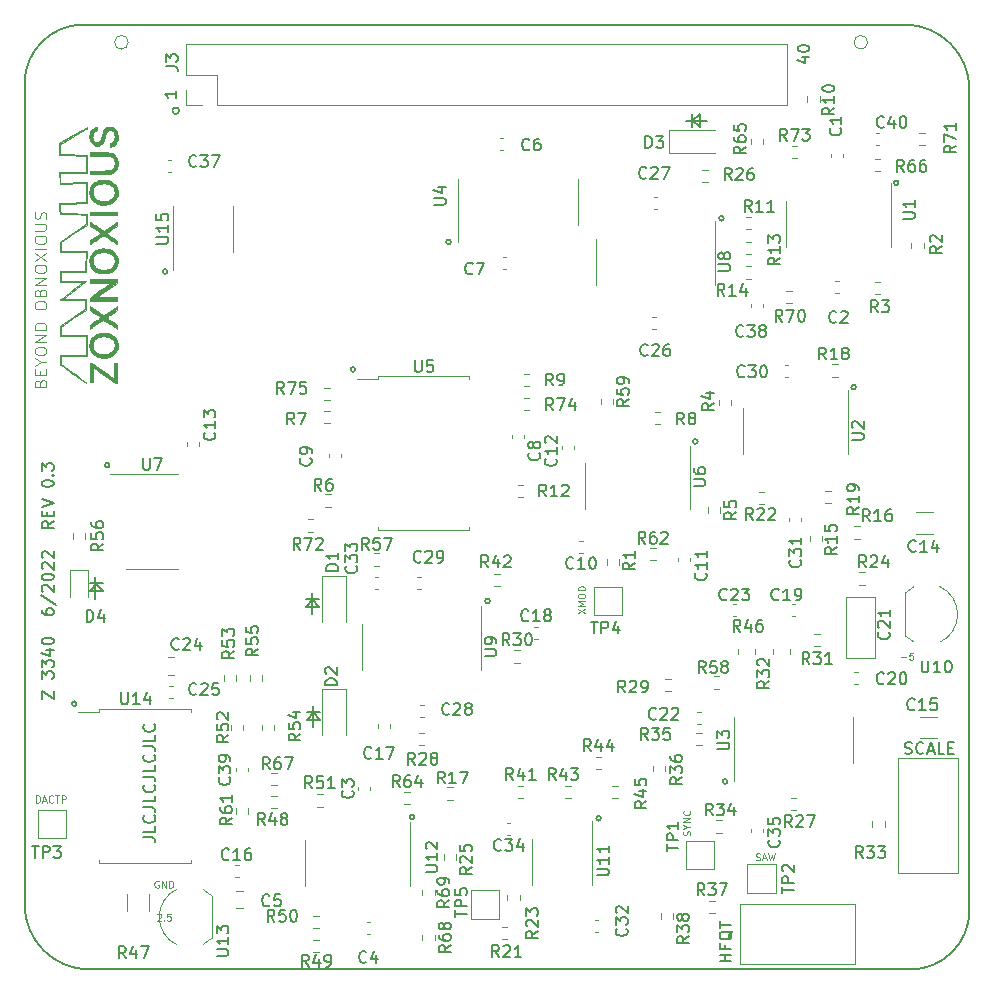
<source format=gbr>
G04 #@! TF.GenerationSoftware,KiCad,Pcbnew,(5.1.12-1-10_14)*
G04 #@! TF.CreationDate,2022-06-20T08:58:01-07:00*
G04 #@! TF.ProjectId,as3340,61733333-3430-42e6-9b69-6361645f7063,rev?*
G04 #@! TF.SameCoordinates,Original*
G04 #@! TF.FileFunction,Legend,Top*
G04 #@! TF.FilePolarity,Positive*
%FSLAX46Y46*%
G04 Gerber Fmt 4.6, Leading zero omitted, Abs format (unit mm)*
G04 Created by KiCad (PCBNEW (5.1.12-1-10_14)) date 2022-06-20 08:58:01*
%MOMM*%
%LPD*%
G01*
G04 APERTURE LIST*
%ADD10C,0.150000*%
%ADD11C,0.090000*%
G04 #@! TA.AperFunction,Profile*
%ADD12C,0.050000*%
G04 #@! TD*
G04 #@! TA.AperFunction,Profile*
%ADD13C,0.150000*%
G04 #@! TD*
%ADD14C,0.120000*%
%ADD15C,0.010000*%
G04 APERTURE END LIST*
D10*
X79100000Y-46400000D02*
G75*
G03*
X79100000Y-46400000I-200000J0D01*
G01*
X126500000Y-89600000D02*
G75*
G03*
X126500000Y-89600000I-200000J0D01*
G01*
D11*
X78342857Y-98000000D02*
X78285714Y-97971428D01*
X78200000Y-97971428D01*
X78114285Y-98000000D01*
X78057142Y-98057142D01*
X78028571Y-98114285D01*
X78000000Y-98228571D01*
X78000000Y-98314285D01*
X78028571Y-98428571D01*
X78057142Y-98485714D01*
X78114285Y-98542857D01*
X78200000Y-98571428D01*
X78257142Y-98571428D01*
X78342857Y-98542857D01*
X78371428Y-98514285D01*
X78371428Y-98314285D01*
X78257142Y-98314285D01*
X78628571Y-98571428D02*
X78628571Y-97971428D01*
X78971428Y-98571428D01*
X78971428Y-97971428D01*
X79257142Y-98571428D02*
X79257142Y-97971428D01*
X79400000Y-97971428D01*
X79485714Y-98000000D01*
X79542857Y-98057142D01*
X79571428Y-98114285D01*
X79600000Y-98228571D01*
X79600000Y-98314285D01*
X79571428Y-98428571D01*
X79542857Y-98485714D01*
X79485714Y-98542857D01*
X79400000Y-98571428D01*
X79257142Y-98571428D01*
X78200000Y-100828571D02*
X78228571Y-100800000D01*
X78285714Y-100771428D01*
X78428571Y-100771428D01*
X78485714Y-100800000D01*
X78514285Y-100828571D01*
X78542857Y-100885714D01*
X78542857Y-100942857D01*
X78514285Y-101028571D01*
X78171428Y-101371428D01*
X78542857Y-101371428D01*
X78800000Y-101314285D02*
X78828571Y-101342857D01*
X78800000Y-101371428D01*
X78771428Y-101342857D01*
X78800000Y-101314285D01*
X78800000Y-101371428D01*
X79371428Y-100771428D02*
X79085714Y-100771428D01*
X79057142Y-101057142D01*
X79085714Y-101028571D01*
X79142857Y-101000000D01*
X79285714Y-101000000D01*
X79342857Y-101028571D01*
X79371428Y-101057142D01*
X79400000Y-101114285D01*
X79400000Y-101257142D01*
X79371428Y-101314285D01*
X79342857Y-101342857D01*
X79285714Y-101371428D01*
X79142857Y-101371428D01*
X79085714Y-101342857D01*
X79057142Y-101314285D01*
D10*
X123000000Y-33700000D02*
X124800000Y-33700000D01*
X123500000Y-34200000D02*
X123500000Y-33100000D01*
X123500000Y-33100000D02*
X123500000Y-33600000D01*
X123500000Y-33600000D02*
X124200000Y-34200000D01*
X124200000Y-34200000D02*
X124200000Y-33100000D01*
X124200000Y-33100000D02*
X123500000Y-33700000D01*
D11*
X113871428Y-75357142D02*
X114471428Y-74957142D01*
X113871428Y-74957142D02*
X114471428Y-75357142D01*
X114471428Y-74728571D02*
X113871428Y-74728571D01*
X114300000Y-74528571D01*
X113871428Y-74328571D01*
X114471428Y-74328571D01*
X113871428Y-73928571D02*
X113871428Y-73814285D01*
X113900000Y-73757142D01*
X113957142Y-73700000D01*
X114071428Y-73671428D01*
X114271428Y-73671428D01*
X114385714Y-73700000D01*
X114442857Y-73757142D01*
X114471428Y-73814285D01*
X114471428Y-73928571D01*
X114442857Y-73985714D01*
X114385714Y-74042857D01*
X114271428Y-74071428D01*
X114071428Y-74071428D01*
X113957142Y-74042857D01*
X113900000Y-73985714D01*
X113871428Y-73928571D01*
X114471428Y-73414285D02*
X113871428Y-73414285D01*
X113871428Y-73271428D01*
X113900000Y-73185714D01*
X113957142Y-73128571D01*
X114014285Y-73100000D01*
X114128571Y-73071428D01*
X114214285Y-73071428D01*
X114328571Y-73100000D01*
X114385714Y-73128571D01*
X114442857Y-73185714D01*
X114471428Y-73271428D01*
X114471428Y-73414285D01*
X67957142Y-91371428D02*
X67957142Y-90771428D01*
X68100000Y-90771428D01*
X68185714Y-90800000D01*
X68242857Y-90857142D01*
X68271428Y-90914285D01*
X68300000Y-91028571D01*
X68300000Y-91114285D01*
X68271428Y-91228571D01*
X68242857Y-91285714D01*
X68185714Y-91342857D01*
X68100000Y-91371428D01*
X67957142Y-91371428D01*
X68528571Y-91200000D02*
X68814285Y-91200000D01*
X68471428Y-91371428D02*
X68671428Y-90771428D01*
X68871428Y-91371428D01*
X69414285Y-91314285D02*
X69385714Y-91342857D01*
X69300000Y-91371428D01*
X69242857Y-91371428D01*
X69157142Y-91342857D01*
X69100000Y-91285714D01*
X69071428Y-91228571D01*
X69042857Y-91114285D01*
X69042857Y-91028571D01*
X69071428Y-90914285D01*
X69100000Y-90857142D01*
X69157142Y-90800000D01*
X69242857Y-90771428D01*
X69300000Y-90771428D01*
X69385714Y-90800000D01*
X69414285Y-90828571D01*
X69585714Y-90771428D02*
X69928571Y-90771428D01*
X69757142Y-91371428D02*
X69757142Y-90771428D01*
X70128571Y-91371428D02*
X70128571Y-90771428D01*
X70357142Y-90771428D01*
X70414285Y-90800000D01*
X70442857Y-90828571D01*
X70471428Y-90885714D01*
X70471428Y-90971428D01*
X70442857Y-91028571D01*
X70414285Y-91057142D01*
X70357142Y-91085714D01*
X70128571Y-91085714D01*
X123342857Y-94142857D02*
X123371428Y-94057142D01*
X123371428Y-93914285D01*
X123342857Y-93857142D01*
X123314285Y-93828571D01*
X123257142Y-93800000D01*
X123200000Y-93800000D01*
X123142857Y-93828571D01*
X123114285Y-93857142D01*
X123085714Y-93914285D01*
X123057142Y-94028571D01*
X123028571Y-94085714D01*
X123000000Y-94114285D01*
X122942857Y-94142857D01*
X122885714Y-94142857D01*
X122828571Y-94114285D01*
X122800000Y-94085714D01*
X122771428Y-94028571D01*
X122771428Y-93885714D01*
X122800000Y-93800000D01*
X123085714Y-93428571D02*
X123371428Y-93428571D01*
X122771428Y-93628571D02*
X123085714Y-93428571D01*
X122771428Y-93228571D01*
X123371428Y-93028571D02*
X122771428Y-93028571D01*
X123371428Y-92685714D01*
X122771428Y-92685714D01*
X123314285Y-92057142D02*
X123342857Y-92085714D01*
X123371428Y-92171428D01*
X123371428Y-92228571D01*
X123342857Y-92314285D01*
X123285714Y-92371428D01*
X123228571Y-92400000D01*
X123114285Y-92428571D01*
X123028571Y-92428571D01*
X122914285Y-92400000D01*
X122857142Y-92371428D01*
X122800000Y-92314285D01*
X122771428Y-92228571D01*
X122771428Y-92171428D01*
X122800000Y-92085714D01*
X122828571Y-92057142D01*
X128928571Y-96242857D02*
X129014285Y-96271428D01*
X129157142Y-96271428D01*
X129214285Y-96242857D01*
X129242857Y-96214285D01*
X129271428Y-96157142D01*
X129271428Y-96100000D01*
X129242857Y-96042857D01*
X129214285Y-96014285D01*
X129157142Y-95985714D01*
X129042857Y-95957142D01*
X128985714Y-95928571D01*
X128957142Y-95900000D01*
X128928571Y-95842857D01*
X128928571Y-95785714D01*
X128957142Y-95728571D01*
X128985714Y-95700000D01*
X129042857Y-95671428D01*
X129185714Y-95671428D01*
X129271428Y-95700000D01*
X129500000Y-96100000D02*
X129785714Y-96100000D01*
X129442857Y-96271428D02*
X129642857Y-95671428D01*
X129842857Y-96271428D01*
X129985714Y-95671428D02*
X130128571Y-96271428D01*
X130242857Y-95842857D01*
X130357142Y-96271428D01*
X130500000Y-95671428D01*
D10*
X73000000Y-72300000D02*
X73000000Y-74100000D01*
X73100000Y-72800000D02*
X72500000Y-73500000D01*
X73600000Y-72800000D02*
X73100000Y-72800000D01*
X73600000Y-73500000D02*
X73000000Y-72800000D01*
X72500000Y-72800000D02*
X73600000Y-72800000D01*
X72500000Y-73500000D02*
X73600000Y-73500000D01*
X90800000Y-74100000D02*
X91900000Y-74100000D01*
X91400000Y-74100000D02*
X90800000Y-74800000D01*
X91300000Y-73600000D02*
X91300000Y-75400000D01*
X91900000Y-74800000D02*
X91300000Y-74100000D01*
X90800000Y-74800000D02*
X91900000Y-74800000D01*
X91900000Y-74100000D02*
X91400000Y-74100000D01*
X90900000Y-84400000D02*
X92000000Y-84400000D01*
X92000000Y-83700000D02*
X91500000Y-83700000D01*
X92000000Y-84400000D02*
X91400000Y-83700000D01*
X91500000Y-83700000D02*
X90900000Y-84400000D01*
X90900000Y-83700000D02*
X92000000Y-83700000D01*
X91400000Y-83200000D02*
X91400000Y-85000000D01*
X106400000Y-74300000D02*
G75*
G03*
X106400000Y-74300000I-200000J0D01*
G01*
X95000000Y-54700000D02*
G75*
G03*
X95000000Y-54700000I-200000J0D01*
G01*
X68452380Y-82600000D02*
X68452380Y-81933333D01*
X69452380Y-82600000D01*
X69452380Y-81933333D01*
X68452380Y-80885714D02*
X68452380Y-80266666D01*
X68833333Y-80600000D01*
X68833333Y-80457142D01*
X68880952Y-80361904D01*
X68928571Y-80314285D01*
X69023809Y-80266666D01*
X69261904Y-80266666D01*
X69357142Y-80314285D01*
X69404761Y-80361904D01*
X69452380Y-80457142D01*
X69452380Y-80742857D01*
X69404761Y-80838095D01*
X69357142Y-80885714D01*
X68452380Y-79933333D02*
X68452380Y-79314285D01*
X68833333Y-79647619D01*
X68833333Y-79504761D01*
X68880952Y-79409523D01*
X68928571Y-79361904D01*
X69023809Y-79314285D01*
X69261904Y-79314285D01*
X69357142Y-79361904D01*
X69404761Y-79409523D01*
X69452380Y-79504761D01*
X69452380Y-79790476D01*
X69404761Y-79885714D01*
X69357142Y-79933333D01*
X68785714Y-78457142D02*
X69452380Y-78457142D01*
X68404761Y-78695238D02*
X69119047Y-78933333D01*
X69119047Y-78314285D01*
X68452380Y-77742857D02*
X68452380Y-77647619D01*
X68500000Y-77552380D01*
X68547619Y-77504761D01*
X68642857Y-77457142D01*
X68833333Y-77409523D01*
X69071428Y-77409523D01*
X69261904Y-77457142D01*
X69357142Y-77504761D01*
X69404761Y-77552380D01*
X69452380Y-77647619D01*
X69452380Y-77742857D01*
X69404761Y-77838095D01*
X69357142Y-77885714D01*
X69261904Y-77933333D01*
X69071428Y-77980952D01*
X68833333Y-77980952D01*
X68642857Y-77933333D01*
X68547619Y-77885714D01*
X68500000Y-77838095D01*
X68452380Y-77742857D01*
X68452380Y-75028571D02*
X68452380Y-75219047D01*
X68500000Y-75314285D01*
X68547619Y-75361904D01*
X68690476Y-75457142D01*
X68880952Y-75504761D01*
X69261904Y-75504761D01*
X69357142Y-75457142D01*
X69404761Y-75409523D01*
X69452380Y-75314285D01*
X69452380Y-75123809D01*
X69404761Y-75028571D01*
X69357142Y-74980952D01*
X69261904Y-74933333D01*
X69023809Y-74933333D01*
X68928571Y-74980952D01*
X68880952Y-75028571D01*
X68833333Y-75123809D01*
X68833333Y-75314285D01*
X68880952Y-75409523D01*
X68928571Y-75457142D01*
X69023809Y-75504761D01*
X68404761Y-73790476D02*
X69690476Y-74647619D01*
X68547619Y-73504761D02*
X68500000Y-73457142D01*
X68452380Y-73361904D01*
X68452380Y-73123809D01*
X68500000Y-73028571D01*
X68547619Y-72980952D01*
X68642857Y-72933333D01*
X68738095Y-72933333D01*
X68880952Y-72980952D01*
X69452380Y-73552380D01*
X69452380Y-72933333D01*
X68452380Y-72314285D02*
X68452380Y-72219047D01*
X68500000Y-72123809D01*
X68547619Y-72076190D01*
X68642857Y-72028571D01*
X68833333Y-71980952D01*
X69071428Y-71980952D01*
X69261904Y-72028571D01*
X69357142Y-72076190D01*
X69404761Y-72123809D01*
X69452380Y-72219047D01*
X69452380Y-72314285D01*
X69404761Y-72409523D01*
X69357142Y-72457142D01*
X69261904Y-72504761D01*
X69071428Y-72552380D01*
X68833333Y-72552380D01*
X68642857Y-72504761D01*
X68547619Y-72457142D01*
X68500000Y-72409523D01*
X68452380Y-72314285D01*
X68547619Y-71600000D02*
X68500000Y-71552380D01*
X68452380Y-71457142D01*
X68452380Y-71219047D01*
X68500000Y-71123809D01*
X68547619Y-71076190D01*
X68642857Y-71028571D01*
X68738095Y-71028571D01*
X68880952Y-71076190D01*
X69452380Y-71647619D01*
X69452380Y-71028571D01*
X68547619Y-70647619D02*
X68500000Y-70600000D01*
X68452380Y-70504761D01*
X68452380Y-70266666D01*
X68500000Y-70171428D01*
X68547619Y-70123809D01*
X68642857Y-70076190D01*
X68738095Y-70076190D01*
X68880952Y-70123809D01*
X69452380Y-70695238D01*
X69452380Y-70076190D01*
X69452380Y-67552380D02*
X68976190Y-67885714D01*
X69452380Y-68123809D02*
X68452380Y-68123809D01*
X68452380Y-67742857D01*
X68500000Y-67647619D01*
X68547619Y-67600000D01*
X68642857Y-67552380D01*
X68785714Y-67552380D01*
X68880952Y-67600000D01*
X68928571Y-67647619D01*
X68976190Y-67742857D01*
X68976190Y-68123809D01*
X68928571Y-67123809D02*
X68928571Y-66790476D01*
X69452380Y-66647619D02*
X69452380Y-67123809D01*
X68452380Y-67123809D01*
X68452380Y-66647619D01*
X68452380Y-66361904D02*
X69452380Y-66028571D01*
X68452380Y-65695238D01*
X68452380Y-64409523D02*
X68452380Y-64314285D01*
X68500000Y-64219047D01*
X68547619Y-64171428D01*
X68642857Y-64123809D01*
X68833333Y-64076190D01*
X69071428Y-64076190D01*
X69261904Y-64123809D01*
X69357142Y-64171428D01*
X69404761Y-64219047D01*
X69452380Y-64314285D01*
X69452380Y-64409523D01*
X69404761Y-64504761D01*
X69357142Y-64552380D01*
X69261904Y-64600000D01*
X69071428Y-64647619D01*
X68833333Y-64647619D01*
X68642857Y-64600000D01*
X68547619Y-64552380D01*
X68500000Y-64504761D01*
X68452380Y-64409523D01*
X69357142Y-63647619D02*
X69404761Y-63600000D01*
X69452380Y-63647619D01*
X69404761Y-63695238D01*
X69357142Y-63647619D01*
X69452380Y-63647619D01*
X68452380Y-63266666D02*
X68452380Y-62647619D01*
X68833333Y-62980952D01*
X68833333Y-62838095D01*
X68880952Y-62742857D01*
X68928571Y-62695238D01*
X69023809Y-62647619D01*
X69261904Y-62647619D01*
X69357142Y-62695238D01*
X69404761Y-62742857D01*
X69452380Y-62838095D01*
X69452380Y-63123809D01*
X69404761Y-63219047D01*
X69357142Y-63266666D01*
X132785714Y-28285714D02*
X133452380Y-28285714D01*
X132404761Y-28523809D02*
X133119047Y-28761904D01*
X133119047Y-28142857D01*
X132452380Y-27571428D02*
X132452380Y-27476190D01*
X132500000Y-27380952D01*
X132547619Y-27333333D01*
X132642857Y-27285714D01*
X132833333Y-27238095D01*
X133071428Y-27238095D01*
X133261904Y-27285714D01*
X133357142Y-27333333D01*
X133404761Y-27380952D01*
X133452380Y-27476190D01*
X133452380Y-27571428D01*
X133404761Y-27666666D01*
X133357142Y-27714285D01*
X133261904Y-27761904D01*
X133071428Y-27809523D01*
X132833333Y-27809523D01*
X132642857Y-27761904D01*
X132547619Y-27714285D01*
X132500000Y-27666666D01*
X132452380Y-27571428D01*
X79852380Y-31114285D02*
X79852380Y-31685714D01*
X79852380Y-31400000D02*
X78852380Y-31400000D01*
X78995238Y-31495238D01*
X79090476Y-31590476D01*
X79138095Y-31685714D01*
X80082843Y-32800000D02*
G75*
G03*
X80082843Y-32800000I-282843J0D01*
G01*
X71400000Y-83000000D02*
G75*
G03*
X71400000Y-83000000I-200000J0D01*
G01*
X100000000Y-92600000D02*
G75*
G03*
X100000000Y-92600000I-200000J0D01*
G01*
X115800000Y-92700000D02*
G75*
G03*
X115800000Y-92700000I-200000J0D01*
G01*
D11*
X141185714Y-79042857D02*
X141642857Y-79042857D01*
X142214285Y-78671428D02*
X141928571Y-78671428D01*
X141900000Y-78957142D01*
X141928571Y-78928571D01*
X141985714Y-78900000D01*
X142128571Y-78900000D01*
X142185714Y-78928571D01*
X142214285Y-78957142D01*
X142242857Y-79014285D01*
X142242857Y-79157142D01*
X142214285Y-79214285D01*
X142185714Y-79242857D01*
X142128571Y-79271428D01*
X141985714Y-79271428D01*
X141928571Y-79242857D01*
X141900000Y-79214285D01*
D10*
X124000000Y-60800000D02*
G75*
G03*
X124000000Y-60800000I-200000J0D01*
G01*
X137400000Y-56200000D02*
G75*
G03*
X137400000Y-56200000I-200000J0D01*
G01*
X141000000Y-38900000D02*
G75*
G03*
X141000000Y-38900000I-200000J0D01*
G01*
X126200000Y-41900000D02*
G75*
G03*
X126200000Y-41900000I-200000J0D01*
G01*
X103100000Y-43900000D02*
G75*
G03*
X103100000Y-43900000I-200000J0D01*
G01*
X74200000Y-62800000D02*
G75*
G03*
X74200000Y-62800000I-200000J0D01*
G01*
D12*
X138376000Y-27000000D02*
G75*
G03*
X138376000Y-27000000I-576000J0D01*
G01*
X75776000Y-27000000D02*
G75*
G03*
X75776000Y-27000000I-576000J0D01*
G01*
D10*
X77052380Y-94319047D02*
X77766666Y-94319047D01*
X77909523Y-94366666D01*
X78004761Y-94461904D01*
X78052380Y-94604761D01*
X78052380Y-94700000D01*
X78052380Y-93366666D02*
X78052380Y-93842857D01*
X77052380Y-93842857D01*
X77957142Y-92461904D02*
X78004761Y-92509523D01*
X78052380Y-92652380D01*
X78052380Y-92747619D01*
X78004761Y-92890476D01*
X77909523Y-92985714D01*
X77814285Y-93033333D01*
X77623809Y-93080952D01*
X77480952Y-93080952D01*
X77290476Y-93033333D01*
X77195238Y-92985714D01*
X77100000Y-92890476D01*
X77052380Y-92747619D01*
X77052380Y-92652380D01*
X77100000Y-92509523D01*
X77147619Y-92461904D01*
X77052380Y-91747619D02*
X77766666Y-91747619D01*
X77909523Y-91795238D01*
X78004761Y-91890476D01*
X78052380Y-92033333D01*
X78052380Y-92128571D01*
X78052380Y-90795238D02*
X78052380Y-91271428D01*
X77052380Y-91271428D01*
X77957142Y-89890476D02*
X78004761Y-89938095D01*
X78052380Y-90080952D01*
X78052380Y-90176190D01*
X78004761Y-90319047D01*
X77909523Y-90414285D01*
X77814285Y-90461904D01*
X77623809Y-90509523D01*
X77480952Y-90509523D01*
X77290476Y-90461904D01*
X77195238Y-90414285D01*
X77100000Y-90319047D01*
X77052380Y-90176190D01*
X77052380Y-90080952D01*
X77100000Y-89938095D01*
X77147619Y-89890476D01*
X77052380Y-89176190D02*
X77766666Y-89176190D01*
X77909523Y-89223809D01*
X78004761Y-89319047D01*
X78052380Y-89461904D01*
X78052380Y-89557142D01*
X78052380Y-88223809D02*
X78052380Y-88700000D01*
X77052380Y-88700000D01*
X77957142Y-87319047D02*
X78004761Y-87366666D01*
X78052380Y-87509523D01*
X78052380Y-87604761D01*
X78004761Y-87747619D01*
X77909523Y-87842857D01*
X77814285Y-87890476D01*
X77623809Y-87938095D01*
X77480952Y-87938095D01*
X77290476Y-87890476D01*
X77195238Y-87842857D01*
X77100000Y-87747619D01*
X77052380Y-87604761D01*
X77052380Y-87509523D01*
X77100000Y-87366666D01*
X77147619Y-87319047D01*
X77052380Y-86604761D02*
X77766666Y-86604761D01*
X77909523Y-86652380D01*
X78004761Y-86747619D01*
X78052380Y-86890476D01*
X78052380Y-86985714D01*
X78052380Y-85652380D02*
X78052380Y-86128571D01*
X77052380Y-86128571D01*
X77957142Y-84747619D02*
X78004761Y-84795238D01*
X78052380Y-84938095D01*
X78052380Y-85033333D01*
X78004761Y-85176190D01*
X77909523Y-85271428D01*
X77814285Y-85319047D01*
X77623809Y-85366666D01*
X77480952Y-85366666D01*
X77290476Y-85319047D01*
X77195238Y-85271428D01*
X77100000Y-85176190D01*
X77052380Y-85033333D01*
X77052380Y-84938095D01*
X77100000Y-84795238D01*
X77147619Y-84747619D01*
X126852380Y-104819047D02*
X125852380Y-104819047D01*
X126328571Y-104819047D02*
X126328571Y-104247619D01*
X126852380Y-104247619D02*
X125852380Y-104247619D01*
X126328571Y-103438095D02*
X126328571Y-103771428D01*
X126852380Y-103771428D02*
X125852380Y-103771428D01*
X125852380Y-103295238D01*
X126947619Y-102247619D02*
X126900000Y-102342857D01*
X126804761Y-102438095D01*
X126661904Y-102580952D01*
X126614285Y-102676190D01*
X126614285Y-102771428D01*
X126852380Y-102723809D02*
X126804761Y-102819047D01*
X126709523Y-102914285D01*
X126519047Y-102961904D01*
X126185714Y-102961904D01*
X125995238Y-102914285D01*
X125900000Y-102819047D01*
X125852380Y-102723809D01*
X125852380Y-102533333D01*
X125900000Y-102438095D01*
X125995238Y-102342857D01*
X126185714Y-102295238D01*
X126519047Y-102295238D01*
X126709523Y-102342857D01*
X126804761Y-102438095D01*
X126852380Y-102533333D01*
X126852380Y-102723809D01*
X125852380Y-102009523D02*
X125852380Y-101438095D01*
X126852380Y-101723809D02*
X125852380Y-101723809D01*
X141528571Y-87204761D02*
X141671428Y-87252380D01*
X141909523Y-87252380D01*
X142004761Y-87204761D01*
X142052380Y-87157142D01*
X142100000Y-87061904D01*
X142100000Y-86966666D01*
X142052380Y-86871428D01*
X142004761Y-86823809D01*
X141909523Y-86776190D01*
X141719047Y-86728571D01*
X141623809Y-86680952D01*
X141576190Y-86633333D01*
X141528571Y-86538095D01*
X141528571Y-86442857D01*
X141576190Y-86347619D01*
X141623809Y-86300000D01*
X141719047Y-86252380D01*
X141957142Y-86252380D01*
X142100000Y-86300000D01*
X143100000Y-87157142D02*
X143052380Y-87204761D01*
X142909523Y-87252380D01*
X142814285Y-87252380D01*
X142671428Y-87204761D01*
X142576190Y-87109523D01*
X142528571Y-87014285D01*
X142480952Y-86823809D01*
X142480952Y-86680952D01*
X142528571Y-86490476D01*
X142576190Y-86395238D01*
X142671428Y-86300000D01*
X142814285Y-86252380D01*
X142909523Y-86252380D01*
X143052380Y-86300000D01*
X143100000Y-86347619D01*
X143480952Y-86966666D02*
X143957142Y-86966666D01*
X143385714Y-87252380D02*
X143719047Y-86252380D01*
X144052380Y-87252380D01*
X144861904Y-87252380D02*
X144385714Y-87252380D01*
X144385714Y-86252380D01*
X145195238Y-86728571D02*
X145528571Y-86728571D01*
X145671428Y-87252380D02*
X145195238Y-87252380D01*
X145195238Y-86252380D01*
X145671428Y-86252380D01*
D11*
X68328571Y-55847619D02*
X68376190Y-55704761D01*
X68423809Y-55657142D01*
X68519047Y-55609523D01*
X68661904Y-55609523D01*
X68757142Y-55657142D01*
X68804761Y-55704761D01*
X68852380Y-55800000D01*
X68852380Y-56180952D01*
X67852380Y-56180952D01*
X67852380Y-55847619D01*
X67900000Y-55752380D01*
X67947619Y-55704761D01*
X68042857Y-55657142D01*
X68138095Y-55657142D01*
X68233333Y-55704761D01*
X68280952Y-55752380D01*
X68328571Y-55847619D01*
X68328571Y-56180952D01*
X68328571Y-55180952D02*
X68328571Y-54847619D01*
X68852380Y-54704761D02*
X68852380Y-55180952D01*
X67852380Y-55180952D01*
X67852380Y-54704761D01*
X68376190Y-54085714D02*
X68852380Y-54085714D01*
X67852380Y-54419047D02*
X68376190Y-54085714D01*
X67852380Y-53752380D01*
X67852380Y-53228571D02*
X67852380Y-53038095D01*
X67900000Y-52942857D01*
X67995238Y-52847619D01*
X68185714Y-52800000D01*
X68519047Y-52800000D01*
X68709523Y-52847619D01*
X68804761Y-52942857D01*
X68852380Y-53038095D01*
X68852380Y-53228571D01*
X68804761Y-53323809D01*
X68709523Y-53419047D01*
X68519047Y-53466666D01*
X68185714Y-53466666D01*
X67995238Y-53419047D01*
X67900000Y-53323809D01*
X67852380Y-53228571D01*
X68852380Y-52371428D02*
X67852380Y-52371428D01*
X68852380Y-51800000D01*
X67852380Y-51800000D01*
X68852380Y-51323809D02*
X67852380Y-51323809D01*
X67852380Y-51085714D01*
X67900000Y-50942857D01*
X67995238Y-50847619D01*
X68090476Y-50800000D01*
X68280952Y-50752380D01*
X68423809Y-50752380D01*
X68614285Y-50800000D01*
X68709523Y-50847619D01*
X68804761Y-50942857D01*
X68852380Y-51085714D01*
X68852380Y-51323809D01*
X67852380Y-49371428D02*
X67852380Y-49180952D01*
X67900000Y-49085714D01*
X67995238Y-48990476D01*
X68185714Y-48942857D01*
X68519047Y-48942857D01*
X68709523Y-48990476D01*
X68804761Y-49085714D01*
X68852380Y-49180952D01*
X68852380Y-49371428D01*
X68804761Y-49466666D01*
X68709523Y-49561904D01*
X68519047Y-49609523D01*
X68185714Y-49609523D01*
X67995238Y-49561904D01*
X67900000Y-49466666D01*
X67852380Y-49371428D01*
X68328571Y-48180952D02*
X68376190Y-48038095D01*
X68423809Y-47990476D01*
X68519047Y-47942857D01*
X68661904Y-47942857D01*
X68757142Y-47990476D01*
X68804761Y-48038095D01*
X68852380Y-48133333D01*
X68852380Y-48514285D01*
X67852380Y-48514285D01*
X67852380Y-48180952D01*
X67900000Y-48085714D01*
X67947619Y-48038095D01*
X68042857Y-47990476D01*
X68138095Y-47990476D01*
X68233333Y-48038095D01*
X68280952Y-48085714D01*
X68328571Y-48180952D01*
X68328571Y-48514285D01*
X68852380Y-47514285D02*
X67852380Y-47514285D01*
X68852380Y-46942857D01*
X67852380Y-46942857D01*
X67852380Y-46276190D02*
X67852380Y-46085714D01*
X67900000Y-45990476D01*
X67995238Y-45895238D01*
X68185714Y-45847619D01*
X68519047Y-45847619D01*
X68709523Y-45895238D01*
X68804761Y-45990476D01*
X68852380Y-46085714D01*
X68852380Y-46276190D01*
X68804761Y-46371428D01*
X68709523Y-46466666D01*
X68519047Y-46514285D01*
X68185714Y-46514285D01*
X67995238Y-46466666D01*
X67900000Y-46371428D01*
X67852380Y-46276190D01*
X67852380Y-45514285D02*
X68852380Y-44847619D01*
X67852380Y-44847619D02*
X68852380Y-45514285D01*
X68852380Y-44466666D02*
X67852380Y-44466666D01*
X67852380Y-43800000D02*
X67852380Y-43609523D01*
X67900000Y-43514285D01*
X67995238Y-43419047D01*
X68185714Y-43371428D01*
X68519047Y-43371428D01*
X68709523Y-43419047D01*
X68804761Y-43514285D01*
X68852380Y-43609523D01*
X68852380Y-43800000D01*
X68804761Y-43895238D01*
X68709523Y-43990476D01*
X68519047Y-44038095D01*
X68185714Y-44038095D01*
X67995238Y-43990476D01*
X67900000Y-43895238D01*
X67852380Y-43800000D01*
X67852380Y-42942857D02*
X68661904Y-42942857D01*
X68757142Y-42895238D01*
X68804761Y-42847619D01*
X68852380Y-42752380D01*
X68852380Y-42561904D01*
X68804761Y-42466666D01*
X68757142Y-42419047D01*
X68661904Y-42371428D01*
X67852380Y-42371428D01*
X68804761Y-41942857D02*
X68852380Y-41800000D01*
X68852380Y-41561904D01*
X68804761Y-41466666D01*
X68757142Y-41419047D01*
X68661904Y-41371428D01*
X68566666Y-41371428D01*
X68471428Y-41419047D01*
X68423809Y-41466666D01*
X68376190Y-41561904D01*
X68328571Y-41752380D01*
X68280952Y-41847619D01*
X68233333Y-41895238D01*
X68138095Y-41942857D01*
X68042857Y-41942857D01*
X67947619Y-41895238D01*
X67900000Y-41847619D01*
X67852380Y-41752380D01*
X67852380Y-41514285D01*
X67900000Y-41371428D01*
D13*
X147000000Y-100500000D02*
X147000000Y-31000000D01*
X67000000Y-30500000D02*
X67000000Y-100000000D01*
X142000000Y-105500000D02*
X72500000Y-105500000D01*
X72500000Y-105500000D02*
G75*
G02*
X67000000Y-100000000I0J5500000D01*
G01*
X147000000Y-100500000D02*
G75*
G02*
X142000000Y-105500000I-5000000J0D01*
G01*
X72000000Y-25500000D02*
X141500000Y-25500000D01*
X67000000Y-30500000D02*
G75*
G02*
X72000000Y-25500000I5000000J0D01*
G01*
X141500000Y-25500000D02*
G75*
G02*
X147000000Y-31000000I0J-5500000D01*
G01*
D14*
X79540000Y-42800000D02*
X79540000Y-46250000D01*
X79540000Y-42800000D02*
X79540000Y-40850000D01*
X84660000Y-42800000D02*
X84660000Y-44750000D01*
X84660000Y-42800000D02*
X84660000Y-40850000D01*
X79159420Y-36990000D02*
X79440580Y-36990000D01*
X79159420Y-38010000D02*
X79440580Y-38010000D01*
X121550000Y-34400000D02*
X121550000Y-36400000D01*
X121550000Y-36400000D02*
X125450000Y-36400000D01*
X121550000Y-34400000D02*
X125450000Y-34400000D01*
X84890000Y-88740580D02*
X84890000Y-88459420D01*
X85910000Y-88740580D02*
X85910000Y-88459420D01*
X100800000Y-68310000D02*
X104660000Y-68310000D01*
X104660000Y-68310000D02*
X104660000Y-68075000D01*
X100800000Y-68310000D02*
X96940000Y-68310000D01*
X96940000Y-68310000D02*
X96940000Y-68075000D01*
X100800000Y-55290000D02*
X104660000Y-55290000D01*
X104660000Y-55290000D02*
X104660000Y-55525000D01*
X100800000Y-55290000D02*
X96940000Y-55290000D01*
X96940000Y-55290000D02*
X96940000Y-55525000D01*
X96940000Y-55525000D02*
X95125000Y-55525000D01*
X92362742Y-56277500D02*
X92837258Y-56277500D01*
X92362742Y-57322500D02*
X92837258Y-57322500D01*
X109737258Y-58122500D02*
X109262742Y-58122500D01*
X109737258Y-57077500D02*
X109262742Y-57077500D01*
X90962742Y-67377500D02*
X91437258Y-67377500D01*
X90962742Y-68422500D02*
X91437258Y-68422500D01*
X104800000Y-98800000D02*
X107200000Y-98800000D01*
X107200000Y-98800000D02*
X107200000Y-101200000D01*
X107200000Y-101200000D02*
X104800000Y-101200000D01*
X104800000Y-101200000D02*
X104800000Y-98800000D01*
X131962742Y-35777500D02*
X132437258Y-35777500D01*
X131962742Y-36822500D02*
X132437258Y-36822500D01*
X143237258Y-35722500D02*
X142762742Y-35722500D01*
X143237258Y-34677500D02*
X142762742Y-34677500D01*
X138962742Y-36877500D02*
X139437258Y-36877500D01*
X138962742Y-37922500D02*
X139437258Y-37922500D01*
X116822500Y-57162742D02*
X116822500Y-57637258D01*
X115777500Y-57162742D02*
X115777500Y-57637258D01*
X139340580Y-35710000D02*
X139059420Y-35710000D01*
X139340580Y-34690000D02*
X139059420Y-34690000D01*
X128490000Y-49159420D02*
X128490000Y-49440580D01*
X129510000Y-49159420D02*
X129510000Y-49440580D01*
X131937258Y-48027500D02*
X131462742Y-48027500D01*
X131937258Y-49072500D02*
X131462742Y-49072500D01*
X134322500Y-32037258D02*
X134322500Y-31562742D01*
X133277500Y-32037258D02*
X133277500Y-31562742D01*
X139437258Y-47277500D02*
X138962742Y-47277500D01*
X139437258Y-48322500D02*
X138962742Y-48322500D01*
X143122500Y-44437258D02*
X143122500Y-43962742D01*
X142077500Y-44437258D02*
X142077500Y-43962742D01*
X68100000Y-92000000D02*
X70500000Y-92000000D01*
X70500000Y-92000000D02*
X70500000Y-94400000D01*
X70500000Y-94400000D02*
X68100000Y-94400000D01*
X68100000Y-94400000D02*
X68100000Y-92000000D01*
X123000000Y-94600000D02*
X125400000Y-94600000D01*
X125400000Y-94600000D02*
X125400000Y-97000000D01*
X125400000Y-97000000D02*
X123000000Y-97000000D01*
X123000000Y-97000000D02*
X123000000Y-94600000D01*
X113860000Y-40500000D02*
X113860000Y-38550000D01*
X113860000Y-40500000D02*
X113860000Y-42450000D01*
X103740000Y-40500000D02*
X103740000Y-38550000D01*
X103740000Y-40500000D02*
X103740000Y-43950000D01*
X101722500Y-98762742D02*
X101722500Y-99237258D01*
X100677500Y-98762742D02*
X100677500Y-99237258D01*
X101722500Y-102562742D02*
X101722500Y-103037258D01*
X100677500Y-102562742D02*
X100677500Y-103037258D01*
X80670000Y-32330000D02*
X80670000Y-31000000D01*
X82000000Y-32330000D02*
X80670000Y-32330000D01*
X80670000Y-29730000D02*
X80670000Y-27130000D01*
X83270000Y-29730000D02*
X80670000Y-29730000D01*
X83270000Y-32330000D02*
X83270000Y-29730000D01*
X80670000Y-27130000D02*
X131590000Y-27130000D01*
X83270000Y-32330000D02*
X131590000Y-32330000D01*
X131590000Y-32330000D02*
X131590000Y-27130000D01*
X115340000Y-45600000D02*
X115340000Y-47550000D01*
X115340000Y-45600000D02*
X115340000Y-43650000D01*
X125460000Y-45600000D02*
X125460000Y-47550000D01*
X125460000Y-45600000D02*
X125460000Y-42150000D01*
X128537258Y-42822500D02*
X128062742Y-42822500D01*
X128537258Y-41777500D02*
X128062742Y-41777500D01*
X125362742Y-80677500D02*
X125837258Y-80677500D01*
X125362742Y-81722500D02*
X125837258Y-81722500D01*
X124837258Y-38822500D02*
X124362742Y-38822500D01*
X124837258Y-37777500D02*
X124362742Y-37777500D01*
X141550000Y-73640000D02*
X141550000Y-77240000D01*
X142277205Y-77764184D02*
G75*
G02*
X141550000Y-77240000I1122795J2324184D01*
G01*
X144498807Y-77796400D02*
G75*
G03*
X146000000Y-75440000I-1098807J2356400D01*
G01*
X144498807Y-73083600D02*
G75*
G02*
X146000000Y-75440000I-1098807J-2356400D01*
G01*
X142277205Y-73115816D02*
G75*
G03*
X141550000Y-73640000I1122795J-2324184D01*
G01*
X82850000Y-102860000D02*
X82850000Y-99260000D01*
X82122795Y-98735816D02*
G75*
G02*
X82850000Y-99260000I-1122795J-2324184D01*
G01*
X79901193Y-98703600D02*
G75*
G03*
X78400000Y-101060000I1098807J-2356400D01*
G01*
X79901193Y-103416400D02*
G75*
G02*
X78400000Y-101060000I1098807J2356400D01*
G01*
X82122795Y-103384184D02*
G75*
G03*
X82850000Y-102860000I-1122795J2324184D01*
G01*
X128477500Y-35637258D02*
X128477500Y-35162742D01*
X129522500Y-35637258D02*
X129522500Y-35162742D01*
X125777500Y-57737258D02*
X125777500Y-57262742D01*
X126822500Y-57737258D02*
X126822500Y-57262742D01*
X139040000Y-73940000D02*
X136540000Y-73940000D01*
X136540000Y-73940000D02*
X136540000Y-79140000D01*
X136540000Y-79140000D02*
X139040000Y-79140000D01*
X139040000Y-79140000D02*
X139040000Y-73940000D01*
X128490000Y-93609420D02*
X128490000Y-93890580D01*
X129510000Y-93609420D02*
X129510000Y-93890580D01*
X73340000Y-83725000D02*
X71525000Y-83725000D01*
X73340000Y-83490000D02*
X73340000Y-83725000D01*
X77200000Y-83490000D02*
X73340000Y-83490000D01*
X81060000Y-83490000D02*
X81060000Y-83725000D01*
X77200000Y-83490000D02*
X81060000Y-83490000D01*
X73340000Y-96510000D02*
X73340000Y-96275000D01*
X77200000Y-96510000D02*
X73340000Y-96510000D01*
X81060000Y-96510000D02*
X81060000Y-96275000D01*
X77200000Y-96510000D02*
X81060000Y-96510000D01*
X77800000Y-63565000D02*
X74200000Y-63565000D01*
X77800000Y-63565000D02*
X80000000Y-63565000D01*
X77800000Y-71635000D02*
X75600000Y-71635000D01*
X77800000Y-71635000D02*
X80000000Y-71635000D01*
X107859420Y-93090000D02*
X108140580Y-93090000D01*
X107859420Y-94110000D02*
X108140580Y-94110000D01*
X96562742Y-71322500D02*
X97037258Y-71322500D01*
X96562742Y-70277500D02*
X97037258Y-70277500D01*
X94200000Y-72150000D02*
X94200000Y-76050000D01*
X92200000Y-72150000D02*
X92200000Y-76050000D01*
X94200000Y-72150000D02*
X92200000Y-72150000D01*
X94200000Y-81750000D02*
X94200000Y-85650000D01*
X92200000Y-81750000D02*
X92200000Y-85650000D01*
X94200000Y-81750000D02*
X92200000Y-81750000D01*
X96659420Y-73310000D02*
X96940580Y-73310000D01*
X96659420Y-72290000D02*
X96940580Y-72290000D01*
X115200000Y-73100000D02*
X117600000Y-73100000D01*
X117600000Y-73100000D02*
X117600000Y-75500000D01*
X117600000Y-75500000D02*
X115200000Y-75500000D01*
X115200000Y-75500000D02*
X115200000Y-73100000D01*
X79138748Y-80535000D02*
X79661252Y-80535000D01*
X79138748Y-79065000D02*
X79661252Y-79065000D01*
X84938748Y-100335000D02*
X85461252Y-100335000D01*
X84938748Y-98865000D02*
X85461252Y-98865000D01*
X128200000Y-99000000D02*
X128200000Y-96600000D01*
X130600000Y-99000000D02*
X128200000Y-99000000D01*
X130600000Y-96600000D02*
X130600000Y-99000000D01*
X128200000Y-96600000D02*
X130600000Y-96600000D01*
D15*
G36*
X69927486Y-40623016D02*
G01*
X69927546Y-40622920D01*
X69940588Y-40621785D01*
X69976791Y-40619871D01*
X70033935Y-40617259D01*
X70109795Y-40614031D01*
X70202150Y-40610265D01*
X70308775Y-40606045D01*
X70427448Y-40601449D01*
X70555947Y-40596559D01*
X70692048Y-40591456D01*
X70833529Y-40586220D01*
X70978166Y-40580933D01*
X71123737Y-40575674D01*
X71268019Y-40570525D01*
X71408788Y-40565567D01*
X71543823Y-40560879D01*
X71670900Y-40556544D01*
X71787797Y-40552641D01*
X71892289Y-40549252D01*
X71982156Y-40546457D01*
X72055173Y-40544337D01*
X72109117Y-40542973D01*
X72141767Y-40542445D01*
X72142825Y-40542442D01*
X72222200Y-40542300D01*
X72222200Y-38916700D01*
X72130125Y-38916756D01*
X72102697Y-38917259D01*
X72052084Y-38918697D01*
X71980481Y-38920991D01*
X71890082Y-38924063D01*
X71783081Y-38927834D01*
X71661674Y-38932226D01*
X71528056Y-38937161D01*
X71384419Y-38942559D01*
X71232960Y-38948343D01*
X71075873Y-38954434D01*
X71066500Y-38954800D01*
X70909976Y-38960888D01*
X70759566Y-38966676D01*
X70617388Y-38972086D01*
X70485561Y-38977040D01*
X70366206Y-38981461D01*
X70261442Y-38985270D01*
X70173388Y-38988390D01*
X70104165Y-38990744D01*
X70055891Y-38992253D01*
X70030687Y-38992840D01*
X70029620Y-38992845D01*
X69964291Y-38992901D01*
X69959114Y-38500775D01*
X69958084Y-38391486D01*
X69957362Y-38290313D01*
X69956949Y-38200033D01*
X69956849Y-38123423D01*
X69957064Y-38063261D01*
X69957596Y-38022323D01*
X69958448Y-38003387D01*
X69958681Y-38002445D01*
X69971733Y-38001314D01*
X70007917Y-37999857D01*
X70064970Y-37998115D01*
X70140628Y-37996130D01*
X70232626Y-37993943D01*
X70338700Y-37991596D01*
X70456586Y-37989129D01*
X70584020Y-37986585D01*
X70718737Y-37984005D01*
X70858474Y-37981430D01*
X71000965Y-37978901D01*
X71143947Y-37976461D01*
X71285156Y-37974149D01*
X71422326Y-37972009D01*
X71553195Y-37970080D01*
X71675497Y-37968405D01*
X71786969Y-37967024D01*
X71885346Y-37965980D01*
X71968364Y-37965314D01*
X71998772Y-37965154D01*
X72226195Y-37964200D01*
X72217122Y-37288259D01*
X72215276Y-37159639D01*
X72213308Y-37038786D01*
X72211274Y-36928059D01*
X72209228Y-36829821D01*
X72207225Y-36746433D01*
X72205318Y-36680255D01*
X72203563Y-36633650D01*
X72202014Y-36608978D01*
X72201375Y-36605634D01*
X72187993Y-36604395D01*
X72151487Y-36602836D01*
X72094131Y-36600998D01*
X72018199Y-36598925D01*
X71925966Y-36596658D01*
X71819703Y-36594239D01*
X71701687Y-36591712D01*
X71574190Y-36589118D01*
X71439485Y-36586501D01*
X71299848Y-36583901D01*
X71157552Y-36581362D01*
X71014870Y-36578927D01*
X70874077Y-36576636D01*
X70737446Y-36574534D01*
X70607252Y-36572661D01*
X70485767Y-36571061D01*
X70375266Y-36569776D01*
X70278022Y-36568848D01*
X70199725Y-36568335D01*
X69948900Y-36567200D01*
X69948900Y-35529722D01*
X71100725Y-34870536D01*
X71258411Y-34780343D01*
X71410031Y-34693717D01*
X71554114Y-34611493D01*
X71689188Y-34534507D01*
X71813785Y-34463592D01*
X71926435Y-34399584D01*
X72025665Y-34343317D01*
X72110008Y-34295626D01*
X72177992Y-34257345D01*
X72228147Y-34229310D01*
X72259003Y-34212355D01*
X72268985Y-34207271D01*
X72284076Y-34213772D01*
X72298895Y-34233598D01*
X72308568Y-34257108D01*
X72308220Y-34274661D01*
X72304600Y-34277706D01*
X72292064Y-34284568D01*
X72258975Y-34303221D01*
X72206817Y-34332818D01*
X72137072Y-34372512D01*
X72051221Y-34421457D01*
X71950747Y-34478806D01*
X71837131Y-34543715D01*
X71711857Y-34615336D01*
X71576405Y-34692822D01*
X71432259Y-34775329D01*
X71280899Y-34862010D01*
X71168100Y-34926636D01*
X70044150Y-35570694D01*
X70035566Y-35627622D01*
X70033391Y-35654436D01*
X70031357Y-35702991D01*
X70029541Y-35769626D01*
X70028020Y-35850683D01*
X70026872Y-35942502D01*
X70026173Y-36041423D01*
X70026041Y-36080060D01*
X70025100Y-36475570D01*
X70244175Y-36483174D01*
X70294240Y-36484658D01*
X70366992Y-36486452D01*
X70459720Y-36488503D01*
X70569714Y-36490759D01*
X70694263Y-36493169D01*
X70830656Y-36495682D01*
X70976184Y-36498245D01*
X71128135Y-36500806D01*
X71283798Y-36503315D01*
X71371300Y-36504674D01*
X71520801Y-36507031D01*
X71662771Y-36509405D01*
X71795184Y-36511753D01*
X71916015Y-36514034D01*
X72023237Y-36516203D01*
X72114824Y-36518220D01*
X72188750Y-36520042D01*
X72242990Y-36521626D01*
X72275518Y-36522930D01*
X72284566Y-36523760D01*
X72285792Y-36537103D01*
X72287234Y-36573134D01*
X72288854Y-36629148D01*
X72290612Y-36702440D01*
X72292468Y-36790304D01*
X72294382Y-36890037D01*
X72296315Y-36998933D01*
X72298227Y-37114288D01*
X72300079Y-37233397D01*
X72301830Y-37353554D01*
X72303440Y-37472055D01*
X72304872Y-37586195D01*
X72306083Y-37693270D01*
X72307035Y-37790574D01*
X72307689Y-37875402D01*
X72308003Y-37945050D01*
X72307940Y-37996813D01*
X72307458Y-38027986D01*
X72306770Y-38036263D01*
X72293863Y-38037050D01*
X72257777Y-38038226D01*
X72200731Y-38039748D01*
X72124942Y-38041573D01*
X72032628Y-38043661D01*
X71926007Y-38045967D01*
X71807297Y-38048451D01*
X71678716Y-38051070D01*
X71542481Y-38053781D01*
X71400811Y-38056543D01*
X71255924Y-38059313D01*
X71110037Y-38062048D01*
X70965368Y-38064707D01*
X70824135Y-38067248D01*
X70688556Y-38069627D01*
X70560848Y-38071803D01*
X70443231Y-38073734D01*
X70337921Y-38075377D01*
X70247137Y-38076690D01*
X70173095Y-38077630D01*
X70118015Y-38078156D01*
X70104475Y-38078231D01*
X70037800Y-38078500D01*
X70037799Y-38489134D01*
X70037960Y-38588666D01*
X70038416Y-38679828D01*
X70039127Y-38759578D01*
X70040054Y-38824874D01*
X70041157Y-38872672D01*
X70042398Y-38899930D01*
X70043189Y-38905156D01*
X70056410Y-38905503D01*
X70093120Y-38904892D01*
X70151428Y-38903388D01*
X70229445Y-38901054D01*
X70325280Y-38897953D01*
X70437043Y-38894150D01*
X70562843Y-38889708D01*
X70700789Y-38884691D01*
X70848993Y-38879162D01*
X71005562Y-38873184D01*
X71087764Y-38869994D01*
X71250391Y-38863682D01*
X71407452Y-38857650D01*
X71556843Y-38851977D01*
X71696458Y-38846739D01*
X71824191Y-38842013D01*
X71937936Y-38837876D01*
X72035587Y-38834405D01*
X72115040Y-38831677D01*
X72174187Y-38829769D01*
X72210924Y-38828759D01*
X72219025Y-38828622D01*
X72311100Y-38827800D01*
X72311100Y-40615084D01*
X72130125Y-40623258D01*
X72087737Y-40625029D01*
X72022431Y-40627563D01*
X71936672Y-40630773D01*
X71832927Y-40634570D01*
X71713663Y-40638865D01*
X71581347Y-40643571D01*
X71438445Y-40648598D01*
X71287424Y-40653860D01*
X71130750Y-40659267D01*
X70983950Y-40664287D01*
X70829766Y-40669592D01*
X70683067Y-40674751D01*
X70545812Y-40679688D01*
X70419964Y-40684327D01*
X70307485Y-40688592D01*
X70210335Y-40692407D01*
X70130477Y-40695697D01*
X70069873Y-40698386D01*
X70030483Y-40700398D01*
X70014271Y-40701657D01*
X70013970Y-40701759D01*
X70013214Y-40715224D01*
X70013758Y-40750251D01*
X70015414Y-40803045D01*
X70017994Y-40869812D01*
X70021310Y-40946756D01*
X70025173Y-41030083D01*
X70029396Y-41115999D01*
X70033789Y-41200708D01*
X70038164Y-41280416D01*
X70042334Y-41351328D01*
X70046110Y-41409650D01*
X70049303Y-41451587D01*
X70051725Y-41473345D01*
X70052366Y-41475501D01*
X70065639Y-41476515D01*
X70102473Y-41477778D01*
X70161033Y-41479258D01*
X70239482Y-41480923D01*
X70335982Y-41482741D01*
X70448698Y-41484681D01*
X70575793Y-41486710D01*
X70715430Y-41488797D01*
X70865773Y-41490909D01*
X71024985Y-41493016D01*
X71161676Y-41494727D01*
X71326820Y-41496804D01*
X71484610Y-41498913D01*
X71633208Y-41501023D01*
X71770779Y-41503100D01*
X71895485Y-41505114D01*
X72005491Y-41507032D01*
X72098959Y-41508823D01*
X72174053Y-41510455D01*
X72228936Y-41511897D01*
X72261772Y-41513115D01*
X72270963Y-41513931D01*
X72272456Y-41527514D01*
X72274152Y-41563607D01*
X72275976Y-41619319D01*
X72277853Y-41691761D01*
X72279707Y-41778043D01*
X72281463Y-41875276D01*
X72282961Y-41974340D01*
X72289211Y-42429002D01*
X71176266Y-43184276D01*
X70063322Y-43939550D01*
X70063200Y-44669800D01*
X70321990Y-44669801D01*
X70381157Y-44669584D01*
X70462663Y-44668959D01*
X70563450Y-44667964D01*
X70680459Y-44666637D01*
X70810633Y-44665017D01*
X70950915Y-44663141D01*
X71098246Y-44661049D01*
X71249569Y-44658777D01*
X71401825Y-44656365D01*
X71415350Y-44656144D01*
X71558523Y-44653871D01*
X71694075Y-44651854D01*
X71819892Y-44650117D01*
X71933863Y-44648682D01*
X72033874Y-44647571D01*
X72117814Y-44646808D01*
X72183569Y-44646415D01*
X72229027Y-44646415D01*
X72252075Y-44646830D01*
X72254560Y-44647128D01*
X72255171Y-44660334D01*
X72255185Y-44696438D01*
X72254659Y-44752943D01*
X72253647Y-44827355D01*
X72252203Y-44917179D01*
X72250383Y-45019920D01*
X72248240Y-45133084D01*
X72245830Y-45254176D01*
X72243208Y-45380699D01*
X72240428Y-45510161D01*
X72237544Y-45640065D01*
X72234613Y-45767918D01*
X72231687Y-45891223D01*
X72228823Y-46007486D01*
X72226075Y-46114213D01*
X72223497Y-46208908D01*
X72221144Y-46289076D01*
X72219071Y-46352224D01*
X72217333Y-46395854D01*
X72215985Y-46417474D01*
X72215691Y-46419225D01*
X72209843Y-46422152D01*
X72193518Y-46424721D01*
X72165368Y-46426952D01*
X72124046Y-46428864D01*
X72068206Y-46430479D01*
X71996501Y-46431815D01*
X71907584Y-46432892D01*
X71800109Y-46433731D01*
X71672728Y-46434352D01*
X71524095Y-46434773D01*
X71352863Y-46435016D01*
X71157685Y-46435100D01*
X70071902Y-46435100D01*
X70080212Y-46654175D01*
X70083159Y-46742357D01*
X70085652Y-46836920D01*
X70087486Y-46928563D01*
X70088458Y-47007985D01*
X70088561Y-47035103D01*
X70088599Y-47196955D01*
X71148504Y-47200203D01*
X72208408Y-47203450D01*
X70230380Y-48714750D01*
X70734165Y-48722551D01*
X70873348Y-48724524D01*
X71029186Y-48726424D01*
X71194006Y-48728176D01*
X71360132Y-48729707D01*
X71519889Y-48730944D01*
X71665603Y-48731812D01*
X71728192Y-48732076D01*
X72218435Y-48733800D01*
X72226591Y-48838575D01*
X72228785Y-48879721D01*
X72230761Y-48941628D01*
X72232436Y-49019662D01*
X72233727Y-49109183D01*
X72234551Y-49205556D01*
X72234823Y-49295971D01*
X72234900Y-49648591D01*
X71141709Y-50375471D01*
X70048519Y-51102350D01*
X70057148Y-51451600D01*
X70059480Y-51542957D01*
X70061733Y-51625568D01*
X70063805Y-51696162D01*
X70065597Y-51751469D01*
X70067007Y-51788217D01*
X70067934Y-51803135D01*
X70067990Y-51803295D01*
X70080720Y-51803412D01*
X70117028Y-51803043D01*
X70175096Y-51802222D01*
X70253108Y-51800979D01*
X70349247Y-51799348D01*
X70461695Y-51797360D01*
X70588636Y-51795046D01*
X70728253Y-51792441D01*
X70878728Y-51789574D01*
X71038246Y-51786479D01*
X71187477Y-51783535D01*
X71353590Y-51780258D01*
X71512316Y-51777171D01*
X71661833Y-51774309D01*
X71800322Y-51771704D01*
X71925964Y-51769389D01*
X72036939Y-51767396D01*
X72131427Y-51765758D01*
X72207609Y-51764508D01*
X72263664Y-51763679D01*
X72297774Y-51763303D01*
X72308203Y-51763378D01*
X72308886Y-51776085D01*
X72309752Y-51812164D01*
X72310776Y-51869587D01*
X72311930Y-51946327D01*
X72313188Y-52040356D01*
X72314525Y-52149648D01*
X72315915Y-52272174D01*
X72317330Y-52405907D01*
X72318745Y-52548820D01*
X72319820Y-52663990D01*
X72327985Y-53562557D01*
X71230517Y-53554082D01*
X71065022Y-53552732D01*
X70906304Y-53551297D01*
X70756272Y-53549803D01*
X70616832Y-53548275D01*
X70489893Y-53546738D01*
X70377361Y-53545218D01*
X70281144Y-53543740D01*
X70203149Y-53542330D01*
X70145284Y-53541013D01*
X70109457Y-53539814D01*
X70098125Y-53538995D01*
X70063200Y-53532382D01*
X70064684Y-53809616D01*
X70065504Y-53896657D01*
X70066941Y-53980224D01*
X70068855Y-54055165D01*
X70071110Y-54116325D01*
X70073568Y-54158551D01*
X70074209Y-54165653D01*
X70082250Y-54244455D01*
X71123650Y-55002027D01*
X71268574Y-55107505D01*
X71407931Y-55209030D01*
X71540318Y-55305574D01*
X71664328Y-55396109D01*
X71778559Y-55479606D01*
X71881605Y-55555037D01*
X71972063Y-55621373D01*
X72048528Y-55677585D01*
X72109597Y-55722646D01*
X72153863Y-55755526D01*
X72179924Y-55775197D01*
X72186501Y-55780475D01*
X72200232Y-55797056D01*
X72197767Y-55812180D01*
X72184012Y-55830485D01*
X72160071Y-55859619D01*
X71083060Y-55075988D01*
X70936013Y-54968980D01*
X70794743Y-54866145D01*
X70660604Y-54768472D01*
X70534954Y-54676948D01*
X70419149Y-54592564D01*
X70314545Y-54516307D01*
X70222498Y-54449168D01*
X70144364Y-54392133D01*
X70081500Y-54346194D01*
X70035261Y-54312337D01*
X70007003Y-54291553D01*
X69998079Y-54284853D01*
X69995890Y-54270788D01*
X69993394Y-54234389D01*
X69990712Y-54178717D01*
X69987966Y-54106833D01*
X69985278Y-54021800D01*
X69982770Y-53926679D01*
X69981411Y-53866431D01*
X69972714Y-53455512D01*
X70789482Y-53463303D01*
X70942557Y-53464836D01*
X71096897Y-53466520D01*
X71249129Y-53468307D01*
X71395881Y-53470154D01*
X71533780Y-53472015D01*
X71659453Y-53473844D01*
X71769527Y-53475596D01*
X71860632Y-53477226D01*
X71923979Y-53478559D01*
X72241708Y-53486024D01*
X72236959Y-52668837D01*
X72236095Y-52527241D01*
X72235198Y-52393331D01*
X72234289Y-52269235D01*
X72233385Y-52157085D01*
X72232508Y-52059010D01*
X72231675Y-51977141D01*
X72230907Y-51913608D01*
X72230223Y-51870540D01*
X72229642Y-51850067D01*
X72229483Y-51848638D01*
X72216665Y-51848394D01*
X72180471Y-51848653D01*
X72122921Y-51849379D01*
X72046034Y-51850539D01*
X71951830Y-51852098D01*
X71842327Y-51854022D01*
X71719546Y-51856277D01*
X71585504Y-51858827D01*
X71442221Y-51861640D01*
X71319604Y-51864111D01*
X71163454Y-51867255D01*
X71009749Y-51870278D01*
X70861168Y-51873132D01*
X70720390Y-51875768D01*
X70590095Y-51878138D01*
X70472961Y-51880194D01*
X70371668Y-51881888D01*
X70288896Y-51883171D01*
X70227323Y-51883994D01*
X70202900Y-51884239D01*
X69993350Y-51885882D01*
X69985517Y-51748116D01*
X69982653Y-51691864D01*
X69979316Y-51616781D01*
X69975771Y-51529427D01*
X69972283Y-51436360D01*
X69969117Y-51344139D01*
X69968854Y-51336022D01*
X69960024Y-51061694D01*
X72159060Y-49603750D01*
X72151510Y-49222750D01*
X72149452Y-49126375D01*
X72147277Y-49037906D01*
X72145090Y-48960622D01*
X72142993Y-48897802D01*
X72141090Y-48852723D01*
X72139483Y-48828664D01*
X72139029Y-48825875D01*
X72133274Y-48822947D01*
X72117047Y-48820377D01*
X72089000Y-48818145D01*
X72047784Y-48816232D01*
X71992051Y-48814617D01*
X71920454Y-48813281D01*
X71831645Y-48812204D01*
X71724275Y-48811366D01*
X71596997Y-48810746D01*
X71448462Y-48810326D01*
X71277322Y-48810084D01*
X71082231Y-48810001D01*
X71066898Y-48810000D01*
X70898284Y-48809871D01*
X70738949Y-48809494D01*
X70590594Y-48808888D01*
X70454922Y-48808070D01*
X70333633Y-48807058D01*
X70228431Y-48805870D01*
X70141015Y-48804524D01*
X70073090Y-48803036D01*
X70026355Y-48801426D01*
X70002513Y-48799711D01*
X69999699Y-48798868D01*
X70009574Y-48789748D01*
X70038286Y-48766301D01*
X70084462Y-48729590D01*
X70146735Y-48680676D01*
X70223732Y-48620624D01*
X70314083Y-48550495D01*
X70416419Y-48471353D01*
X70529368Y-48384259D01*
X70651560Y-48290278D01*
X70781624Y-48190471D01*
X70918191Y-48085901D01*
X70983949Y-48035628D01*
X71123046Y-47929283D01*
X71256286Y-47827310D01*
X71382301Y-47730761D01*
X71499720Y-47640691D01*
X71607174Y-47558154D01*
X71703296Y-47484203D01*
X71786714Y-47419893D01*
X71856061Y-47366276D01*
X71909967Y-47324408D01*
X71947062Y-47295341D01*
X71965978Y-47280130D01*
X71968200Y-47278065D01*
X71955823Y-47277310D01*
X71919987Y-47276808D01*
X71862631Y-47276552D01*
X71785692Y-47276535D01*
X71691111Y-47276751D01*
X71580825Y-47277194D01*
X71456775Y-47277857D01*
X71320898Y-47278733D01*
X71175135Y-47279816D01*
X71021423Y-47281099D01*
X70991750Y-47281362D01*
X70015301Y-47290115D01*
X70007777Y-47068983D01*
X70004856Y-46977560D01*
X70001761Y-46871185D01*
X69998778Y-46760301D01*
X69996192Y-46655352D01*
X69995073Y-46605313D01*
X69989894Y-46362775D01*
X70200025Y-46354488D01*
X70249526Y-46353050D01*
X70321633Y-46351692D01*
X70413555Y-46350434D01*
X70522497Y-46349299D01*
X70645666Y-46348307D01*
X70780270Y-46347481D01*
X70923515Y-46346842D01*
X71072609Y-46346412D01*
X71224757Y-46346212D01*
X71271152Y-46346200D01*
X72132149Y-46346201D01*
X72138316Y-46304925D01*
X72140004Y-46282754D01*
X72141931Y-46238814D01*
X72144049Y-46175763D01*
X72146311Y-46096259D01*
X72148669Y-46002961D01*
X72151079Y-45898526D01*
X72153491Y-45785612D01*
X72155861Y-45666879D01*
X72158139Y-45544983D01*
X72160281Y-45422582D01*
X72162238Y-45302335D01*
X72163964Y-45186901D01*
X72165411Y-45078936D01*
X72166534Y-44981099D01*
X72167285Y-44896048D01*
X72167617Y-44826441D01*
X72167484Y-44774936D01*
X72166838Y-44744192D01*
X72165998Y-44736366D01*
X72152449Y-44735407D01*
X72115363Y-44734843D01*
X72056600Y-44734661D01*
X71978020Y-44734845D01*
X71881484Y-44735383D01*
X71768851Y-44736259D01*
X71641981Y-44737462D01*
X71502735Y-44738975D01*
X71352971Y-44740786D01*
X71194551Y-44742880D01*
X71077731Y-44744532D01*
X70914397Y-44746860D01*
X70758477Y-44748992D01*
X70611821Y-44750910D01*
X70476281Y-44752592D01*
X70353708Y-44754020D01*
X70245953Y-44755172D01*
X70154867Y-44756029D01*
X70082302Y-44756571D01*
X70030108Y-44756777D01*
X70000136Y-44756628D01*
X69993358Y-44756293D01*
X69992365Y-44743122D01*
X69991207Y-44707517D01*
X69989939Y-44652443D01*
X69988618Y-44580863D01*
X69987300Y-44495744D01*
X69986041Y-44400050D01*
X69985183Y-44324342D01*
X69980650Y-43896333D01*
X71091900Y-43142086D01*
X72203150Y-42387838D01*
X72198357Y-41988944D01*
X72197135Y-41891095D01*
X72195929Y-41801831D01*
X72194789Y-41724205D01*
X72193762Y-41661268D01*
X72192898Y-41616073D01*
X72192244Y-41591671D01*
X72192007Y-41588217D01*
X72179375Y-41587823D01*
X72143164Y-41587210D01*
X72085197Y-41586400D01*
X72007294Y-41585413D01*
X71911275Y-41584270D01*
X71798963Y-41582991D01*
X71672177Y-41581598D01*
X71532740Y-41580112D01*
X71382471Y-41578552D01*
X71223192Y-41576941D01*
X71079200Y-41575517D01*
X69967950Y-41564650D01*
X69945128Y-41096405D01*
X69940086Y-40989986D01*
X69935708Y-40891770D01*
X69932101Y-40804594D01*
X69929370Y-40731294D01*
X69927620Y-40674707D01*
X69926957Y-40637668D01*
X69927486Y-40623016D01*
G37*
X69927486Y-40623016D02*
X69927546Y-40622920D01*
X69940588Y-40621785D01*
X69976791Y-40619871D01*
X70033935Y-40617259D01*
X70109795Y-40614031D01*
X70202150Y-40610265D01*
X70308775Y-40606045D01*
X70427448Y-40601449D01*
X70555947Y-40596559D01*
X70692048Y-40591456D01*
X70833529Y-40586220D01*
X70978166Y-40580933D01*
X71123737Y-40575674D01*
X71268019Y-40570525D01*
X71408788Y-40565567D01*
X71543823Y-40560879D01*
X71670900Y-40556544D01*
X71787797Y-40552641D01*
X71892289Y-40549252D01*
X71982156Y-40546457D01*
X72055173Y-40544337D01*
X72109117Y-40542973D01*
X72141767Y-40542445D01*
X72142825Y-40542442D01*
X72222200Y-40542300D01*
X72222200Y-38916700D01*
X72130125Y-38916756D01*
X72102697Y-38917259D01*
X72052084Y-38918697D01*
X71980481Y-38920991D01*
X71890082Y-38924063D01*
X71783081Y-38927834D01*
X71661674Y-38932226D01*
X71528056Y-38937161D01*
X71384419Y-38942559D01*
X71232960Y-38948343D01*
X71075873Y-38954434D01*
X71066500Y-38954800D01*
X70909976Y-38960888D01*
X70759566Y-38966676D01*
X70617388Y-38972086D01*
X70485561Y-38977040D01*
X70366206Y-38981461D01*
X70261442Y-38985270D01*
X70173388Y-38988390D01*
X70104165Y-38990744D01*
X70055891Y-38992253D01*
X70030687Y-38992840D01*
X70029620Y-38992845D01*
X69964291Y-38992901D01*
X69959114Y-38500775D01*
X69958084Y-38391486D01*
X69957362Y-38290313D01*
X69956949Y-38200033D01*
X69956849Y-38123423D01*
X69957064Y-38063261D01*
X69957596Y-38022323D01*
X69958448Y-38003387D01*
X69958681Y-38002445D01*
X69971733Y-38001314D01*
X70007917Y-37999857D01*
X70064970Y-37998115D01*
X70140628Y-37996130D01*
X70232626Y-37993943D01*
X70338700Y-37991596D01*
X70456586Y-37989129D01*
X70584020Y-37986585D01*
X70718737Y-37984005D01*
X70858474Y-37981430D01*
X71000965Y-37978901D01*
X71143947Y-37976461D01*
X71285156Y-37974149D01*
X71422326Y-37972009D01*
X71553195Y-37970080D01*
X71675497Y-37968405D01*
X71786969Y-37967024D01*
X71885346Y-37965980D01*
X71968364Y-37965314D01*
X71998772Y-37965154D01*
X72226195Y-37964200D01*
X72217122Y-37288259D01*
X72215276Y-37159639D01*
X72213308Y-37038786D01*
X72211274Y-36928059D01*
X72209228Y-36829821D01*
X72207225Y-36746433D01*
X72205318Y-36680255D01*
X72203563Y-36633650D01*
X72202014Y-36608978D01*
X72201375Y-36605634D01*
X72187993Y-36604395D01*
X72151487Y-36602836D01*
X72094131Y-36600998D01*
X72018199Y-36598925D01*
X71925966Y-36596658D01*
X71819703Y-36594239D01*
X71701687Y-36591712D01*
X71574190Y-36589118D01*
X71439485Y-36586501D01*
X71299848Y-36583901D01*
X71157552Y-36581362D01*
X71014870Y-36578927D01*
X70874077Y-36576636D01*
X70737446Y-36574534D01*
X70607252Y-36572661D01*
X70485767Y-36571061D01*
X70375266Y-36569776D01*
X70278022Y-36568848D01*
X70199725Y-36568335D01*
X69948900Y-36567200D01*
X69948900Y-35529722D01*
X71100725Y-34870536D01*
X71258411Y-34780343D01*
X71410031Y-34693717D01*
X71554114Y-34611493D01*
X71689188Y-34534507D01*
X71813785Y-34463592D01*
X71926435Y-34399584D01*
X72025665Y-34343317D01*
X72110008Y-34295626D01*
X72177992Y-34257345D01*
X72228147Y-34229310D01*
X72259003Y-34212355D01*
X72268985Y-34207271D01*
X72284076Y-34213772D01*
X72298895Y-34233598D01*
X72308568Y-34257108D01*
X72308220Y-34274661D01*
X72304600Y-34277706D01*
X72292064Y-34284568D01*
X72258975Y-34303221D01*
X72206817Y-34332818D01*
X72137072Y-34372512D01*
X72051221Y-34421457D01*
X71950747Y-34478806D01*
X71837131Y-34543715D01*
X71711857Y-34615336D01*
X71576405Y-34692822D01*
X71432259Y-34775329D01*
X71280899Y-34862010D01*
X71168100Y-34926636D01*
X70044150Y-35570694D01*
X70035566Y-35627622D01*
X70033391Y-35654436D01*
X70031357Y-35702991D01*
X70029541Y-35769626D01*
X70028020Y-35850683D01*
X70026872Y-35942502D01*
X70026173Y-36041423D01*
X70026041Y-36080060D01*
X70025100Y-36475570D01*
X70244175Y-36483174D01*
X70294240Y-36484658D01*
X70366992Y-36486452D01*
X70459720Y-36488503D01*
X70569714Y-36490759D01*
X70694263Y-36493169D01*
X70830656Y-36495682D01*
X70976184Y-36498245D01*
X71128135Y-36500806D01*
X71283798Y-36503315D01*
X71371300Y-36504674D01*
X71520801Y-36507031D01*
X71662771Y-36509405D01*
X71795184Y-36511753D01*
X71916015Y-36514034D01*
X72023237Y-36516203D01*
X72114824Y-36518220D01*
X72188750Y-36520042D01*
X72242990Y-36521626D01*
X72275518Y-36522930D01*
X72284566Y-36523760D01*
X72285792Y-36537103D01*
X72287234Y-36573134D01*
X72288854Y-36629148D01*
X72290612Y-36702440D01*
X72292468Y-36790304D01*
X72294382Y-36890037D01*
X72296315Y-36998933D01*
X72298227Y-37114288D01*
X72300079Y-37233397D01*
X72301830Y-37353554D01*
X72303440Y-37472055D01*
X72304872Y-37586195D01*
X72306083Y-37693270D01*
X72307035Y-37790574D01*
X72307689Y-37875402D01*
X72308003Y-37945050D01*
X72307940Y-37996813D01*
X72307458Y-38027986D01*
X72306770Y-38036263D01*
X72293863Y-38037050D01*
X72257777Y-38038226D01*
X72200731Y-38039748D01*
X72124942Y-38041573D01*
X72032628Y-38043661D01*
X71926007Y-38045967D01*
X71807297Y-38048451D01*
X71678716Y-38051070D01*
X71542481Y-38053781D01*
X71400811Y-38056543D01*
X71255924Y-38059313D01*
X71110037Y-38062048D01*
X70965368Y-38064707D01*
X70824135Y-38067248D01*
X70688556Y-38069627D01*
X70560848Y-38071803D01*
X70443231Y-38073734D01*
X70337921Y-38075377D01*
X70247137Y-38076690D01*
X70173095Y-38077630D01*
X70118015Y-38078156D01*
X70104475Y-38078231D01*
X70037800Y-38078500D01*
X70037799Y-38489134D01*
X70037960Y-38588666D01*
X70038416Y-38679828D01*
X70039127Y-38759578D01*
X70040054Y-38824874D01*
X70041157Y-38872672D01*
X70042398Y-38899930D01*
X70043189Y-38905156D01*
X70056410Y-38905503D01*
X70093120Y-38904892D01*
X70151428Y-38903388D01*
X70229445Y-38901054D01*
X70325280Y-38897953D01*
X70437043Y-38894150D01*
X70562843Y-38889708D01*
X70700789Y-38884691D01*
X70848993Y-38879162D01*
X71005562Y-38873184D01*
X71087764Y-38869994D01*
X71250391Y-38863682D01*
X71407452Y-38857650D01*
X71556843Y-38851977D01*
X71696458Y-38846739D01*
X71824191Y-38842013D01*
X71937936Y-38837876D01*
X72035587Y-38834405D01*
X72115040Y-38831677D01*
X72174187Y-38829769D01*
X72210924Y-38828759D01*
X72219025Y-38828622D01*
X72311100Y-38827800D01*
X72311100Y-40615084D01*
X72130125Y-40623258D01*
X72087737Y-40625029D01*
X72022431Y-40627563D01*
X71936672Y-40630773D01*
X71832927Y-40634570D01*
X71713663Y-40638865D01*
X71581347Y-40643571D01*
X71438445Y-40648598D01*
X71287424Y-40653860D01*
X71130750Y-40659267D01*
X70983950Y-40664287D01*
X70829766Y-40669592D01*
X70683067Y-40674751D01*
X70545812Y-40679688D01*
X70419964Y-40684327D01*
X70307485Y-40688592D01*
X70210335Y-40692407D01*
X70130477Y-40695697D01*
X70069873Y-40698386D01*
X70030483Y-40700398D01*
X70014271Y-40701657D01*
X70013970Y-40701759D01*
X70013214Y-40715224D01*
X70013758Y-40750251D01*
X70015414Y-40803045D01*
X70017994Y-40869812D01*
X70021310Y-40946756D01*
X70025173Y-41030083D01*
X70029396Y-41115999D01*
X70033789Y-41200708D01*
X70038164Y-41280416D01*
X70042334Y-41351328D01*
X70046110Y-41409650D01*
X70049303Y-41451587D01*
X70051725Y-41473345D01*
X70052366Y-41475501D01*
X70065639Y-41476515D01*
X70102473Y-41477778D01*
X70161033Y-41479258D01*
X70239482Y-41480923D01*
X70335982Y-41482741D01*
X70448698Y-41484681D01*
X70575793Y-41486710D01*
X70715430Y-41488797D01*
X70865773Y-41490909D01*
X71024985Y-41493016D01*
X71161676Y-41494727D01*
X71326820Y-41496804D01*
X71484610Y-41498913D01*
X71633208Y-41501023D01*
X71770779Y-41503100D01*
X71895485Y-41505114D01*
X72005491Y-41507032D01*
X72098959Y-41508823D01*
X72174053Y-41510455D01*
X72228936Y-41511897D01*
X72261772Y-41513115D01*
X72270963Y-41513931D01*
X72272456Y-41527514D01*
X72274152Y-41563607D01*
X72275976Y-41619319D01*
X72277853Y-41691761D01*
X72279707Y-41778043D01*
X72281463Y-41875276D01*
X72282961Y-41974340D01*
X72289211Y-42429002D01*
X71176266Y-43184276D01*
X70063322Y-43939550D01*
X70063200Y-44669800D01*
X70321990Y-44669801D01*
X70381157Y-44669584D01*
X70462663Y-44668959D01*
X70563450Y-44667964D01*
X70680459Y-44666637D01*
X70810633Y-44665017D01*
X70950915Y-44663141D01*
X71098246Y-44661049D01*
X71249569Y-44658777D01*
X71401825Y-44656365D01*
X71415350Y-44656144D01*
X71558523Y-44653871D01*
X71694075Y-44651854D01*
X71819892Y-44650117D01*
X71933863Y-44648682D01*
X72033874Y-44647571D01*
X72117814Y-44646808D01*
X72183569Y-44646415D01*
X72229027Y-44646415D01*
X72252075Y-44646830D01*
X72254560Y-44647128D01*
X72255171Y-44660334D01*
X72255185Y-44696438D01*
X72254659Y-44752943D01*
X72253647Y-44827355D01*
X72252203Y-44917179D01*
X72250383Y-45019920D01*
X72248240Y-45133084D01*
X72245830Y-45254176D01*
X72243208Y-45380699D01*
X72240428Y-45510161D01*
X72237544Y-45640065D01*
X72234613Y-45767918D01*
X72231687Y-45891223D01*
X72228823Y-46007486D01*
X72226075Y-46114213D01*
X72223497Y-46208908D01*
X72221144Y-46289076D01*
X72219071Y-46352224D01*
X72217333Y-46395854D01*
X72215985Y-46417474D01*
X72215691Y-46419225D01*
X72209843Y-46422152D01*
X72193518Y-46424721D01*
X72165368Y-46426952D01*
X72124046Y-46428864D01*
X72068206Y-46430479D01*
X71996501Y-46431815D01*
X71907584Y-46432892D01*
X71800109Y-46433731D01*
X71672728Y-46434352D01*
X71524095Y-46434773D01*
X71352863Y-46435016D01*
X71157685Y-46435100D01*
X70071902Y-46435100D01*
X70080212Y-46654175D01*
X70083159Y-46742357D01*
X70085652Y-46836920D01*
X70087486Y-46928563D01*
X70088458Y-47007985D01*
X70088561Y-47035103D01*
X70088599Y-47196955D01*
X71148504Y-47200203D01*
X72208408Y-47203450D01*
X70230380Y-48714750D01*
X70734165Y-48722551D01*
X70873348Y-48724524D01*
X71029186Y-48726424D01*
X71194006Y-48728176D01*
X71360132Y-48729707D01*
X71519889Y-48730944D01*
X71665603Y-48731812D01*
X71728192Y-48732076D01*
X72218435Y-48733800D01*
X72226591Y-48838575D01*
X72228785Y-48879721D01*
X72230761Y-48941628D01*
X72232436Y-49019662D01*
X72233727Y-49109183D01*
X72234551Y-49205556D01*
X72234823Y-49295971D01*
X72234900Y-49648591D01*
X71141709Y-50375471D01*
X70048519Y-51102350D01*
X70057148Y-51451600D01*
X70059480Y-51542957D01*
X70061733Y-51625568D01*
X70063805Y-51696162D01*
X70065597Y-51751469D01*
X70067007Y-51788217D01*
X70067934Y-51803135D01*
X70067990Y-51803295D01*
X70080720Y-51803412D01*
X70117028Y-51803043D01*
X70175096Y-51802222D01*
X70253108Y-51800979D01*
X70349247Y-51799348D01*
X70461695Y-51797360D01*
X70588636Y-51795046D01*
X70728253Y-51792441D01*
X70878728Y-51789574D01*
X71038246Y-51786479D01*
X71187477Y-51783535D01*
X71353590Y-51780258D01*
X71512316Y-51777171D01*
X71661833Y-51774309D01*
X71800322Y-51771704D01*
X71925964Y-51769389D01*
X72036939Y-51767396D01*
X72131427Y-51765758D01*
X72207609Y-51764508D01*
X72263664Y-51763679D01*
X72297774Y-51763303D01*
X72308203Y-51763378D01*
X72308886Y-51776085D01*
X72309752Y-51812164D01*
X72310776Y-51869587D01*
X72311930Y-51946327D01*
X72313188Y-52040356D01*
X72314525Y-52149648D01*
X72315915Y-52272174D01*
X72317330Y-52405907D01*
X72318745Y-52548820D01*
X72319820Y-52663990D01*
X72327985Y-53562557D01*
X71230517Y-53554082D01*
X71065022Y-53552732D01*
X70906304Y-53551297D01*
X70756272Y-53549803D01*
X70616832Y-53548275D01*
X70489893Y-53546738D01*
X70377361Y-53545218D01*
X70281144Y-53543740D01*
X70203149Y-53542330D01*
X70145284Y-53541013D01*
X70109457Y-53539814D01*
X70098125Y-53538995D01*
X70063200Y-53532382D01*
X70064684Y-53809616D01*
X70065504Y-53896657D01*
X70066941Y-53980224D01*
X70068855Y-54055165D01*
X70071110Y-54116325D01*
X70073568Y-54158551D01*
X70074209Y-54165653D01*
X70082250Y-54244455D01*
X71123650Y-55002027D01*
X71268574Y-55107505D01*
X71407931Y-55209030D01*
X71540318Y-55305574D01*
X71664328Y-55396109D01*
X71778559Y-55479606D01*
X71881605Y-55555037D01*
X71972063Y-55621373D01*
X72048528Y-55677585D01*
X72109597Y-55722646D01*
X72153863Y-55755526D01*
X72179924Y-55775197D01*
X72186501Y-55780475D01*
X72200232Y-55797056D01*
X72197767Y-55812180D01*
X72184012Y-55830485D01*
X72160071Y-55859619D01*
X71083060Y-55075988D01*
X70936013Y-54968980D01*
X70794743Y-54866145D01*
X70660604Y-54768472D01*
X70534954Y-54676948D01*
X70419149Y-54592564D01*
X70314545Y-54516307D01*
X70222498Y-54449168D01*
X70144364Y-54392133D01*
X70081500Y-54346194D01*
X70035261Y-54312337D01*
X70007003Y-54291553D01*
X69998079Y-54284853D01*
X69995890Y-54270788D01*
X69993394Y-54234389D01*
X69990712Y-54178717D01*
X69987966Y-54106833D01*
X69985278Y-54021800D01*
X69982770Y-53926679D01*
X69981411Y-53866431D01*
X69972714Y-53455512D01*
X70789482Y-53463303D01*
X70942557Y-53464836D01*
X71096897Y-53466520D01*
X71249129Y-53468307D01*
X71395881Y-53470154D01*
X71533780Y-53472015D01*
X71659453Y-53473844D01*
X71769527Y-53475596D01*
X71860632Y-53477226D01*
X71923979Y-53478559D01*
X72241708Y-53486024D01*
X72236959Y-52668837D01*
X72236095Y-52527241D01*
X72235198Y-52393331D01*
X72234289Y-52269235D01*
X72233385Y-52157085D01*
X72232508Y-52059010D01*
X72231675Y-51977141D01*
X72230907Y-51913608D01*
X72230223Y-51870540D01*
X72229642Y-51850067D01*
X72229483Y-51848638D01*
X72216665Y-51848394D01*
X72180471Y-51848653D01*
X72122921Y-51849379D01*
X72046034Y-51850539D01*
X71951830Y-51852098D01*
X71842327Y-51854022D01*
X71719546Y-51856277D01*
X71585504Y-51858827D01*
X71442221Y-51861640D01*
X71319604Y-51864111D01*
X71163454Y-51867255D01*
X71009749Y-51870278D01*
X70861168Y-51873132D01*
X70720390Y-51875768D01*
X70590095Y-51878138D01*
X70472961Y-51880194D01*
X70371668Y-51881888D01*
X70288896Y-51883171D01*
X70227323Y-51883994D01*
X70202900Y-51884239D01*
X69993350Y-51885882D01*
X69985517Y-51748116D01*
X69982653Y-51691864D01*
X69979316Y-51616781D01*
X69975771Y-51529427D01*
X69972283Y-51436360D01*
X69969117Y-51344139D01*
X69968854Y-51336022D01*
X69960024Y-51061694D01*
X72159060Y-49603750D01*
X72151510Y-49222750D01*
X72149452Y-49126375D01*
X72147277Y-49037906D01*
X72145090Y-48960622D01*
X72142993Y-48897802D01*
X72141090Y-48852723D01*
X72139483Y-48828664D01*
X72139029Y-48825875D01*
X72133274Y-48822947D01*
X72117047Y-48820377D01*
X72089000Y-48818145D01*
X72047784Y-48816232D01*
X71992051Y-48814617D01*
X71920454Y-48813281D01*
X71831645Y-48812204D01*
X71724275Y-48811366D01*
X71596997Y-48810746D01*
X71448462Y-48810326D01*
X71277322Y-48810084D01*
X71082231Y-48810001D01*
X71066898Y-48810000D01*
X70898284Y-48809871D01*
X70738949Y-48809494D01*
X70590594Y-48808888D01*
X70454922Y-48808070D01*
X70333633Y-48807058D01*
X70228431Y-48805870D01*
X70141015Y-48804524D01*
X70073090Y-48803036D01*
X70026355Y-48801426D01*
X70002513Y-48799711D01*
X69999699Y-48798868D01*
X70009574Y-48789748D01*
X70038286Y-48766301D01*
X70084462Y-48729590D01*
X70146735Y-48680676D01*
X70223732Y-48620624D01*
X70314083Y-48550495D01*
X70416419Y-48471353D01*
X70529368Y-48384259D01*
X70651560Y-48290278D01*
X70781624Y-48190471D01*
X70918191Y-48085901D01*
X70983949Y-48035628D01*
X71123046Y-47929283D01*
X71256286Y-47827310D01*
X71382301Y-47730761D01*
X71499720Y-47640691D01*
X71607174Y-47558154D01*
X71703296Y-47484203D01*
X71786714Y-47419893D01*
X71856061Y-47366276D01*
X71909967Y-47324408D01*
X71947062Y-47295341D01*
X71965978Y-47280130D01*
X71968200Y-47278065D01*
X71955823Y-47277310D01*
X71919987Y-47276808D01*
X71862631Y-47276552D01*
X71785692Y-47276535D01*
X71691111Y-47276751D01*
X71580825Y-47277194D01*
X71456775Y-47277857D01*
X71320898Y-47278733D01*
X71175135Y-47279816D01*
X71021423Y-47281099D01*
X70991750Y-47281362D01*
X70015301Y-47290115D01*
X70007777Y-47068983D01*
X70004856Y-46977560D01*
X70001761Y-46871185D01*
X69998778Y-46760301D01*
X69996192Y-46655352D01*
X69995073Y-46605313D01*
X69989894Y-46362775D01*
X70200025Y-46354488D01*
X70249526Y-46353050D01*
X70321633Y-46351692D01*
X70413555Y-46350434D01*
X70522497Y-46349299D01*
X70645666Y-46348307D01*
X70780270Y-46347481D01*
X70923515Y-46346842D01*
X71072609Y-46346412D01*
X71224757Y-46346212D01*
X71271152Y-46346200D01*
X72132149Y-46346201D01*
X72138316Y-46304925D01*
X72140004Y-46282754D01*
X72141931Y-46238814D01*
X72144049Y-46175763D01*
X72146311Y-46096259D01*
X72148669Y-46002961D01*
X72151079Y-45898526D01*
X72153491Y-45785612D01*
X72155861Y-45666879D01*
X72158139Y-45544983D01*
X72160281Y-45422582D01*
X72162238Y-45302335D01*
X72163964Y-45186901D01*
X72165411Y-45078936D01*
X72166534Y-44981099D01*
X72167285Y-44896048D01*
X72167617Y-44826441D01*
X72167484Y-44774936D01*
X72166838Y-44744192D01*
X72165998Y-44736366D01*
X72152449Y-44735407D01*
X72115363Y-44734843D01*
X72056600Y-44734661D01*
X71978020Y-44734845D01*
X71881484Y-44735383D01*
X71768851Y-44736259D01*
X71641981Y-44737462D01*
X71502735Y-44738975D01*
X71352971Y-44740786D01*
X71194551Y-44742880D01*
X71077731Y-44744532D01*
X70914397Y-44746860D01*
X70758477Y-44748992D01*
X70611821Y-44750910D01*
X70476281Y-44752592D01*
X70353708Y-44754020D01*
X70245953Y-44755172D01*
X70154867Y-44756029D01*
X70082302Y-44756571D01*
X70030108Y-44756777D01*
X70000136Y-44756628D01*
X69993358Y-44756293D01*
X69992365Y-44743122D01*
X69991207Y-44707517D01*
X69989939Y-44652443D01*
X69988618Y-44580863D01*
X69987300Y-44495744D01*
X69986041Y-44400050D01*
X69985183Y-44324342D01*
X69980650Y-43896333D01*
X71091900Y-43142086D01*
X72203150Y-42387838D01*
X72198357Y-41988944D01*
X72197135Y-41891095D01*
X72195929Y-41801831D01*
X72194789Y-41724205D01*
X72193762Y-41661268D01*
X72192898Y-41616073D01*
X72192244Y-41591671D01*
X72192007Y-41588217D01*
X72179375Y-41587823D01*
X72143164Y-41587210D01*
X72085197Y-41586400D01*
X72007294Y-41585413D01*
X71911275Y-41584270D01*
X71798963Y-41582991D01*
X71672177Y-41581598D01*
X71532740Y-41580112D01*
X71382471Y-41578552D01*
X71223192Y-41576941D01*
X71079200Y-41575517D01*
X69967950Y-41564650D01*
X69945128Y-41096405D01*
X69940086Y-40989986D01*
X69935708Y-40891770D01*
X69932101Y-40804594D01*
X69929370Y-40731294D01*
X69927620Y-40674707D01*
X69926957Y-40637668D01*
X69927486Y-40623016D01*
G36*
X74838400Y-41355100D02*
G01*
X74838400Y-41647200D01*
X72539700Y-41647200D01*
X72539700Y-41355100D01*
X74838400Y-41355100D01*
G37*
X74838400Y-41355100D02*
X74838400Y-41647200D01*
X72539700Y-41647200D01*
X72539700Y-41355100D01*
X74838400Y-41355100D01*
G36*
X72574624Y-42212884D02*
G01*
X72592065Y-42224574D01*
X72628155Y-42249126D01*
X72680631Y-42284987D01*
X72747228Y-42330604D01*
X72825682Y-42384426D01*
X72913729Y-42444900D01*
X73009103Y-42510474D01*
X73092150Y-42567623D01*
X73193022Y-42637055D01*
X73289378Y-42703359D01*
X73378801Y-42764871D01*
X73458871Y-42819930D01*
X73527170Y-42866871D01*
X73581278Y-42904032D01*
X73618777Y-42929750D01*
X73634967Y-42940815D01*
X73695185Y-42981773D01*
X74250917Y-42602738D01*
X74357310Y-42530196D01*
X74457610Y-42461851D01*
X74549814Y-42399067D01*
X74631919Y-42343204D01*
X74701920Y-42295625D01*
X74757816Y-42257693D01*
X74797601Y-42230770D01*
X74819273Y-42216217D01*
X74822525Y-42214102D01*
X74829115Y-42215493D01*
X74833709Y-42230931D01*
X74836594Y-42263371D01*
X74838058Y-42315765D01*
X74838400Y-42377170D01*
X74838400Y-42549840D01*
X74387550Y-42848681D01*
X74291991Y-42912385D01*
X74203338Y-42972188D01*
X74123774Y-43026565D01*
X74055482Y-43073991D01*
X74000645Y-43112942D01*
X73961447Y-43141893D01*
X73940072Y-43159320D01*
X73936700Y-43163508D01*
X73946908Y-43173769D01*
X73976089Y-43196573D01*
X74022076Y-43230385D01*
X74082702Y-43273666D01*
X74155799Y-43324879D01*
X74239202Y-43382487D01*
X74330743Y-43444953D01*
X74387482Y-43483322D01*
X74838265Y-43787150D01*
X74838332Y-43950536D01*
X74838400Y-44113922D01*
X74803475Y-44091430D01*
X74786298Y-44079994D01*
X74750284Y-44055726D01*
X74697589Y-44020091D01*
X74630371Y-43974550D01*
X74550788Y-43920566D01*
X74460997Y-43859603D01*
X74363157Y-43793124D01*
X74259425Y-43722591D01*
X74239446Y-43709001D01*
X74135525Y-43638418D01*
X74037599Y-43572123D01*
X73947744Y-43511506D01*
X73868036Y-43457957D01*
X73800549Y-43412866D01*
X73747360Y-43377623D01*
X73710544Y-43353618D01*
X73692176Y-43342241D01*
X73690823Y-43341574D01*
X73675615Y-43346962D01*
X73640361Y-43366662D01*
X73585710Y-43400255D01*
X73512309Y-43447323D01*
X73420805Y-43507447D01*
X73311845Y-43580210D01*
X73186077Y-43665192D01*
X73111143Y-43716192D01*
X73004747Y-43788699D01*
X72904756Y-43856706D01*
X72813116Y-43918899D01*
X72731772Y-43973963D01*
X72662671Y-44020585D01*
X72607759Y-44057449D01*
X72568981Y-44083242D01*
X72548285Y-44096650D01*
X72545341Y-44098300D01*
X72543276Y-44086373D01*
X72541550Y-44053682D01*
X72540316Y-44004861D01*
X72539728Y-43944545D01*
X72539700Y-43927408D01*
X72539700Y-43756515D01*
X72996768Y-43454333D01*
X73092988Y-43390427D01*
X73182301Y-43330546D01*
X73262540Y-43276184D01*
X73331539Y-43228833D01*
X73387134Y-43189988D01*
X73427157Y-43161141D01*
X73449443Y-43143787D01*
X73453403Y-43139450D01*
X73443078Y-43129945D01*
X73413734Y-43107926D01*
X73367533Y-43074895D01*
X73306637Y-43032356D01*
X73233210Y-42981812D01*
X73149415Y-42924766D01*
X73057412Y-42862720D01*
X72996525Y-42821950D01*
X72540081Y-42517150D01*
X72539890Y-42353765D01*
X72539699Y-42190379D01*
X72574624Y-42212884D01*
G37*
X72574624Y-42212884D02*
X72592065Y-42224574D01*
X72628155Y-42249126D01*
X72680631Y-42284987D01*
X72747228Y-42330604D01*
X72825682Y-42384426D01*
X72913729Y-42444900D01*
X73009103Y-42510474D01*
X73092150Y-42567623D01*
X73193022Y-42637055D01*
X73289378Y-42703359D01*
X73378801Y-42764871D01*
X73458871Y-42819930D01*
X73527170Y-42866871D01*
X73581278Y-42904032D01*
X73618777Y-42929750D01*
X73634967Y-42940815D01*
X73695185Y-42981773D01*
X74250917Y-42602738D01*
X74357310Y-42530196D01*
X74457610Y-42461851D01*
X74549814Y-42399067D01*
X74631919Y-42343204D01*
X74701920Y-42295625D01*
X74757816Y-42257693D01*
X74797601Y-42230770D01*
X74819273Y-42216217D01*
X74822525Y-42214102D01*
X74829115Y-42215493D01*
X74833709Y-42230931D01*
X74836594Y-42263371D01*
X74838058Y-42315765D01*
X74838400Y-42377170D01*
X74838400Y-42549840D01*
X74387550Y-42848681D01*
X74291991Y-42912385D01*
X74203338Y-42972188D01*
X74123774Y-43026565D01*
X74055482Y-43073991D01*
X74000645Y-43112942D01*
X73961447Y-43141893D01*
X73940072Y-43159320D01*
X73936700Y-43163508D01*
X73946908Y-43173769D01*
X73976089Y-43196573D01*
X74022076Y-43230385D01*
X74082702Y-43273666D01*
X74155799Y-43324879D01*
X74239202Y-43382487D01*
X74330743Y-43444953D01*
X74387482Y-43483322D01*
X74838265Y-43787150D01*
X74838332Y-43950536D01*
X74838400Y-44113922D01*
X74803475Y-44091430D01*
X74786298Y-44079994D01*
X74750284Y-44055726D01*
X74697589Y-44020091D01*
X74630371Y-43974550D01*
X74550788Y-43920566D01*
X74460997Y-43859603D01*
X74363157Y-43793124D01*
X74259425Y-43722591D01*
X74239446Y-43709001D01*
X74135525Y-43638418D01*
X74037599Y-43572123D01*
X73947744Y-43511506D01*
X73868036Y-43457957D01*
X73800549Y-43412866D01*
X73747360Y-43377623D01*
X73710544Y-43353618D01*
X73692176Y-43342241D01*
X73690823Y-43341574D01*
X73675615Y-43346962D01*
X73640361Y-43366662D01*
X73585710Y-43400255D01*
X73512309Y-43447323D01*
X73420805Y-43507447D01*
X73311845Y-43580210D01*
X73186077Y-43665192D01*
X73111143Y-43716192D01*
X73004747Y-43788699D01*
X72904756Y-43856706D01*
X72813116Y-43918899D01*
X72731772Y-43973963D01*
X72662671Y-44020585D01*
X72607759Y-44057449D01*
X72568981Y-44083242D01*
X72548285Y-44096650D01*
X72545341Y-44098300D01*
X72543276Y-44086373D01*
X72541550Y-44053682D01*
X72540316Y-44004861D01*
X72539728Y-43944545D01*
X72539700Y-43927408D01*
X72539700Y-43756515D01*
X72996768Y-43454333D01*
X73092988Y-43390427D01*
X73182301Y-43330546D01*
X73262540Y-43276184D01*
X73331539Y-43228833D01*
X73387134Y-43189988D01*
X73427157Y-43161141D01*
X73449443Y-43143787D01*
X73453403Y-43139450D01*
X73443078Y-43129945D01*
X73413734Y-43107926D01*
X73367533Y-43074895D01*
X73306637Y-43032356D01*
X73233210Y-42981812D01*
X73149415Y-42924766D01*
X73057412Y-42862720D01*
X72996525Y-42821950D01*
X72540081Y-42517150D01*
X72539890Y-42353765D01*
X72539699Y-42190379D01*
X72574624Y-42212884D01*
G36*
X74839231Y-47057400D02*
G01*
X74835640Y-47199944D01*
X74832050Y-47342487D01*
X73950067Y-47959940D01*
X73816374Y-48053665D01*
X73688727Y-48143405D01*
X73568655Y-48228070D01*
X73457683Y-48306571D01*
X73357340Y-48377821D01*
X73269153Y-48440731D01*
X73194647Y-48494213D01*
X73135352Y-48537177D01*
X73092792Y-48568536D01*
X73068497Y-48587201D01*
X73063184Y-48592097D01*
X73068660Y-48595111D01*
X73088056Y-48597727D01*
X73122609Y-48599965D01*
X73173553Y-48601847D01*
X73242125Y-48603392D01*
X73329559Y-48604622D01*
X73437091Y-48605556D01*
X73565956Y-48606215D01*
X73717389Y-48606620D01*
X73892627Y-48606792D01*
X73948341Y-48606800D01*
X74838400Y-48606800D01*
X74838400Y-48898900D01*
X72539700Y-48898900D01*
X72539843Y-48756025D01*
X72539987Y-48613150D01*
X73423340Y-47997482D01*
X73557439Y-47903940D01*
X73685658Y-47814347D01*
X73806450Y-47729793D01*
X73918266Y-47651369D01*
X74019559Y-47580164D01*
X74108782Y-47517270D01*
X74184386Y-47463776D01*
X74244824Y-47420773D01*
X74288550Y-47389352D01*
X74314014Y-47370602D01*
X74320101Y-47365657D01*
X74318551Y-47362460D01*
X74307226Y-47359690D01*
X74284631Y-47357322D01*
X74249268Y-47355326D01*
X74199644Y-47353677D01*
X74134260Y-47352346D01*
X74051623Y-47351307D01*
X73950235Y-47350531D01*
X73828601Y-47349993D01*
X73685224Y-47349663D01*
X73518610Y-47349515D01*
X73436605Y-47349500D01*
X72539700Y-47349500D01*
X72539700Y-47057400D01*
X74839231Y-47057400D01*
G37*
X74839231Y-47057400D02*
X74835640Y-47199944D01*
X74832050Y-47342487D01*
X73950067Y-47959940D01*
X73816374Y-48053665D01*
X73688727Y-48143405D01*
X73568655Y-48228070D01*
X73457683Y-48306571D01*
X73357340Y-48377821D01*
X73269153Y-48440731D01*
X73194647Y-48494213D01*
X73135352Y-48537177D01*
X73092792Y-48568536D01*
X73068497Y-48587201D01*
X73063184Y-48592097D01*
X73068660Y-48595111D01*
X73088056Y-48597727D01*
X73122609Y-48599965D01*
X73173553Y-48601847D01*
X73242125Y-48603392D01*
X73329559Y-48604622D01*
X73437091Y-48605556D01*
X73565956Y-48606215D01*
X73717389Y-48606620D01*
X73892627Y-48606792D01*
X73948341Y-48606800D01*
X74838400Y-48606800D01*
X74838400Y-48898900D01*
X72539700Y-48898900D01*
X72539843Y-48756025D01*
X72539987Y-48613150D01*
X73423340Y-47997482D01*
X73557439Y-47903940D01*
X73685658Y-47814347D01*
X73806450Y-47729793D01*
X73918266Y-47651369D01*
X74019559Y-47580164D01*
X74108782Y-47517270D01*
X74184386Y-47463776D01*
X74244824Y-47420773D01*
X74288550Y-47389352D01*
X74314014Y-47370602D01*
X74320101Y-47365657D01*
X74318551Y-47362460D01*
X74307226Y-47359690D01*
X74284631Y-47357322D01*
X74249268Y-47355326D01*
X74199644Y-47353677D01*
X74134260Y-47352346D01*
X74051623Y-47351307D01*
X73950235Y-47350531D01*
X73828601Y-47349993D01*
X73685224Y-47349663D01*
X73518610Y-47349515D01*
X73436605Y-47349500D01*
X72539700Y-47349500D01*
X72539700Y-47057400D01*
X74839231Y-47057400D01*
G36*
X72619075Y-49384662D02*
G01*
X72679179Y-49426949D01*
X72751009Y-49477054D01*
X72832240Y-49533390D01*
X72920546Y-49594370D01*
X73013604Y-49658410D01*
X73109088Y-49723922D01*
X73204674Y-49789321D01*
X73298035Y-49853020D01*
X73386849Y-49913434D01*
X73468789Y-49968976D01*
X73541532Y-50018060D01*
X73602752Y-50059099D01*
X73650124Y-50090509D01*
X73681323Y-50110702D01*
X73694025Y-50118093D01*
X73694100Y-50118100D01*
X73706605Y-50111139D01*
X73738082Y-50091134D01*
X73786555Y-50059406D01*
X73850048Y-50017275D01*
X73926583Y-49966061D01*
X74014184Y-49907084D01*
X74110875Y-49841664D01*
X74214679Y-49771122D01*
X74264588Y-49737100D01*
X74370873Y-49664675D01*
X74470819Y-49596756D01*
X74562467Y-49534660D01*
X74643860Y-49479705D01*
X74713039Y-49433208D01*
X74768048Y-49396488D01*
X74806928Y-49370863D01*
X74827721Y-49357649D01*
X74830686Y-49356100D01*
X74833524Y-49368023D01*
X74835891Y-49400685D01*
X74837577Y-49449427D01*
X74838367Y-49509588D01*
X74838400Y-49525183D01*
X74838400Y-49694265D01*
X74387643Y-49991908D01*
X74281855Y-50062209D01*
X74187139Y-50126046D01*
X74105157Y-50182251D01*
X74037571Y-50229654D01*
X73986042Y-50267087D01*
X73952232Y-50293382D01*
X73937802Y-50307368D01*
X73937388Y-50308600D01*
X73947752Y-50319606D01*
X73977222Y-50343103D01*
X74023701Y-50377597D01*
X74085090Y-50421593D01*
X74159292Y-50473599D01*
X74244211Y-50532119D01*
X74337748Y-50595660D01*
X74384969Y-50627423D01*
X74832050Y-50927195D01*
X74835615Y-51089306D01*
X74836685Y-51157058D01*
X74836167Y-51202961D01*
X74833744Y-51230535D01*
X74829094Y-51243301D01*
X74821898Y-51244779D01*
X74821508Y-51244636D01*
X74807915Y-51236374D01*
X74775352Y-51215123D01*
X74725816Y-51182228D01*
X74661308Y-51139033D01*
X74583826Y-51086882D01*
X74495371Y-51027119D01*
X74397940Y-50961088D01*
X74293534Y-50890133D01*
X74242158Y-50855149D01*
X73680481Y-50472444D01*
X73570465Y-50547452D01*
X73533723Y-50572503D01*
X73479314Y-50609599D01*
X73410556Y-50656478D01*
X73330769Y-50710877D01*
X73243270Y-50770534D01*
X73151380Y-50833185D01*
X73079450Y-50882227D01*
X72988168Y-50944451D01*
X72900215Y-51004383D01*
X72818617Y-51059962D01*
X72746397Y-51109131D01*
X72686578Y-51149830D01*
X72642186Y-51180000D01*
X72619075Y-51195671D01*
X72539700Y-51249347D01*
X72539806Y-51074249D01*
X72539912Y-50899150D01*
X72997006Y-50597389D01*
X73093242Y-50533621D01*
X73182588Y-50473967D01*
X73262876Y-50419906D01*
X73331938Y-50372919D01*
X73387606Y-50334488D01*
X73427710Y-50306094D01*
X73450084Y-50289217D01*
X73454100Y-50285183D01*
X73443896Y-50276125D01*
X73414719Y-50254457D01*
X73368716Y-50221673D01*
X73308038Y-50179269D01*
X73234834Y-50128739D01*
X73151251Y-50071579D01*
X73059440Y-50009285D01*
X72996900Y-49967105D01*
X72539700Y-49659471D01*
X72539700Y-49328471D01*
X72619075Y-49384662D01*
G37*
X72619075Y-49384662D02*
X72679179Y-49426949D01*
X72751009Y-49477054D01*
X72832240Y-49533390D01*
X72920546Y-49594370D01*
X73013604Y-49658410D01*
X73109088Y-49723922D01*
X73204674Y-49789321D01*
X73298035Y-49853020D01*
X73386849Y-49913434D01*
X73468789Y-49968976D01*
X73541532Y-50018060D01*
X73602752Y-50059099D01*
X73650124Y-50090509D01*
X73681323Y-50110702D01*
X73694025Y-50118093D01*
X73694100Y-50118100D01*
X73706605Y-50111139D01*
X73738082Y-50091134D01*
X73786555Y-50059406D01*
X73850048Y-50017275D01*
X73926583Y-49966061D01*
X74014184Y-49907084D01*
X74110875Y-49841664D01*
X74214679Y-49771122D01*
X74264588Y-49737100D01*
X74370873Y-49664675D01*
X74470819Y-49596756D01*
X74562467Y-49534660D01*
X74643860Y-49479705D01*
X74713039Y-49433208D01*
X74768048Y-49396488D01*
X74806928Y-49370863D01*
X74827721Y-49357649D01*
X74830686Y-49356100D01*
X74833524Y-49368023D01*
X74835891Y-49400685D01*
X74837577Y-49449427D01*
X74838367Y-49509588D01*
X74838400Y-49525183D01*
X74838400Y-49694265D01*
X74387643Y-49991908D01*
X74281855Y-50062209D01*
X74187139Y-50126046D01*
X74105157Y-50182251D01*
X74037571Y-50229654D01*
X73986042Y-50267087D01*
X73952232Y-50293382D01*
X73937802Y-50307368D01*
X73937388Y-50308600D01*
X73947752Y-50319606D01*
X73977222Y-50343103D01*
X74023701Y-50377597D01*
X74085090Y-50421593D01*
X74159292Y-50473599D01*
X74244211Y-50532119D01*
X74337748Y-50595660D01*
X74384969Y-50627423D01*
X74832050Y-50927195D01*
X74835615Y-51089306D01*
X74836685Y-51157058D01*
X74836167Y-51202961D01*
X74833744Y-51230535D01*
X74829094Y-51243301D01*
X74821898Y-51244779D01*
X74821508Y-51244636D01*
X74807915Y-51236374D01*
X74775352Y-51215123D01*
X74725816Y-51182228D01*
X74661308Y-51139033D01*
X74583826Y-51086882D01*
X74495371Y-51027119D01*
X74397940Y-50961088D01*
X74293534Y-50890133D01*
X74242158Y-50855149D01*
X73680481Y-50472444D01*
X73570465Y-50547452D01*
X73533723Y-50572503D01*
X73479314Y-50609599D01*
X73410556Y-50656478D01*
X73330769Y-50710877D01*
X73243270Y-50770534D01*
X73151380Y-50833185D01*
X73079450Y-50882227D01*
X72988168Y-50944451D01*
X72900215Y-51004383D01*
X72818617Y-51059962D01*
X72746397Y-51109131D01*
X72686578Y-51149830D01*
X72642186Y-51180000D01*
X72619075Y-51195671D01*
X72539700Y-51249347D01*
X72539806Y-51074249D01*
X72539912Y-50899150D01*
X72997006Y-50597389D01*
X73093242Y-50533621D01*
X73182588Y-50473967D01*
X73262876Y-50419906D01*
X73331938Y-50372919D01*
X73387606Y-50334488D01*
X73427710Y-50306094D01*
X73450084Y-50289217D01*
X73454100Y-50285183D01*
X73443896Y-50276125D01*
X73414719Y-50254457D01*
X73368716Y-50221673D01*
X73308038Y-50179269D01*
X73234834Y-50128739D01*
X73151251Y-50071579D01*
X73059440Y-50009285D01*
X72996900Y-49967105D01*
X72539700Y-49659471D01*
X72539700Y-49328471D01*
X72619075Y-49384662D01*
G36*
X72642013Y-54169400D02*
G01*
X72744327Y-54169401D01*
X73650950Y-54817101D01*
X73786016Y-54913537D01*
X73915155Y-55005632D01*
X74036875Y-55092328D01*
X74149684Y-55172568D01*
X74252093Y-55245295D01*
X74342608Y-55309452D01*
X74419740Y-55363982D01*
X74481998Y-55407827D01*
X74527889Y-55439931D01*
X74555924Y-55459237D01*
X74564636Y-55464800D01*
X74565992Y-55452494D01*
X74567263Y-55417144D01*
X74568424Y-55361111D01*
X74569448Y-55286752D01*
X74570311Y-55196424D01*
X74570988Y-55092485D01*
X74571452Y-54977294D01*
X74571680Y-54853207D01*
X74571700Y-54804400D01*
X74571700Y-54144000D01*
X74838400Y-54144000D01*
X74838400Y-55845800D01*
X74638014Y-55845800D01*
X73727735Y-55191509D01*
X73592481Y-55094466D01*
X73463036Y-55001934D01*
X73340892Y-54914958D01*
X73227540Y-54834585D01*
X73124472Y-54761861D01*
X73033177Y-54697831D01*
X72955147Y-54643543D01*
X72891873Y-54600041D01*
X72844847Y-54568372D01*
X72815559Y-54549582D01*
X72805578Y-54544558D01*
X72802917Y-54558693D01*
X72800528Y-54596507D01*
X72798444Y-54656281D01*
X72796697Y-54736296D01*
X72795320Y-54834833D01*
X72794344Y-54950171D01*
X72793803Y-55080591D01*
X72793700Y-55173450D01*
X72793700Y-55795000D01*
X72539700Y-55795000D01*
X72539700Y-54169400D01*
X72642013Y-54169400D01*
G37*
X72642013Y-54169400D02*
X72744327Y-54169401D01*
X73650950Y-54817101D01*
X73786016Y-54913537D01*
X73915155Y-55005632D01*
X74036875Y-55092328D01*
X74149684Y-55172568D01*
X74252093Y-55245295D01*
X74342608Y-55309452D01*
X74419740Y-55363982D01*
X74481998Y-55407827D01*
X74527889Y-55439931D01*
X74555924Y-55459237D01*
X74564636Y-55464800D01*
X74565992Y-55452494D01*
X74567263Y-55417144D01*
X74568424Y-55361111D01*
X74569448Y-55286752D01*
X74570311Y-55196424D01*
X74570988Y-55092485D01*
X74571452Y-54977294D01*
X74571680Y-54853207D01*
X74571700Y-54804400D01*
X74571700Y-54144000D01*
X74838400Y-54144000D01*
X74838400Y-55845800D01*
X74638014Y-55845800D01*
X73727735Y-55191509D01*
X73592481Y-55094466D01*
X73463036Y-55001934D01*
X73340892Y-54914958D01*
X73227540Y-54834585D01*
X73124472Y-54761861D01*
X73033177Y-54697831D01*
X72955147Y-54643543D01*
X72891873Y-54600041D01*
X72844847Y-54568372D01*
X72815559Y-54549582D01*
X72805578Y-54544558D01*
X72802917Y-54558693D01*
X72800528Y-54596507D01*
X72798444Y-54656281D01*
X72796697Y-54736296D01*
X72795320Y-54834833D01*
X72794344Y-54950171D01*
X72793803Y-55080591D01*
X72793700Y-55173450D01*
X72793700Y-55795000D01*
X72539700Y-55795000D01*
X72539700Y-54169400D01*
X72642013Y-54169400D01*
G36*
X72504406Y-34778826D02*
G01*
X72531131Y-34657682D01*
X72573434Y-34548995D01*
X72618500Y-34469218D01*
X72687920Y-34378889D01*
X72769809Y-34300883D01*
X72859717Y-34238265D01*
X72953199Y-34194100D01*
X73045805Y-34171454D01*
X73051457Y-34170824D01*
X73123900Y-34163347D01*
X73123900Y-34305222D01*
X73122955Y-34373279D01*
X73119930Y-34418642D01*
X73114539Y-34443958D01*
X73108025Y-34451649D01*
X73001231Y-34493538D01*
X72913133Y-34552613D01*
X72843714Y-34628894D01*
X72792959Y-34722400D01*
X72760850Y-34833151D01*
X72754725Y-34870655D01*
X72747877Y-34985979D01*
X72758342Y-35096580D01*
X72784789Y-35198993D01*
X72825883Y-35289756D01*
X72880293Y-35365403D01*
X72946686Y-35422471D01*
X72972868Y-35437599D01*
X73038255Y-35460564D01*
X73113510Y-35471162D01*
X73186059Y-35468047D01*
X73210344Y-35462978D01*
X73258388Y-35445031D01*
X73301442Y-35417243D01*
X73340688Y-35377497D01*
X73377312Y-35323680D01*
X73412497Y-35253675D01*
X73447427Y-35165369D01*
X73483287Y-35056647D01*
X73521260Y-34925393D01*
X73530685Y-34890800D01*
X73569102Y-34754050D01*
X73604976Y-34639366D01*
X73639695Y-34543725D01*
X73674645Y-34464098D01*
X73711214Y-34397461D01*
X73750789Y-34340786D01*
X73794757Y-34291048D01*
X73814304Y-34272024D01*
X73884425Y-34214063D01*
X73954663Y-34173808D01*
X74032227Y-34148337D01*
X74124329Y-34134728D01*
X74158950Y-34132352D01*
X74289953Y-34135002D01*
X74407416Y-34158375D01*
X74513556Y-34203273D01*
X74610588Y-34270497D01*
X74655553Y-34311902D01*
X74735854Y-34409561D01*
X74800791Y-34525725D01*
X74848834Y-34657599D01*
X74853084Y-34673178D01*
X74868453Y-34751357D01*
X74878968Y-34846168D01*
X74884369Y-34949261D01*
X74884399Y-35052288D01*
X74878797Y-35146899D01*
X74869791Y-35212502D01*
X74834039Y-35346260D01*
X74780675Y-35468112D01*
X74711645Y-35576013D01*
X74628898Y-35667922D01*
X74534377Y-35741795D01*
X74430031Y-35795589D01*
X74317805Y-35827261D01*
X74279091Y-35832539D01*
X74235150Y-35836950D01*
X74231556Y-35693837D01*
X74230660Y-35627359D01*
X74232106Y-35582856D01*
X74236183Y-35556990D01*
X74243178Y-35546420D01*
X74244256Y-35546012D01*
X74349542Y-35506496D01*
X74434700Y-35453492D01*
X74502539Y-35384418D01*
X74555869Y-35296694D01*
X74581115Y-35236646D01*
X74600349Y-35166279D01*
X74613850Y-35080086D01*
X74621009Y-34987119D01*
X74621216Y-34896430D01*
X74613863Y-34817070D01*
X74610576Y-34799113D01*
X74579982Y-34697567D01*
X74535035Y-34610328D01*
X74478354Y-34538518D01*
X74412558Y-34483255D01*
X74340266Y-34445659D01*
X74264099Y-34426851D01*
X74186677Y-34427948D01*
X74110618Y-34450072D01*
X74038541Y-34494342D01*
X73994738Y-34535889D01*
X73965830Y-34571451D01*
X73939550Y-34612403D01*
X73914658Y-34661878D01*
X73889914Y-34723009D01*
X73864076Y-34798927D01*
X73835904Y-34892765D01*
X73804158Y-35007654D01*
X73796445Y-35036537D01*
X73762075Y-35161897D01*
X73731011Y-35265671D01*
X73701904Y-35351246D01*
X73673409Y-35422008D01*
X73644177Y-35481340D01*
X73612861Y-35532629D01*
X73582694Y-35573565D01*
X73509610Y-35650338D01*
X73427661Y-35706676D01*
X73334103Y-35743688D01*
X73226192Y-35762481D01*
X73109649Y-35764543D01*
X73046178Y-35761295D01*
X72999873Y-35756467D01*
X72962498Y-35748192D01*
X72925822Y-35734604D01*
X72881609Y-35713834D01*
X72877818Y-35711963D01*
X72769347Y-35644786D01*
X72678110Y-35559381D01*
X72604480Y-35456513D01*
X72548829Y-35336950D01*
X72511529Y-35201459D01*
X72492953Y-35050805D01*
X72491927Y-34917133D01*
X72504406Y-34778826D01*
G37*
X72504406Y-34778826D02*
X72531131Y-34657682D01*
X72573434Y-34548995D01*
X72618500Y-34469218D01*
X72687920Y-34378889D01*
X72769809Y-34300883D01*
X72859717Y-34238265D01*
X72953199Y-34194100D01*
X73045805Y-34171454D01*
X73051457Y-34170824D01*
X73123900Y-34163347D01*
X73123900Y-34305222D01*
X73122955Y-34373279D01*
X73119930Y-34418642D01*
X73114539Y-34443958D01*
X73108025Y-34451649D01*
X73001231Y-34493538D01*
X72913133Y-34552613D01*
X72843714Y-34628894D01*
X72792959Y-34722400D01*
X72760850Y-34833151D01*
X72754725Y-34870655D01*
X72747877Y-34985979D01*
X72758342Y-35096580D01*
X72784789Y-35198993D01*
X72825883Y-35289756D01*
X72880293Y-35365403D01*
X72946686Y-35422471D01*
X72972868Y-35437599D01*
X73038255Y-35460564D01*
X73113510Y-35471162D01*
X73186059Y-35468047D01*
X73210344Y-35462978D01*
X73258388Y-35445031D01*
X73301442Y-35417243D01*
X73340688Y-35377497D01*
X73377312Y-35323680D01*
X73412497Y-35253675D01*
X73447427Y-35165369D01*
X73483287Y-35056647D01*
X73521260Y-34925393D01*
X73530685Y-34890800D01*
X73569102Y-34754050D01*
X73604976Y-34639366D01*
X73639695Y-34543725D01*
X73674645Y-34464098D01*
X73711214Y-34397461D01*
X73750789Y-34340786D01*
X73794757Y-34291048D01*
X73814304Y-34272024D01*
X73884425Y-34214063D01*
X73954663Y-34173808D01*
X74032227Y-34148337D01*
X74124329Y-34134728D01*
X74158950Y-34132352D01*
X74289953Y-34135002D01*
X74407416Y-34158375D01*
X74513556Y-34203273D01*
X74610588Y-34270497D01*
X74655553Y-34311902D01*
X74735854Y-34409561D01*
X74800791Y-34525725D01*
X74848834Y-34657599D01*
X74853084Y-34673178D01*
X74868453Y-34751357D01*
X74878968Y-34846168D01*
X74884369Y-34949261D01*
X74884399Y-35052288D01*
X74878797Y-35146899D01*
X74869791Y-35212502D01*
X74834039Y-35346260D01*
X74780675Y-35468112D01*
X74711645Y-35576013D01*
X74628898Y-35667922D01*
X74534377Y-35741795D01*
X74430031Y-35795589D01*
X74317805Y-35827261D01*
X74279091Y-35832539D01*
X74235150Y-35836950D01*
X74231556Y-35693837D01*
X74230660Y-35627359D01*
X74232106Y-35582856D01*
X74236183Y-35556990D01*
X74243178Y-35546420D01*
X74244256Y-35546012D01*
X74349542Y-35506496D01*
X74434700Y-35453492D01*
X74502539Y-35384418D01*
X74555869Y-35296694D01*
X74581115Y-35236646D01*
X74600349Y-35166279D01*
X74613850Y-35080086D01*
X74621009Y-34987119D01*
X74621216Y-34896430D01*
X74613863Y-34817070D01*
X74610576Y-34799113D01*
X74579982Y-34697567D01*
X74535035Y-34610328D01*
X74478354Y-34538518D01*
X74412558Y-34483255D01*
X74340266Y-34445659D01*
X74264099Y-34426851D01*
X74186677Y-34427948D01*
X74110618Y-34450072D01*
X74038541Y-34494342D01*
X73994738Y-34535889D01*
X73965830Y-34571451D01*
X73939550Y-34612403D01*
X73914658Y-34661878D01*
X73889914Y-34723009D01*
X73864076Y-34798927D01*
X73835904Y-34892765D01*
X73804158Y-35007654D01*
X73796445Y-35036537D01*
X73762075Y-35161897D01*
X73731011Y-35265671D01*
X73701904Y-35351246D01*
X73673409Y-35422008D01*
X73644177Y-35481340D01*
X73612861Y-35532629D01*
X73582694Y-35573565D01*
X73509610Y-35650338D01*
X73427661Y-35706676D01*
X73334103Y-35743688D01*
X73226192Y-35762481D01*
X73109649Y-35764543D01*
X73046178Y-35761295D01*
X72999873Y-35756467D01*
X72962498Y-35748192D01*
X72925822Y-35734604D01*
X72881609Y-35713834D01*
X72877818Y-35711963D01*
X72769347Y-35644786D01*
X72678110Y-35559381D01*
X72604480Y-35456513D01*
X72548829Y-35336950D01*
X72511529Y-35201459D01*
X72492953Y-35050805D01*
X72491927Y-34917133D01*
X72504406Y-34778826D01*
G36*
X73342975Y-37859793D02*
G01*
X73505962Y-37858886D01*
X73645582Y-37858015D01*
X73763866Y-37857109D01*
X73862846Y-37856097D01*
X73944554Y-37854907D01*
X74011022Y-37853467D01*
X74064282Y-37851706D01*
X74106366Y-37849552D01*
X74139305Y-37846934D01*
X74165131Y-37843781D01*
X74185878Y-37840021D01*
X74203575Y-37835582D01*
X74220256Y-37830393D01*
X74225170Y-37828746D01*
X74323438Y-37788320D01*
X74402848Y-37738770D01*
X74469360Y-37676366D01*
X74470147Y-37675476D01*
X74530875Y-37595147D01*
X74574211Y-37509477D01*
X74602390Y-37412666D01*
X74617646Y-37298914D01*
X74618225Y-37291063D01*
X74617563Y-37156327D01*
X74596443Y-37032318D01*
X74555722Y-36920793D01*
X74496262Y-36823510D01*
X74418922Y-36742228D01*
X74324561Y-36678705D01*
X74316850Y-36674720D01*
X74289199Y-36661354D01*
X74261472Y-36649840D01*
X74231624Y-36640039D01*
X74197609Y-36631814D01*
X74157379Y-36625025D01*
X74108890Y-36619535D01*
X74050093Y-36615203D01*
X73978944Y-36611892D01*
X73893397Y-36609463D01*
X73791403Y-36607777D01*
X73670918Y-36606696D01*
X73529896Y-36606082D01*
X73366289Y-36605795D01*
X73298525Y-36605744D01*
X72539700Y-36605300D01*
X72539700Y-36325900D01*
X73362025Y-36326088D01*
X73535582Y-36326146D01*
X73685801Y-36326345D01*
X73814745Y-36326846D01*
X73924475Y-36327815D01*
X74017054Y-36329414D01*
X74094543Y-36331806D01*
X74159006Y-36335154D01*
X74212503Y-36339622D01*
X74257098Y-36345374D01*
X74294852Y-36352571D01*
X74327828Y-36361379D01*
X74358088Y-36371959D01*
X74387693Y-36384476D01*
X74418706Y-36399092D01*
X74444700Y-36411809D01*
X74532011Y-36465118D01*
X74618091Y-36536527D01*
X74696141Y-36619353D01*
X74759361Y-36706915D01*
X74777467Y-36738858D01*
X74818237Y-36825404D01*
X74847555Y-36909496D01*
X74867069Y-36998279D01*
X74878425Y-37098897D01*
X74882819Y-37195850D01*
X74883942Y-37263885D01*
X74884063Y-37325776D01*
X74883232Y-37375592D01*
X74881501Y-37407399D01*
X74880949Y-37411750D01*
X74846993Y-37553785D01*
X74791056Y-37697149D01*
X74785338Y-37709221D01*
X74752326Y-37771775D01*
X74716316Y-37825005D01*
X74670465Y-37878289D01*
X74636949Y-37912635D01*
X74551121Y-37988520D01*
X74462494Y-38046021D01*
X74363233Y-38089525D01*
X74272386Y-38116821D01*
X74251442Y-38121902D01*
X74229978Y-38126252D01*
X74205934Y-38129926D01*
X74177250Y-38132981D01*
X74141865Y-38135475D01*
X74097719Y-38137464D01*
X74042753Y-38139004D01*
X73974906Y-38140152D01*
X73892118Y-38140966D01*
X73792328Y-38141501D01*
X73673477Y-38141813D01*
X73533505Y-38141961D01*
X73370351Y-38142000D01*
X72539700Y-38142000D01*
X72539700Y-37864142D01*
X73342975Y-37859793D01*
G37*
X73342975Y-37859793D02*
X73505962Y-37858886D01*
X73645582Y-37858015D01*
X73763866Y-37857109D01*
X73862846Y-37856097D01*
X73944554Y-37854907D01*
X74011022Y-37853467D01*
X74064282Y-37851706D01*
X74106366Y-37849552D01*
X74139305Y-37846934D01*
X74165131Y-37843781D01*
X74185878Y-37840021D01*
X74203575Y-37835582D01*
X74220256Y-37830393D01*
X74225170Y-37828746D01*
X74323438Y-37788320D01*
X74402848Y-37738770D01*
X74469360Y-37676366D01*
X74470147Y-37675476D01*
X74530875Y-37595147D01*
X74574211Y-37509477D01*
X74602390Y-37412666D01*
X74617646Y-37298914D01*
X74618225Y-37291063D01*
X74617563Y-37156327D01*
X74596443Y-37032318D01*
X74555722Y-36920793D01*
X74496262Y-36823510D01*
X74418922Y-36742228D01*
X74324561Y-36678705D01*
X74316850Y-36674720D01*
X74289199Y-36661354D01*
X74261472Y-36649840D01*
X74231624Y-36640039D01*
X74197609Y-36631814D01*
X74157379Y-36625025D01*
X74108890Y-36619535D01*
X74050093Y-36615203D01*
X73978944Y-36611892D01*
X73893397Y-36609463D01*
X73791403Y-36607777D01*
X73670918Y-36606696D01*
X73529896Y-36606082D01*
X73366289Y-36605795D01*
X73298525Y-36605744D01*
X72539700Y-36605300D01*
X72539700Y-36325900D01*
X73362025Y-36326088D01*
X73535582Y-36326146D01*
X73685801Y-36326345D01*
X73814745Y-36326846D01*
X73924475Y-36327815D01*
X74017054Y-36329414D01*
X74094543Y-36331806D01*
X74159006Y-36335154D01*
X74212503Y-36339622D01*
X74257098Y-36345374D01*
X74294852Y-36352571D01*
X74327828Y-36361379D01*
X74358088Y-36371959D01*
X74387693Y-36384476D01*
X74418706Y-36399092D01*
X74444700Y-36411809D01*
X74532011Y-36465118D01*
X74618091Y-36536527D01*
X74696141Y-36619353D01*
X74759361Y-36706915D01*
X74777467Y-36738858D01*
X74818237Y-36825404D01*
X74847555Y-36909496D01*
X74867069Y-36998279D01*
X74878425Y-37098897D01*
X74882819Y-37195850D01*
X74883942Y-37263885D01*
X74884063Y-37325776D01*
X74883232Y-37375592D01*
X74881501Y-37407399D01*
X74880949Y-37411750D01*
X74846993Y-37553785D01*
X74791056Y-37697149D01*
X74785338Y-37709221D01*
X74752326Y-37771775D01*
X74716316Y-37825005D01*
X74670465Y-37878289D01*
X74636949Y-37912635D01*
X74551121Y-37988520D01*
X74462494Y-38046021D01*
X74363233Y-38089525D01*
X74272386Y-38116821D01*
X74251442Y-38121902D01*
X74229978Y-38126252D01*
X74205934Y-38129926D01*
X74177250Y-38132981D01*
X74141865Y-38135475D01*
X74097719Y-38137464D01*
X74042753Y-38139004D01*
X73974906Y-38140152D01*
X73892118Y-38140966D01*
X73792328Y-38141501D01*
X73673477Y-38141813D01*
X73533505Y-38141961D01*
X73370351Y-38142000D01*
X72539700Y-38142000D01*
X72539700Y-37864142D01*
X73342975Y-37859793D01*
G36*
X72496605Y-39602805D02*
G01*
X72500964Y-39520405D01*
X72509976Y-39450475D01*
X72524976Y-39386587D01*
X72547301Y-39322313D01*
X72578288Y-39251228D01*
X72598580Y-39208800D01*
X72627641Y-39152213D01*
X72655707Y-39106125D01*
X72688078Y-39063393D01*
X72730051Y-39016876D01*
X72774367Y-38971878D01*
X72828573Y-38919361D01*
X72873298Y-38880383D01*
X72915993Y-38849547D01*
X72964109Y-38821459D01*
X73023475Y-38791509D01*
X73163563Y-38731995D01*
X73305215Y-38689604D01*
X73453731Y-38663330D01*
X73614411Y-38652171D01*
X73752550Y-38653347D01*
X73886878Y-38661844D01*
X74004625Y-38677544D01*
X74113964Y-38701957D01*
X74223067Y-38736596D01*
X74243736Y-38744193D01*
X74345159Y-38786331D01*
X74430496Y-38832314D01*
X74508467Y-38887757D01*
X74587789Y-38958275D01*
X74610139Y-38980200D01*
X74705170Y-39088251D01*
X74778361Y-39202804D01*
X74833268Y-39329855D01*
X74851320Y-39386948D01*
X74866271Y-39456989D01*
X74877142Y-39544337D01*
X74883644Y-39641185D01*
X74885487Y-39739723D01*
X74882383Y-39832145D01*
X74874044Y-39910641D01*
X74871269Y-39926350D01*
X74829121Y-40081342D01*
X74766107Y-40222119D01*
X74682853Y-40348001D01*
X74579984Y-40458309D01*
X74458126Y-40552364D01*
X74317907Y-40629486D01*
X74171650Y-40685395D01*
X74073619Y-40712875D01*
X73978736Y-40732048D01*
X73879211Y-40743966D01*
X73767255Y-40749680D01*
X73689050Y-40750569D01*
X73663187Y-40750173D01*
X73663187Y-40452037D01*
X73768709Y-40449419D01*
X73872213Y-40441960D01*
X73965632Y-40430024D01*
X74031950Y-40416404D01*
X74169954Y-40369324D01*
X74292704Y-40304713D01*
X74398620Y-40224036D01*
X74486119Y-40128761D01*
X74553622Y-40020353D01*
X74599547Y-39900281D01*
X74603217Y-39886410D01*
X74614396Y-39817852D01*
X74618678Y-39734553D01*
X74616432Y-39645396D01*
X74608024Y-39559262D01*
X74593821Y-39485032D01*
X74585491Y-39457465D01*
X74530675Y-39336516D01*
X74457562Y-39232202D01*
X74365828Y-39144308D01*
X74255146Y-39072622D01*
X74125193Y-39016929D01*
X73975642Y-38977016D01*
X73819677Y-38953970D01*
X73656554Y-38946897D01*
X73498863Y-38958086D01*
X73349642Y-38986716D01*
X73211928Y-39031966D01*
X73088759Y-39093013D01*
X72983172Y-39169036D01*
X72965420Y-39185038D01*
X72891340Y-39268929D01*
X72829383Y-39367996D01*
X72784338Y-39473755D01*
X72767806Y-39535027D01*
X72759087Y-39603691D01*
X72756996Y-39686188D01*
X72761012Y-39773673D01*
X72770611Y-39857302D01*
X72785274Y-39928230D01*
X72792319Y-39950725D01*
X72847346Y-40067998D01*
X72923010Y-40171278D01*
X73018279Y-40259827D01*
X73132125Y-40332911D01*
X73263518Y-40389792D01*
X73411428Y-40429733D01*
X73478356Y-40441299D01*
X73563713Y-40449451D01*
X73663187Y-40452037D01*
X73663187Y-40750173D01*
X73612313Y-40749394D01*
X73535495Y-40746175D01*
X73466452Y-40741371D01*
X73413037Y-40735441D01*
X73403300Y-40733880D01*
X73230212Y-40693107D01*
X73072694Y-40634523D01*
X72931780Y-40558843D01*
X72808507Y-40466785D01*
X72703911Y-40359061D01*
X72619027Y-40236389D01*
X72583358Y-40167650D01*
X72552031Y-40096384D01*
X72528978Y-40032395D01*
X72513004Y-39969381D01*
X72502915Y-39901042D01*
X72497519Y-39821074D01*
X72495621Y-39723178D01*
X72495560Y-39704100D01*
X72496605Y-39602805D01*
G37*
X72496605Y-39602805D02*
X72500964Y-39520405D01*
X72509976Y-39450475D01*
X72524976Y-39386587D01*
X72547301Y-39322313D01*
X72578288Y-39251228D01*
X72598580Y-39208800D01*
X72627641Y-39152213D01*
X72655707Y-39106125D01*
X72688078Y-39063393D01*
X72730051Y-39016876D01*
X72774367Y-38971878D01*
X72828573Y-38919361D01*
X72873298Y-38880383D01*
X72915993Y-38849547D01*
X72964109Y-38821459D01*
X73023475Y-38791509D01*
X73163563Y-38731995D01*
X73305215Y-38689604D01*
X73453731Y-38663330D01*
X73614411Y-38652171D01*
X73752550Y-38653347D01*
X73886878Y-38661844D01*
X74004625Y-38677544D01*
X74113964Y-38701957D01*
X74223067Y-38736596D01*
X74243736Y-38744193D01*
X74345159Y-38786331D01*
X74430496Y-38832314D01*
X74508467Y-38887757D01*
X74587789Y-38958275D01*
X74610139Y-38980200D01*
X74705170Y-39088251D01*
X74778361Y-39202804D01*
X74833268Y-39329855D01*
X74851320Y-39386948D01*
X74866271Y-39456989D01*
X74877142Y-39544337D01*
X74883644Y-39641185D01*
X74885487Y-39739723D01*
X74882383Y-39832145D01*
X74874044Y-39910641D01*
X74871269Y-39926350D01*
X74829121Y-40081342D01*
X74766107Y-40222119D01*
X74682853Y-40348001D01*
X74579984Y-40458309D01*
X74458126Y-40552364D01*
X74317907Y-40629486D01*
X74171650Y-40685395D01*
X74073619Y-40712875D01*
X73978736Y-40732048D01*
X73879211Y-40743966D01*
X73767255Y-40749680D01*
X73689050Y-40750569D01*
X73663187Y-40750173D01*
X73663187Y-40452037D01*
X73768709Y-40449419D01*
X73872213Y-40441960D01*
X73965632Y-40430024D01*
X74031950Y-40416404D01*
X74169954Y-40369324D01*
X74292704Y-40304713D01*
X74398620Y-40224036D01*
X74486119Y-40128761D01*
X74553622Y-40020353D01*
X74599547Y-39900281D01*
X74603217Y-39886410D01*
X74614396Y-39817852D01*
X74618678Y-39734553D01*
X74616432Y-39645396D01*
X74608024Y-39559262D01*
X74593821Y-39485032D01*
X74585491Y-39457465D01*
X74530675Y-39336516D01*
X74457562Y-39232202D01*
X74365828Y-39144308D01*
X74255146Y-39072622D01*
X74125193Y-39016929D01*
X73975642Y-38977016D01*
X73819677Y-38953970D01*
X73656554Y-38946897D01*
X73498863Y-38958086D01*
X73349642Y-38986716D01*
X73211928Y-39031966D01*
X73088759Y-39093013D01*
X72983172Y-39169036D01*
X72965420Y-39185038D01*
X72891340Y-39268929D01*
X72829383Y-39367996D01*
X72784338Y-39473755D01*
X72767806Y-39535027D01*
X72759087Y-39603691D01*
X72756996Y-39686188D01*
X72761012Y-39773673D01*
X72770611Y-39857302D01*
X72785274Y-39928230D01*
X72792319Y-39950725D01*
X72847346Y-40067998D01*
X72923010Y-40171278D01*
X73018279Y-40259827D01*
X73132125Y-40332911D01*
X73263518Y-40389792D01*
X73411428Y-40429733D01*
X73478356Y-40441299D01*
X73563713Y-40449451D01*
X73663187Y-40452037D01*
X73663187Y-40750173D01*
X73612313Y-40749394D01*
X73535495Y-40746175D01*
X73466452Y-40741371D01*
X73413037Y-40735441D01*
X73403300Y-40733880D01*
X73230212Y-40693107D01*
X73072694Y-40634523D01*
X72931780Y-40558843D01*
X72808507Y-40466785D01*
X72703911Y-40359061D01*
X72619027Y-40236389D01*
X72583358Y-40167650D01*
X72552031Y-40096384D01*
X72528978Y-40032395D01*
X72513004Y-39969381D01*
X72502915Y-39901042D01*
X72497519Y-39821074D01*
X72495621Y-39723178D01*
X72495560Y-39704100D01*
X72496605Y-39602805D01*
G36*
X72494085Y-45397750D02*
G01*
X72512808Y-45253875D01*
X72549540Y-45122375D01*
X72605271Y-44999585D01*
X72671317Y-44895125D01*
X72764447Y-44786629D01*
X72877041Y-44692111D01*
X73006826Y-44612409D01*
X73151531Y-44548358D01*
X73308885Y-44500795D01*
X73476614Y-44470554D01*
X73652447Y-44458474D01*
X73834114Y-44465388D01*
X73838028Y-44465748D01*
X74024624Y-44492896D01*
X74194802Y-44537781D01*
X74347941Y-44599892D01*
X74483417Y-44678717D01*
X74600608Y-44773746D01*
X74698890Y-44884467D01*
X74777640Y-45010369D01*
X74836236Y-45150941D01*
X74874054Y-45305672D01*
X74875983Y-45317500D01*
X74885895Y-45417241D01*
X74887551Y-45529740D01*
X74881262Y-45643848D01*
X74867338Y-45748411D01*
X74863423Y-45768350D01*
X74829604Y-45886057D01*
X74779674Y-46003300D01*
X74749484Y-46061066D01*
X74720145Y-46108256D01*
X74686146Y-46152265D01*
X74641977Y-46200484D01*
X74604532Y-46238250D01*
X74542181Y-46297442D01*
X74487598Y-46342565D01*
X74432917Y-46379570D01*
X74374850Y-46412036D01*
X74241454Y-46472453D01*
X74103176Y-46516479D01*
X73955802Y-46544925D01*
X73795122Y-46558604D01*
X73616922Y-46558329D01*
X73616644Y-46558319D01*
X73607359Y-46557621D01*
X73607359Y-46265896D01*
X73768713Y-46264399D01*
X73826845Y-46259402D01*
X73931677Y-46246154D01*
X74018891Y-46229704D01*
X74096241Y-46208017D01*
X74171484Y-46179057D01*
X74222450Y-46155605D01*
X74337167Y-46087042D01*
X74435156Y-46001478D01*
X74514565Y-45901316D01*
X74573546Y-45788955D01*
X74610249Y-45666797D01*
X74613732Y-45647700D01*
X74619311Y-45589422D01*
X74620368Y-45516884D01*
X74617254Y-45440750D01*
X74610319Y-45371681D01*
X74603379Y-45333245D01*
X74563966Y-45218004D01*
X74503273Y-45109292D01*
X74425002Y-45012209D01*
X74332853Y-44931852D01*
X74292963Y-44905552D01*
X74173320Y-44846562D01*
X74036864Y-44802143D01*
X73888041Y-44772965D01*
X73731297Y-44759698D01*
X73571076Y-44763011D01*
X73444833Y-44777813D01*
X73296316Y-44811787D01*
X73163070Y-44862571D01*
X73046577Y-44929195D01*
X72948319Y-45010692D01*
X72869775Y-45106092D01*
X72826572Y-45182194D01*
X72791193Y-45267235D01*
X72769012Y-45349074D01*
X72757918Y-45437659D01*
X72755600Y-45516317D01*
X72765894Y-45650352D01*
X72797415Y-45771421D01*
X72851118Y-45881863D01*
X72927958Y-45984018D01*
X72960629Y-46018381D01*
X73059122Y-46099237D01*
X73175896Y-46165210D01*
X73308096Y-46215507D01*
X73452868Y-46249334D01*
X73607359Y-46265896D01*
X73607359Y-46557621D01*
X73441043Y-46545104D01*
X73284701Y-46518525D01*
X73144603Y-46477423D01*
X73017732Y-46420635D01*
X72901071Y-46347002D01*
X72791605Y-46255364D01*
X72766904Y-46231396D01*
X72713530Y-46176303D01*
X72673767Y-46129405D01*
X72641700Y-46082652D01*
X72611412Y-46027997D01*
X72598704Y-46002597D01*
X72560602Y-45920161D01*
X72532986Y-45846871D01*
X72513999Y-45774957D01*
X72501785Y-45696654D01*
X72494488Y-45604192D01*
X72492381Y-45557662D01*
X72494085Y-45397750D01*
G37*
X72494085Y-45397750D02*
X72512808Y-45253875D01*
X72549540Y-45122375D01*
X72605271Y-44999585D01*
X72671317Y-44895125D01*
X72764447Y-44786629D01*
X72877041Y-44692111D01*
X73006826Y-44612409D01*
X73151531Y-44548358D01*
X73308885Y-44500795D01*
X73476614Y-44470554D01*
X73652447Y-44458474D01*
X73834114Y-44465388D01*
X73838028Y-44465748D01*
X74024624Y-44492896D01*
X74194802Y-44537781D01*
X74347941Y-44599892D01*
X74483417Y-44678717D01*
X74600608Y-44773746D01*
X74698890Y-44884467D01*
X74777640Y-45010369D01*
X74836236Y-45150941D01*
X74874054Y-45305672D01*
X74875983Y-45317500D01*
X74885895Y-45417241D01*
X74887551Y-45529740D01*
X74881262Y-45643848D01*
X74867338Y-45748411D01*
X74863423Y-45768350D01*
X74829604Y-45886057D01*
X74779674Y-46003300D01*
X74749484Y-46061066D01*
X74720145Y-46108256D01*
X74686146Y-46152265D01*
X74641977Y-46200484D01*
X74604532Y-46238250D01*
X74542181Y-46297442D01*
X74487598Y-46342565D01*
X74432917Y-46379570D01*
X74374850Y-46412036D01*
X74241454Y-46472453D01*
X74103176Y-46516479D01*
X73955802Y-46544925D01*
X73795122Y-46558604D01*
X73616922Y-46558329D01*
X73616644Y-46558319D01*
X73607359Y-46557621D01*
X73607359Y-46265896D01*
X73768713Y-46264399D01*
X73826845Y-46259402D01*
X73931677Y-46246154D01*
X74018891Y-46229704D01*
X74096241Y-46208017D01*
X74171484Y-46179057D01*
X74222450Y-46155605D01*
X74337167Y-46087042D01*
X74435156Y-46001478D01*
X74514565Y-45901316D01*
X74573546Y-45788955D01*
X74610249Y-45666797D01*
X74613732Y-45647700D01*
X74619311Y-45589422D01*
X74620368Y-45516884D01*
X74617254Y-45440750D01*
X74610319Y-45371681D01*
X74603379Y-45333245D01*
X74563966Y-45218004D01*
X74503273Y-45109292D01*
X74425002Y-45012209D01*
X74332853Y-44931852D01*
X74292963Y-44905552D01*
X74173320Y-44846562D01*
X74036864Y-44802143D01*
X73888041Y-44772965D01*
X73731297Y-44759698D01*
X73571076Y-44763011D01*
X73444833Y-44777813D01*
X73296316Y-44811787D01*
X73163070Y-44862571D01*
X73046577Y-44929195D01*
X72948319Y-45010692D01*
X72869775Y-45106092D01*
X72826572Y-45182194D01*
X72791193Y-45267235D01*
X72769012Y-45349074D01*
X72757918Y-45437659D01*
X72755600Y-45516317D01*
X72765894Y-45650352D01*
X72797415Y-45771421D01*
X72851118Y-45881863D01*
X72927958Y-45984018D01*
X72960629Y-46018381D01*
X73059122Y-46099237D01*
X73175896Y-46165210D01*
X73308096Y-46215507D01*
X73452868Y-46249334D01*
X73607359Y-46265896D01*
X73607359Y-46557621D01*
X73441043Y-46545104D01*
X73284701Y-46518525D01*
X73144603Y-46477423D01*
X73017732Y-46420635D01*
X72901071Y-46347002D01*
X72791605Y-46255364D01*
X72766904Y-46231396D01*
X72713530Y-46176303D01*
X72673767Y-46129405D01*
X72641700Y-46082652D01*
X72611412Y-46027997D01*
X72598704Y-46002597D01*
X72560602Y-45920161D01*
X72532986Y-45846871D01*
X72513999Y-45774957D01*
X72501785Y-45696654D01*
X72494488Y-45604192D01*
X72492381Y-45557662D01*
X72494085Y-45397750D01*
G36*
X72496607Y-52556757D02*
G01*
X72500973Y-52474319D01*
X72509996Y-52404368D01*
X72525013Y-52340488D01*
X72547359Y-52276261D01*
X72578372Y-52205270D01*
X72598735Y-52162800D01*
X72629970Y-52102559D01*
X72660597Y-52053483D01*
X72696527Y-52007495D01*
X72743670Y-51956523D01*
X72766996Y-51932923D01*
X72861749Y-51847231D01*
X72958854Y-51779281D01*
X73065971Y-51724447D01*
X73186335Y-51679522D01*
X73355713Y-51635801D01*
X73532165Y-51610790D01*
X73711489Y-51604168D01*
X73889486Y-51615614D01*
X74061956Y-51644806D01*
X74224698Y-51691424D01*
X74373512Y-51755145D01*
X74406600Y-51772897D01*
X74495158Y-51831711D01*
X74583242Y-51906747D01*
X74664533Y-51991579D01*
X74732716Y-52079777D01*
X74771363Y-52144098D01*
X74813816Y-52233638D01*
X74844449Y-52317797D01*
X74865080Y-52404172D01*
X74877522Y-52500359D01*
X74883584Y-52613650D01*
X74884293Y-52729902D01*
X74879176Y-52822669D01*
X74870941Y-52880350D01*
X74830048Y-53032310D01*
X74770310Y-53168291D01*
X74690510Y-53290594D01*
X74603122Y-53388350D01*
X74483923Y-53488296D01*
X74349198Y-53569409D01*
X74197890Y-53632225D01*
X74038300Y-53675345D01*
X73951895Y-53689240D01*
X73849359Y-53698935D01*
X73738344Y-53704272D01*
X73728617Y-53704343D01*
X73728617Y-53405633D01*
X73842001Y-53399886D01*
X73946536Y-53388046D01*
X74031950Y-53370884D01*
X74175092Y-53322075D01*
X74299720Y-53256774D01*
X74405301Y-53175468D01*
X74491304Y-53078646D01*
X74557198Y-52966797D01*
X74600271Y-52848600D01*
X74614205Y-52770345D01*
X74619273Y-52677823D01*
X74615827Y-52580438D01*
X74604218Y-52487594D01*
X74584797Y-52408693D01*
X74583710Y-52405520D01*
X74531200Y-52292107D01*
X74457983Y-52191465D01*
X74365766Y-52104417D01*
X74256258Y-52031791D01*
X74131167Y-51974410D01*
X73992203Y-51933101D01*
X73841073Y-51908689D01*
X73679486Y-51901999D01*
X73555624Y-51908808D01*
X73388230Y-51933536D01*
X73240371Y-51974372D01*
X73111851Y-52031430D01*
X73002472Y-52104823D01*
X72912038Y-52194667D01*
X72840351Y-52301074D01*
X72824150Y-52332730D01*
X72790552Y-52412019D01*
X72769284Y-52488073D01*
X72758847Y-52569239D01*
X72757745Y-52663867D01*
X72759003Y-52695963D01*
X72775685Y-52832277D01*
X72812347Y-52953329D01*
X72869748Y-53060465D01*
X72948649Y-53155026D01*
X73049808Y-53238355D01*
X73075106Y-53255302D01*
X73151479Y-53299314D01*
X73232694Y-53334456D01*
X73326049Y-53363495D01*
X73416000Y-53384529D01*
X73507553Y-53398133D01*
X73614447Y-53405109D01*
X73728617Y-53405633D01*
X73728617Y-53704343D01*
X73626502Y-53705098D01*
X73521487Y-53701255D01*
X73430952Y-53692590D01*
X73403300Y-53688246D01*
X73228917Y-53646650D01*
X73070711Y-53587511D01*
X72929579Y-53511446D01*
X72806415Y-53419075D01*
X72702115Y-53311017D01*
X72617575Y-53187890D01*
X72583358Y-53121650D01*
X72552031Y-53050384D01*
X72528978Y-52986395D01*
X72513004Y-52923381D01*
X72502915Y-52855042D01*
X72497519Y-52775074D01*
X72495621Y-52677178D01*
X72495560Y-52658100D01*
X72496607Y-52556757D01*
G37*
X72496607Y-52556757D02*
X72500973Y-52474319D01*
X72509996Y-52404368D01*
X72525013Y-52340488D01*
X72547359Y-52276261D01*
X72578372Y-52205270D01*
X72598735Y-52162800D01*
X72629970Y-52102559D01*
X72660597Y-52053483D01*
X72696527Y-52007495D01*
X72743670Y-51956523D01*
X72766996Y-51932923D01*
X72861749Y-51847231D01*
X72958854Y-51779281D01*
X73065971Y-51724447D01*
X73186335Y-51679522D01*
X73355713Y-51635801D01*
X73532165Y-51610790D01*
X73711489Y-51604168D01*
X73889486Y-51615614D01*
X74061956Y-51644806D01*
X74224698Y-51691424D01*
X74373512Y-51755145D01*
X74406600Y-51772897D01*
X74495158Y-51831711D01*
X74583242Y-51906747D01*
X74664533Y-51991579D01*
X74732716Y-52079777D01*
X74771363Y-52144098D01*
X74813816Y-52233638D01*
X74844449Y-52317797D01*
X74865080Y-52404172D01*
X74877522Y-52500359D01*
X74883584Y-52613650D01*
X74884293Y-52729902D01*
X74879176Y-52822669D01*
X74870941Y-52880350D01*
X74830048Y-53032310D01*
X74770310Y-53168291D01*
X74690510Y-53290594D01*
X74603122Y-53388350D01*
X74483923Y-53488296D01*
X74349198Y-53569409D01*
X74197890Y-53632225D01*
X74038300Y-53675345D01*
X73951895Y-53689240D01*
X73849359Y-53698935D01*
X73738344Y-53704272D01*
X73728617Y-53704343D01*
X73728617Y-53405633D01*
X73842001Y-53399886D01*
X73946536Y-53388046D01*
X74031950Y-53370884D01*
X74175092Y-53322075D01*
X74299720Y-53256774D01*
X74405301Y-53175468D01*
X74491304Y-53078646D01*
X74557198Y-52966797D01*
X74600271Y-52848600D01*
X74614205Y-52770345D01*
X74619273Y-52677823D01*
X74615827Y-52580438D01*
X74604218Y-52487594D01*
X74584797Y-52408693D01*
X74583710Y-52405520D01*
X74531200Y-52292107D01*
X74457983Y-52191465D01*
X74365766Y-52104417D01*
X74256258Y-52031791D01*
X74131167Y-51974410D01*
X73992203Y-51933101D01*
X73841073Y-51908689D01*
X73679486Y-51901999D01*
X73555624Y-51908808D01*
X73388230Y-51933536D01*
X73240371Y-51974372D01*
X73111851Y-52031430D01*
X73002472Y-52104823D01*
X72912038Y-52194667D01*
X72840351Y-52301074D01*
X72824150Y-52332730D01*
X72790552Y-52412019D01*
X72769284Y-52488073D01*
X72758847Y-52569239D01*
X72757745Y-52663867D01*
X72759003Y-52695963D01*
X72775685Y-52832277D01*
X72812347Y-52953329D01*
X72869748Y-53060465D01*
X72948649Y-53155026D01*
X73049808Y-53238355D01*
X73075106Y-53255302D01*
X73151479Y-53299314D01*
X73232694Y-53334456D01*
X73326049Y-53363495D01*
X73416000Y-53384529D01*
X73507553Y-53398133D01*
X73614447Y-53405109D01*
X73728617Y-53405633D01*
X73728617Y-53704343D01*
X73626502Y-53705098D01*
X73521487Y-53701255D01*
X73430952Y-53692590D01*
X73403300Y-53688246D01*
X73228917Y-53646650D01*
X73070711Y-53587511D01*
X72929579Y-53511446D01*
X72806415Y-53419075D01*
X72702115Y-53311017D01*
X72617575Y-53187890D01*
X72583358Y-53121650D01*
X72552031Y-53050384D01*
X72528978Y-52986395D01*
X72513004Y-52923381D01*
X72502915Y-52855042D01*
X72497519Y-52775074D01*
X72495621Y-52677178D01*
X72495560Y-52658100D01*
X72496607Y-52556757D01*
D14*
X72122500Y-69037258D02*
X72122500Y-68562742D01*
X71077500Y-69037258D02*
X71077500Y-68562742D01*
X70865000Y-71715000D02*
X70865000Y-74000000D01*
X72335000Y-71715000D02*
X70865000Y-71715000D01*
X72335000Y-74000000D02*
X72335000Y-71715000D01*
X128062742Y-45977500D02*
X128537258Y-45977500D01*
X128062742Y-47022500D02*
X128537258Y-47022500D01*
X105660000Y-78200000D02*
X105660000Y-74750000D01*
X105660000Y-78200000D02*
X105660000Y-80150000D01*
X95540000Y-78200000D02*
X95540000Y-76250000D01*
X95540000Y-78200000D02*
X95540000Y-80150000D01*
X123335000Y-64600000D02*
X123335000Y-61150000D01*
X123335000Y-64600000D02*
X123335000Y-66550000D01*
X114465000Y-64600000D02*
X114465000Y-62650000D01*
X114465000Y-64600000D02*
X114465000Y-66550000D01*
X128062742Y-44922500D02*
X128537258Y-44922500D01*
X128062742Y-43877500D02*
X128537258Y-43877500D01*
X109237258Y-64477500D02*
X108762742Y-64477500D01*
X109237258Y-65522500D02*
X108762742Y-65522500D01*
X109737258Y-55077500D02*
X109262742Y-55077500D01*
X109737258Y-56122500D02*
X109262742Y-56122500D01*
X120362742Y-59322500D02*
X120837258Y-59322500D01*
X120362742Y-58277500D02*
X120837258Y-58277500D01*
X92362742Y-59222500D02*
X92837258Y-59222500D01*
X92362742Y-58177500D02*
X92837258Y-58177500D01*
X92462742Y-66322500D02*
X92937258Y-66322500D01*
X92462742Y-65277500D02*
X92937258Y-65277500D01*
X125922500Y-66837258D02*
X125922500Y-66362742D01*
X124877500Y-66837258D02*
X124877500Y-66362742D01*
X84859420Y-97710000D02*
X85140580Y-97710000D01*
X84859420Y-96690000D02*
X85140580Y-96690000D01*
X115362742Y-88522500D02*
X115837258Y-88522500D01*
X115362742Y-87477500D02*
X115837258Y-87477500D01*
X99637258Y-90477500D02*
X99162742Y-90477500D01*
X99637258Y-91522500D02*
X99162742Y-91522500D01*
X85922500Y-92337258D02*
X85922500Y-91862742D01*
X84877500Y-92337258D02*
X84877500Y-91862742D01*
X136735000Y-59900000D02*
X136735000Y-56450000D01*
X136735000Y-59900000D02*
X136735000Y-61850000D01*
X127865000Y-59900000D02*
X127865000Y-57950000D01*
X127865000Y-59900000D02*
X127865000Y-61850000D01*
X77510000Y-100527064D02*
X77510000Y-99072936D01*
X75690000Y-100527064D02*
X75690000Y-99072936D01*
X99635000Y-96470000D02*
X99635000Y-93020000D01*
X99635000Y-96470000D02*
X99635000Y-98420000D01*
X90765000Y-96470000D02*
X90765000Y-94520000D01*
X90765000Y-96470000D02*
X90765000Y-98420000D01*
X96240580Y-101490000D02*
X95959420Y-101490000D01*
X96240580Y-102510000D02*
X95959420Y-102510000D01*
X96210000Y-90340580D02*
X96210000Y-90059420D01*
X95190000Y-90340580D02*
X95190000Y-90059420D01*
X137160000Y-86100000D02*
X137160000Y-84150000D01*
X137160000Y-86100000D02*
X137160000Y-88050000D01*
X127040000Y-86100000D02*
X127040000Y-84150000D01*
X127040000Y-86100000D02*
X127040000Y-89550000D01*
X109940000Y-96400000D02*
X109940000Y-98350000D01*
X109940000Y-96400000D02*
X109940000Y-94450000D01*
X115060000Y-96400000D02*
X115060000Y-98350000D01*
X115060000Y-96400000D02*
X115060000Y-92950000D01*
X131465000Y-42400000D02*
X131465000Y-44350000D01*
X131465000Y-42400000D02*
X131465000Y-40450000D01*
X140335000Y-42400000D02*
X140335000Y-44350000D01*
X140335000Y-42400000D02*
X140335000Y-38950000D01*
X127575000Y-99970000D02*
X137345000Y-99970000D01*
X127575000Y-105040000D02*
X137345000Y-105040000D01*
X127575000Y-99970000D02*
X127575000Y-105040000D01*
X137345000Y-99970000D02*
X137345000Y-105040000D01*
X146030000Y-87575000D02*
X146030000Y-97345000D01*
X140960000Y-87575000D02*
X140960000Y-97345000D01*
X146030000Y-87575000D02*
X140960000Y-87575000D01*
X146030000Y-97345000D02*
X140960000Y-97345000D01*
X88337258Y-89922500D02*
X87862742Y-89922500D01*
X88337258Y-88877500D02*
X87862742Y-88877500D01*
X119962742Y-69777500D02*
X120437258Y-69777500D01*
X119962742Y-70822500D02*
X120437258Y-70822500D01*
X86077500Y-81037258D02*
X86077500Y-80562742D01*
X87122500Y-81037258D02*
X87122500Y-80562742D01*
X87077500Y-85237258D02*
X87077500Y-84762742D01*
X88122500Y-85237258D02*
X88122500Y-84762742D01*
X84922500Y-80562742D02*
X84922500Y-81037258D01*
X83877500Y-80562742D02*
X83877500Y-81037258D01*
X85522500Y-84762742D02*
X85522500Y-85237258D01*
X84477500Y-84762742D02*
X84477500Y-85237258D01*
X91762742Y-90677500D02*
X92237258Y-90677500D01*
X91762742Y-91722500D02*
X92237258Y-91722500D01*
X91462742Y-100977500D02*
X91937258Y-100977500D01*
X91462742Y-102022500D02*
X91937258Y-102022500D01*
X91937258Y-104022500D02*
X91462742Y-104022500D01*
X91937258Y-102977500D02*
X91462742Y-102977500D01*
X87862742Y-90777500D02*
X88337258Y-90777500D01*
X87862742Y-91822500D02*
X88337258Y-91822500D01*
X127365000Y-78827064D02*
X127365000Y-78372936D01*
X128835000Y-78827064D02*
X128835000Y-78372936D01*
X117237258Y-91022500D02*
X116762742Y-91022500D01*
X117237258Y-89977500D02*
X116762742Y-89977500D01*
X113237258Y-91022500D02*
X112762742Y-91022500D01*
X113237258Y-89977500D02*
X112762742Y-89977500D01*
X106762742Y-71977500D02*
X107237258Y-71977500D01*
X106762742Y-73022500D02*
X107237258Y-73022500D01*
X109237258Y-91022500D02*
X108762742Y-91022500D01*
X109237258Y-89977500D02*
X108762742Y-89977500D01*
X121922500Y-100762742D02*
X121922500Y-101237258D01*
X120877500Y-100762742D02*
X120877500Y-101237258D01*
X124962742Y-99677500D02*
X125437258Y-99677500D01*
X124962742Y-100722500D02*
X125437258Y-100722500D01*
X121222500Y-88262742D02*
X121222500Y-88737258D01*
X120177500Y-88262742D02*
X120177500Y-88737258D01*
X124337258Y-86522500D02*
X123862742Y-86522500D01*
X124337258Y-85477500D02*
X123862742Y-85477500D01*
X126037258Y-93922500D02*
X125562742Y-93922500D01*
X126037258Y-92877500D02*
X125562742Y-92877500D01*
X138777500Y-93437258D02*
X138777500Y-92962742D01*
X139822500Y-93437258D02*
X139822500Y-92962742D01*
X130365000Y-78827064D02*
X130365000Y-78372936D01*
X131835000Y-78827064D02*
X131835000Y-78372936D01*
X134337258Y-78122500D02*
X133862742Y-78122500D01*
X134337258Y-77077500D02*
X133862742Y-77077500D01*
X108462742Y-78477500D02*
X108937258Y-78477500D01*
X108462742Y-79522500D02*
X108937258Y-79522500D01*
X121737258Y-81922500D02*
X121262742Y-81922500D01*
X121737258Y-80877500D02*
X121262742Y-80877500D01*
X100837258Y-86522500D02*
X100362742Y-86522500D01*
X100837258Y-85477500D02*
X100362742Y-85477500D01*
X132337258Y-92022500D02*
X131862742Y-92022500D01*
X132337258Y-90977500D02*
X131862742Y-90977500D01*
X102477500Y-96237258D02*
X102477500Y-95762742D01*
X103522500Y-96237258D02*
X103522500Y-95762742D01*
X138137258Y-72922500D02*
X137662742Y-72922500D01*
X138137258Y-71877500D02*
X137662742Y-71877500D01*
X108922500Y-99162742D02*
X108922500Y-99637258D01*
X107877500Y-99162742D02*
X107877500Y-99637258D01*
X129162742Y-65077500D02*
X129637258Y-65077500D01*
X129162742Y-66122500D02*
X129637258Y-66122500D01*
X107887258Y-102922500D02*
X107412742Y-102922500D01*
X107887258Y-101877500D02*
X107412742Y-101877500D01*
X135237258Y-66022500D02*
X134762742Y-66022500D01*
X135237258Y-64977500D02*
X134762742Y-64977500D01*
X135362742Y-54277500D02*
X135837258Y-54277500D01*
X135362742Y-55322500D02*
X135837258Y-55322500D01*
X103237258Y-91122500D02*
X102762742Y-91122500D01*
X103237258Y-90077500D02*
X102762742Y-90077500D01*
X137262742Y-67977500D02*
X137737258Y-67977500D01*
X137262742Y-69022500D02*
X137737258Y-69022500D01*
X134522500Y-68762742D02*
X134522500Y-69237258D01*
X133477500Y-68762742D02*
X133477500Y-69237258D01*
X116277500Y-71237258D02*
X116277500Y-70762742D01*
X117322500Y-71237258D02*
X117322500Y-70762742D01*
X115259420Y-101290000D02*
X115540580Y-101290000D01*
X115259420Y-102310000D02*
X115540580Y-102310000D01*
X131690000Y-67540580D02*
X131690000Y-67259420D01*
X132710000Y-67540580D02*
X132710000Y-67259420D01*
X131640580Y-55310000D02*
X131359420Y-55310000D01*
X131640580Y-54290000D02*
X131359420Y-54290000D01*
X100259420Y-72290000D02*
X100540580Y-72290000D01*
X100259420Y-73310000D02*
X100540580Y-73310000D01*
X100790580Y-84110000D02*
X100509420Y-84110000D01*
X100790580Y-83090000D02*
X100509420Y-83090000D01*
X120259420Y-40090000D02*
X120540580Y-40090000D01*
X120259420Y-41110000D02*
X120540580Y-41110000D01*
X120440580Y-51310000D02*
X120159420Y-51310000D01*
X120440580Y-50290000D02*
X120159420Y-50290000D01*
X79259420Y-81490000D02*
X79540580Y-81490000D01*
X79259420Y-82510000D02*
X79540580Y-82510000D01*
X127240580Y-75610000D02*
X126959420Y-75610000D01*
X127240580Y-74590000D02*
X126959420Y-74590000D01*
X123959420Y-83690000D02*
X124240580Y-83690000D01*
X123959420Y-84710000D02*
X124240580Y-84710000D01*
X137259420Y-80290000D02*
X137540580Y-80290000D01*
X137259420Y-81310000D02*
X137540580Y-81310000D01*
X131959420Y-74590000D02*
X132240580Y-74590000D01*
X131959420Y-75610000D02*
X132240580Y-75610000D01*
X110159420Y-76490000D02*
X110440580Y-76490000D01*
X110159420Y-77510000D02*
X110440580Y-77510000D01*
X96890000Y-85040580D02*
X96890000Y-84759420D01*
X97910000Y-85040580D02*
X97910000Y-84759420D01*
X144211252Y-85910000D02*
X142788748Y-85910000D01*
X144211252Y-84090000D02*
X142788748Y-84090000D01*
X142488748Y-66790000D02*
X143911252Y-66790000D01*
X142488748Y-68610000D02*
X143911252Y-68610000D01*
X81810000Y-60859420D02*
X81810000Y-61140580D01*
X80790000Y-60859420D02*
X80790000Y-61140580D01*
X113510000Y-61159420D02*
X113510000Y-61440580D01*
X112490000Y-61159420D02*
X112490000Y-61440580D01*
X123310000Y-70659420D02*
X123310000Y-70940580D01*
X122290000Y-70659420D02*
X122290000Y-70940580D01*
X114240580Y-70210000D02*
X113959420Y-70210000D01*
X114240580Y-69190000D02*
X113959420Y-69190000D01*
X92790000Y-62140580D02*
X92790000Y-61859420D01*
X93810000Y-62140580D02*
X93810000Y-61859420D01*
X108290000Y-60540580D02*
X108290000Y-60259420D01*
X109310000Y-60540580D02*
X109310000Y-60259420D01*
X107509420Y-45140000D02*
X107790580Y-45140000D01*
X107509420Y-46160000D02*
X107790580Y-46160000D01*
X107540580Y-36110000D02*
X107259420Y-36110000D01*
X107540580Y-35090000D02*
X107259420Y-35090000D01*
X135940580Y-48210000D02*
X135659420Y-48210000D01*
X135940580Y-47190000D02*
X135659420Y-47190000D01*
X135290000Y-36740580D02*
X135290000Y-36459420D01*
X136310000Y-36740580D02*
X136310000Y-36459420D01*
D10*
X78152380Y-44038095D02*
X78961904Y-44038095D01*
X79057142Y-43990476D01*
X79104761Y-43942857D01*
X79152380Y-43847619D01*
X79152380Y-43657142D01*
X79104761Y-43561904D01*
X79057142Y-43514285D01*
X78961904Y-43466666D01*
X78152380Y-43466666D01*
X79152380Y-42466666D02*
X79152380Y-43038095D01*
X79152380Y-42752380D02*
X78152380Y-42752380D01*
X78295238Y-42847619D01*
X78390476Y-42942857D01*
X78438095Y-43038095D01*
X78152380Y-41561904D02*
X78152380Y-42038095D01*
X78628571Y-42085714D01*
X78580952Y-42038095D01*
X78533333Y-41942857D01*
X78533333Y-41704761D01*
X78580952Y-41609523D01*
X78628571Y-41561904D01*
X78723809Y-41514285D01*
X78961904Y-41514285D01*
X79057142Y-41561904D01*
X79104761Y-41609523D01*
X79152380Y-41704761D01*
X79152380Y-41942857D01*
X79104761Y-42038095D01*
X79057142Y-42085714D01*
X81557142Y-37457142D02*
X81509523Y-37504761D01*
X81366666Y-37552380D01*
X81271428Y-37552380D01*
X81128571Y-37504761D01*
X81033333Y-37409523D01*
X80985714Y-37314285D01*
X80938095Y-37123809D01*
X80938095Y-36980952D01*
X80985714Y-36790476D01*
X81033333Y-36695238D01*
X81128571Y-36600000D01*
X81271428Y-36552380D01*
X81366666Y-36552380D01*
X81509523Y-36600000D01*
X81557142Y-36647619D01*
X81890476Y-36552380D02*
X82509523Y-36552380D01*
X82176190Y-36933333D01*
X82319047Y-36933333D01*
X82414285Y-36980952D01*
X82461904Y-37028571D01*
X82509523Y-37123809D01*
X82509523Y-37361904D01*
X82461904Y-37457142D01*
X82414285Y-37504761D01*
X82319047Y-37552380D01*
X82033333Y-37552380D01*
X81938095Y-37504761D01*
X81890476Y-37457142D01*
X82842857Y-36552380D02*
X83509523Y-36552380D01*
X83080952Y-37552380D01*
X119561904Y-35952380D02*
X119561904Y-34952380D01*
X119800000Y-34952380D01*
X119942857Y-35000000D01*
X120038095Y-35095238D01*
X120085714Y-35190476D01*
X120133333Y-35380952D01*
X120133333Y-35523809D01*
X120085714Y-35714285D01*
X120038095Y-35809523D01*
X119942857Y-35904761D01*
X119800000Y-35952380D01*
X119561904Y-35952380D01*
X120466666Y-34952380D02*
X121085714Y-34952380D01*
X120752380Y-35333333D01*
X120895238Y-35333333D01*
X120990476Y-35380952D01*
X121038095Y-35428571D01*
X121085714Y-35523809D01*
X121085714Y-35761904D01*
X121038095Y-35857142D01*
X120990476Y-35904761D01*
X120895238Y-35952380D01*
X120609523Y-35952380D01*
X120514285Y-35904761D01*
X120466666Y-35857142D01*
X84327142Y-89242857D02*
X84374761Y-89290476D01*
X84422380Y-89433333D01*
X84422380Y-89528571D01*
X84374761Y-89671428D01*
X84279523Y-89766666D01*
X84184285Y-89814285D01*
X83993809Y-89861904D01*
X83850952Y-89861904D01*
X83660476Y-89814285D01*
X83565238Y-89766666D01*
X83470000Y-89671428D01*
X83422380Y-89528571D01*
X83422380Y-89433333D01*
X83470000Y-89290476D01*
X83517619Y-89242857D01*
X83422380Y-88909523D02*
X83422380Y-88290476D01*
X83803333Y-88623809D01*
X83803333Y-88480952D01*
X83850952Y-88385714D01*
X83898571Y-88338095D01*
X83993809Y-88290476D01*
X84231904Y-88290476D01*
X84327142Y-88338095D01*
X84374761Y-88385714D01*
X84422380Y-88480952D01*
X84422380Y-88766666D01*
X84374761Y-88861904D01*
X84327142Y-88909523D01*
X84422380Y-87814285D02*
X84422380Y-87623809D01*
X84374761Y-87528571D01*
X84327142Y-87480952D01*
X84184285Y-87385714D01*
X83993809Y-87338095D01*
X83612857Y-87338095D01*
X83517619Y-87385714D01*
X83470000Y-87433333D01*
X83422380Y-87528571D01*
X83422380Y-87719047D01*
X83470000Y-87814285D01*
X83517619Y-87861904D01*
X83612857Y-87909523D01*
X83850952Y-87909523D01*
X83946190Y-87861904D01*
X83993809Y-87814285D01*
X84041428Y-87719047D01*
X84041428Y-87528571D01*
X83993809Y-87433333D01*
X83946190Y-87385714D01*
X83850952Y-87338095D01*
X100038095Y-53902380D02*
X100038095Y-54711904D01*
X100085714Y-54807142D01*
X100133333Y-54854761D01*
X100228571Y-54902380D01*
X100419047Y-54902380D01*
X100514285Y-54854761D01*
X100561904Y-54807142D01*
X100609523Y-54711904D01*
X100609523Y-53902380D01*
X101561904Y-53902380D02*
X101085714Y-53902380D01*
X101038095Y-54378571D01*
X101085714Y-54330952D01*
X101180952Y-54283333D01*
X101419047Y-54283333D01*
X101514285Y-54330952D01*
X101561904Y-54378571D01*
X101609523Y-54473809D01*
X101609523Y-54711904D01*
X101561904Y-54807142D01*
X101514285Y-54854761D01*
X101419047Y-54902380D01*
X101180952Y-54902380D01*
X101085714Y-54854761D01*
X101038095Y-54807142D01*
X88957142Y-56752380D02*
X88623809Y-56276190D01*
X88385714Y-56752380D02*
X88385714Y-55752380D01*
X88766666Y-55752380D01*
X88861904Y-55800000D01*
X88909523Y-55847619D01*
X88957142Y-55942857D01*
X88957142Y-56085714D01*
X88909523Y-56180952D01*
X88861904Y-56228571D01*
X88766666Y-56276190D01*
X88385714Y-56276190D01*
X89290476Y-55752380D02*
X89957142Y-55752380D01*
X89528571Y-56752380D01*
X90814285Y-55752380D02*
X90338095Y-55752380D01*
X90290476Y-56228571D01*
X90338095Y-56180952D01*
X90433333Y-56133333D01*
X90671428Y-56133333D01*
X90766666Y-56180952D01*
X90814285Y-56228571D01*
X90861904Y-56323809D01*
X90861904Y-56561904D01*
X90814285Y-56657142D01*
X90766666Y-56704761D01*
X90671428Y-56752380D01*
X90433333Y-56752380D01*
X90338095Y-56704761D01*
X90290476Y-56657142D01*
X111757142Y-58152380D02*
X111423809Y-57676190D01*
X111185714Y-58152380D02*
X111185714Y-57152380D01*
X111566666Y-57152380D01*
X111661904Y-57200000D01*
X111709523Y-57247619D01*
X111757142Y-57342857D01*
X111757142Y-57485714D01*
X111709523Y-57580952D01*
X111661904Y-57628571D01*
X111566666Y-57676190D01*
X111185714Y-57676190D01*
X112090476Y-57152380D02*
X112757142Y-57152380D01*
X112328571Y-58152380D01*
X113566666Y-57485714D02*
X113566666Y-58152380D01*
X113328571Y-57104761D02*
X113090476Y-57819047D01*
X113709523Y-57819047D01*
X90357142Y-69952380D02*
X90023809Y-69476190D01*
X89785714Y-69952380D02*
X89785714Y-68952380D01*
X90166666Y-68952380D01*
X90261904Y-69000000D01*
X90309523Y-69047619D01*
X90357142Y-69142857D01*
X90357142Y-69285714D01*
X90309523Y-69380952D01*
X90261904Y-69428571D01*
X90166666Y-69476190D01*
X89785714Y-69476190D01*
X90690476Y-68952380D02*
X91357142Y-68952380D01*
X90928571Y-69952380D01*
X91690476Y-69047619D02*
X91738095Y-69000000D01*
X91833333Y-68952380D01*
X92071428Y-68952380D01*
X92166666Y-69000000D01*
X92214285Y-69047619D01*
X92261904Y-69142857D01*
X92261904Y-69238095D01*
X92214285Y-69380952D01*
X91642857Y-69952380D01*
X92261904Y-69952380D01*
X103452380Y-101061904D02*
X103452380Y-100490476D01*
X104452380Y-100776190D02*
X103452380Y-100776190D01*
X104452380Y-100157142D02*
X103452380Y-100157142D01*
X103452380Y-99776190D01*
X103500000Y-99680952D01*
X103547619Y-99633333D01*
X103642857Y-99585714D01*
X103785714Y-99585714D01*
X103880952Y-99633333D01*
X103928571Y-99680952D01*
X103976190Y-99776190D01*
X103976190Y-100157142D01*
X103452380Y-98680952D02*
X103452380Y-99157142D01*
X103928571Y-99204761D01*
X103880952Y-99157142D01*
X103833333Y-99061904D01*
X103833333Y-98823809D01*
X103880952Y-98728571D01*
X103928571Y-98680952D01*
X104023809Y-98633333D01*
X104261904Y-98633333D01*
X104357142Y-98680952D01*
X104404761Y-98728571D01*
X104452380Y-98823809D01*
X104452380Y-99061904D01*
X104404761Y-99157142D01*
X104357142Y-99204761D01*
X131557142Y-35322380D02*
X131223809Y-34846190D01*
X130985714Y-35322380D02*
X130985714Y-34322380D01*
X131366666Y-34322380D01*
X131461904Y-34370000D01*
X131509523Y-34417619D01*
X131557142Y-34512857D01*
X131557142Y-34655714D01*
X131509523Y-34750952D01*
X131461904Y-34798571D01*
X131366666Y-34846190D01*
X130985714Y-34846190D01*
X131890476Y-34322380D02*
X132557142Y-34322380D01*
X132128571Y-35322380D01*
X132842857Y-34322380D02*
X133461904Y-34322380D01*
X133128571Y-34703333D01*
X133271428Y-34703333D01*
X133366666Y-34750952D01*
X133414285Y-34798571D01*
X133461904Y-34893809D01*
X133461904Y-35131904D01*
X133414285Y-35227142D01*
X133366666Y-35274761D01*
X133271428Y-35322380D01*
X132985714Y-35322380D01*
X132890476Y-35274761D01*
X132842857Y-35227142D01*
X145852380Y-35742857D02*
X145376190Y-36076190D01*
X145852380Y-36314285D02*
X144852380Y-36314285D01*
X144852380Y-35933333D01*
X144900000Y-35838095D01*
X144947619Y-35790476D01*
X145042857Y-35742857D01*
X145185714Y-35742857D01*
X145280952Y-35790476D01*
X145328571Y-35838095D01*
X145376190Y-35933333D01*
X145376190Y-36314285D01*
X144852380Y-35409523D02*
X144852380Y-34742857D01*
X145852380Y-35171428D01*
X145852380Y-33838095D02*
X145852380Y-34409523D01*
X145852380Y-34123809D02*
X144852380Y-34123809D01*
X144995238Y-34219047D01*
X145090476Y-34314285D01*
X145138095Y-34409523D01*
X141457142Y-37952380D02*
X141123809Y-37476190D01*
X140885714Y-37952380D02*
X140885714Y-36952380D01*
X141266666Y-36952380D01*
X141361904Y-37000000D01*
X141409523Y-37047619D01*
X141457142Y-37142857D01*
X141457142Y-37285714D01*
X141409523Y-37380952D01*
X141361904Y-37428571D01*
X141266666Y-37476190D01*
X140885714Y-37476190D01*
X142314285Y-36952380D02*
X142123809Y-36952380D01*
X142028571Y-37000000D01*
X141980952Y-37047619D01*
X141885714Y-37190476D01*
X141838095Y-37380952D01*
X141838095Y-37761904D01*
X141885714Y-37857142D01*
X141933333Y-37904761D01*
X142028571Y-37952380D01*
X142219047Y-37952380D01*
X142314285Y-37904761D01*
X142361904Y-37857142D01*
X142409523Y-37761904D01*
X142409523Y-37523809D01*
X142361904Y-37428571D01*
X142314285Y-37380952D01*
X142219047Y-37333333D01*
X142028571Y-37333333D01*
X141933333Y-37380952D01*
X141885714Y-37428571D01*
X141838095Y-37523809D01*
X143266666Y-36952380D02*
X143076190Y-36952380D01*
X142980952Y-37000000D01*
X142933333Y-37047619D01*
X142838095Y-37190476D01*
X142790476Y-37380952D01*
X142790476Y-37761904D01*
X142838095Y-37857142D01*
X142885714Y-37904761D01*
X142980952Y-37952380D01*
X143171428Y-37952380D01*
X143266666Y-37904761D01*
X143314285Y-37857142D01*
X143361904Y-37761904D01*
X143361904Y-37523809D01*
X143314285Y-37428571D01*
X143266666Y-37380952D01*
X143171428Y-37333333D01*
X142980952Y-37333333D01*
X142885714Y-37380952D01*
X142838095Y-37428571D01*
X142790476Y-37523809D01*
X118152380Y-57242857D02*
X117676190Y-57576190D01*
X118152380Y-57814285D02*
X117152380Y-57814285D01*
X117152380Y-57433333D01*
X117200000Y-57338095D01*
X117247619Y-57290476D01*
X117342857Y-57242857D01*
X117485714Y-57242857D01*
X117580952Y-57290476D01*
X117628571Y-57338095D01*
X117676190Y-57433333D01*
X117676190Y-57814285D01*
X117152380Y-56338095D02*
X117152380Y-56814285D01*
X117628571Y-56861904D01*
X117580952Y-56814285D01*
X117533333Y-56719047D01*
X117533333Y-56480952D01*
X117580952Y-56385714D01*
X117628571Y-56338095D01*
X117723809Y-56290476D01*
X117961904Y-56290476D01*
X118057142Y-56338095D01*
X118104761Y-56385714D01*
X118152380Y-56480952D01*
X118152380Y-56719047D01*
X118104761Y-56814285D01*
X118057142Y-56861904D01*
X118152380Y-55814285D02*
X118152380Y-55623809D01*
X118104761Y-55528571D01*
X118057142Y-55480952D01*
X117914285Y-55385714D01*
X117723809Y-55338095D01*
X117342857Y-55338095D01*
X117247619Y-55385714D01*
X117200000Y-55433333D01*
X117152380Y-55528571D01*
X117152380Y-55719047D01*
X117200000Y-55814285D01*
X117247619Y-55861904D01*
X117342857Y-55909523D01*
X117580952Y-55909523D01*
X117676190Y-55861904D01*
X117723809Y-55814285D01*
X117771428Y-55719047D01*
X117771428Y-55528571D01*
X117723809Y-55433333D01*
X117676190Y-55385714D01*
X117580952Y-55338095D01*
X139757142Y-34157142D02*
X139709523Y-34204761D01*
X139566666Y-34252380D01*
X139471428Y-34252380D01*
X139328571Y-34204761D01*
X139233333Y-34109523D01*
X139185714Y-34014285D01*
X139138095Y-33823809D01*
X139138095Y-33680952D01*
X139185714Y-33490476D01*
X139233333Y-33395238D01*
X139328571Y-33300000D01*
X139471428Y-33252380D01*
X139566666Y-33252380D01*
X139709523Y-33300000D01*
X139757142Y-33347619D01*
X140614285Y-33585714D02*
X140614285Y-34252380D01*
X140376190Y-33204761D02*
X140138095Y-33919047D01*
X140757142Y-33919047D01*
X141328571Y-33252380D02*
X141423809Y-33252380D01*
X141519047Y-33300000D01*
X141566666Y-33347619D01*
X141614285Y-33442857D01*
X141661904Y-33633333D01*
X141661904Y-33871428D01*
X141614285Y-34061904D01*
X141566666Y-34157142D01*
X141519047Y-34204761D01*
X141423809Y-34252380D01*
X141328571Y-34252380D01*
X141233333Y-34204761D01*
X141185714Y-34157142D01*
X141138095Y-34061904D01*
X141090476Y-33871428D01*
X141090476Y-33633333D01*
X141138095Y-33442857D01*
X141185714Y-33347619D01*
X141233333Y-33300000D01*
X141328571Y-33252380D01*
X127857142Y-51857142D02*
X127809523Y-51904761D01*
X127666666Y-51952380D01*
X127571428Y-51952380D01*
X127428571Y-51904761D01*
X127333333Y-51809523D01*
X127285714Y-51714285D01*
X127238095Y-51523809D01*
X127238095Y-51380952D01*
X127285714Y-51190476D01*
X127333333Y-51095238D01*
X127428571Y-51000000D01*
X127571428Y-50952380D01*
X127666666Y-50952380D01*
X127809523Y-51000000D01*
X127857142Y-51047619D01*
X128190476Y-50952380D02*
X128809523Y-50952380D01*
X128476190Y-51333333D01*
X128619047Y-51333333D01*
X128714285Y-51380952D01*
X128761904Y-51428571D01*
X128809523Y-51523809D01*
X128809523Y-51761904D01*
X128761904Y-51857142D01*
X128714285Y-51904761D01*
X128619047Y-51952380D01*
X128333333Y-51952380D01*
X128238095Y-51904761D01*
X128190476Y-51857142D01*
X129380952Y-51380952D02*
X129285714Y-51333333D01*
X129238095Y-51285714D01*
X129190476Y-51190476D01*
X129190476Y-51142857D01*
X129238095Y-51047619D01*
X129285714Y-51000000D01*
X129380952Y-50952380D01*
X129571428Y-50952380D01*
X129666666Y-51000000D01*
X129714285Y-51047619D01*
X129761904Y-51142857D01*
X129761904Y-51190476D01*
X129714285Y-51285714D01*
X129666666Y-51333333D01*
X129571428Y-51380952D01*
X129380952Y-51380952D01*
X129285714Y-51428571D01*
X129238095Y-51476190D01*
X129190476Y-51571428D01*
X129190476Y-51761904D01*
X129238095Y-51857142D01*
X129285714Y-51904761D01*
X129380952Y-51952380D01*
X129571428Y-51952380D01*
X129666666Y-51904761D01*
X129714285Y-51857142D01*
X129761904Y-51761904D01*
X129761904Y-51571428D01*
X129714285Y-51476190D01*
X129666666Y-51428571D01*
X129571428Y-51380952D01*
X131157142Y-50652380D02*
X130823809Y-50176190D01*
X130585714Y-50652380D02*
X130585714Y-49652380D01*
X130966666Y-49652380D01*
X131061904Y-49700000D01*
X131109523Y-49747619D01*
X131157142Y-49842857D01*
X131157142Y-49985714D01*
X131109523Y-50080952D01*
X131061904Y-50128571D01*
X130966666Y-50176190D01*
X130585714Y-50176190D01*
X131490476Y-49652380D02*
X132157142Y-49652380D01*
X131728571Y-50652380D01*
X132728571Y-49652380D02*
X132823809Y-49652380D01*
X132919047Y-49700000D01*
X132966666Y-49747619D01*
X133014285Y-49842857D01*
X133061904Y-50033333D01*
X133061904Y-50271428D01*
X133014285Y-50461904D01*
X132966666Y-50557142D01*
X132919047Y-50604761D01*
X132823809Y-50652380D01*
X132728571Y-50652380D01*
X132633333Y-50604761D01*
X132585714Y-50557142D01*
X132538095Y-50461904D01*
X132490476Y-50271428D01*
X132490476Y-50033333D01*
X132538095Y-49842857D01*
X132585714Y-49747619D01*
X132633333Y-49700000D01*
X132728571Y-49652380D01*
X135552380Y-32542857D02*
X135076190Y-32876190D01*
X135552380Y-33114285D02*
X134552380Y-33114285D01*
X134552380Y-32733333D01*
X134600000Y-32638095D01*
X134647619Y-32590476D01*
X134742857Y-32542857D01*
X134885714Y-32542857D01*
X134980952Y-32590476D01*
X135028571Y-32638095D01*
X135076190Y-32733333D01*
X135076190Y-33114285D01*
X135552380Y-31590476D02*
X135552380Y-32161904D01*
X135552380Y-31876190D02*
X134552380Y-31876190D01*
X134695238Y-31971428D01*
X134790476Y-32066666D01*
X134838095Y-32161904D01*
X134552380Y-30971428D02*
X134552380Y-30876190D01*
X134600000Y-30780952D01*
X134647619Y-30733333D01*
X134742857Y-30685714D01*
X134933333Y-30638095D01*
X135171428Y-30638095D01*
X135361904Y-30685714D01*
X135457142Y-30733333D01*
X135504761Y-30780952D01*
X135552380Y-30876190D01*
X135552380Y-30971428D01*
X135504761Y-31066666D01*
X135457142Y-31114285D01*
X135361904Y-31161904D01*
X135171428Y-31209523D01*
X134933333Y-31209523D01*
X134742857Y-31161904D01*
X134647619Y-31114285D01*
X134600000Y-31066666D01*
X134552380Y-30971428D01*
X139233333Y-49852380D02*
X138900000Y-49376190D01*
X138661904Y-49852380D02*
X138661904Y-48852380D01*
X139042857Y-48852380D01*
X139138095Y-48900000D01*
X139185714Y-48947619D01*
X139233333Y-49042857D01*
X139233333Y-49185714D01*
X139185714Y-49280952D01*
X139138095Y-49328571D01*
X139042857Y-49376190D01*
X138661904Y-49376190D01*
X139566666Y-48852380D02*
X140185714Y-48852380D01*
X139852380Y-49233333D01*
X139995238Y-49233333D01*
X140090476Y-49280952D01*
X140138095Y-49328571D01*
X140185714Y-49423809D01*
X140185714Y-49661904D01*
X140138095Y-49757142D01*
X140090476Y-49804761D01*
X139995238Y-49852380D01*
X139709523Y-49852380D01*
X139614285Y-49804761D01*
X139566666Y-49757142D01*
X144652380Y-44266666D02*
X144176190Y-44600000D01*
X144652380Y-44838095D02*
X143652380Y-44838095D01*
X143652380Y-44457142D01*
X143700000Y-44361904D01*
X143747619Y-44314285D01*
X143842857Y-44266666D01*
X143985714Y-44266666D01*
X144080952Y-44314285D01*
X144128571Y-44361904D01*
X144176190Y-44457142D01*
X144176190Y-44838095D01*
X143747619Y-43885714D02*
X143700000Y-43838095D01*
X143652380Y-43742857D01*
X143652380Y-43504761D01*
X143700000Y-43409523D01*
X143747619Y-43361904D01*
X143842857Y-43314285D01*
X143938095Y-43314285D01*
X144080952Y-43361904D01*
X144652380Y-43933333D01*
X144652380Y-43314285D01*
X67638095Y-95052380D02*
X68209523Y-95052380D01*
X67923809Y-96052380D02*
X67923809Y-95052380D01*
X68542857Y-96052380D02*
X68542857Y-95052380D01*
X68923809Y-95052380D01*
X69019047Y-95100000D01*
X69066666Y-95147619D01*
X69114285Y-95242857D01*
X69114285Y-95385714D01*
X69066666Y-95480952D01*
X69019047Y-95528571D01*
X68923809Y-95576190D01*
X68542857Y-95576190D01*
X69447619Y-95052380D02*
X70066666Y-95052380D01*
X69733333Y-95433333D01*
X69876190Y-95433333D01*
X69971428Y-95480952D01*
X70019047Y-95528571D01*
X70066666Y-95623809D01*
X70066666Y-95861904D01*
X70019047Y-95957142D01*
X69971428Y-96004761D01*
X69876190Y-96052380D01*
X69590476Y-96052380D01*
X69495238Y-96004761D01*
X69447619Y-95957142D01*
X121352380Y-95461904D02*
X121352380Y-94890476D01*
X122352380Y-95176190D02*
X121352380Y-95176190D01*
X122352380Y-94557142D02*
X121352380Y-94557142D01*
X121352380Y-94176190D01*
X121400000Y-94080952D01*
X121447619Y-94033333D01*
X121542857Y-93985714D01*
X121685714Y-93985714D01*
X121780952Y-94033333D01*
X121828571Y-94080952D01*
X121876190Y-94176190D01*
X121876190Y-94557142D01*
X122352380Y-93033333D02*
X122352380Y-93604761D01*
X122352380Y-93319047D02*
X121352380Y-93319047D01*
X121495238Y-93414285D01*
X121590476Y-93509523D01*
X121638095Y-93604761D01*
X101652380Y-40761904D02*
X102461904Y-40761904D01*
X102557142Y-40714285D01*
X102604761Y-40666666D01*
X102652380Y-40571428D01*
X102652380Y-40380952D01*
X102604761Y-40285714D01*
X102557142Y-40238095D01*
X102461904Y-40190476D01*
X101652380Y-40190476D01*
X101985714Y-39285714D02*
X102652380Y-39285714D01*
X101604761Y-39523809D02*
X102319047Y-39761904D01*
X102319047Y-39142857D01*
X102952380Y-99642857D02*
X102476190Y-99976190D01*
X102952380Y-100214285D02*
X101952380Y-100214285D01*
X101952380Y-99833333D01*
X102000000Y-99738095D01*
X102047619Y-99690476D01*
X102142857Y-99642857D01*
X102285714Y-99642857D01*
X102380952Y-99690476D01*
X102428571Y-99738095D01*
X102476190Y-99833333D01*
X102476190Y-100214285D01*
X101952380Y-98785714D02*
X101952380Y-98976190D01*
X102000000Y-99071428D01*
X102047619Y-99119047D01*
X102190476Y-99214285D01*
X102380952Y-99261904D01*
X102761904Y-99261904D01*
X102857142Y-99214285D01*
X102904761Y-99166666D01*
X102952380Y-99071428D01*
X102952380Y-98880952D01*
X102904761Y-98785714D01*
X102857142Y-98738095D01*
X102761904Y-98690476D01*
X102523809Y-98690476D01*
X102428571Y-98738095D01*
X102380952Y-98785714D01*
X102333333Y-98880952D01*
X102333333Y-99071428D01*
X102380952Y-99166666D01*
X102428571Y-99214285D01*
X102523809Y-99261904D01*
X102952380Y-98214285D02*
X102952380Y-98023809D01*
X102904761Y-97928571D01*
X102857142Y-97880952D01*
X102714285Y-97785714D01*
X102523809Y-97738095D01*
X102142857Y-97738095D01*
X102047619Y-97785714D01*
X102000000Y-97833333D01*
X101952380Y-97928571D01*
X101952380Y-98119047D01*
X102000000Y-98214285D01*
X102047619Y-98261904D01*
X102142857Y-98309523D01*
X102380952Y-98309523D01*
X102476190Y-98261904D01*
X102523809Y-98214285D01*
X102571428Y-98119047D01*
X102571428Y-97928571D01*
X102523809Y-97833333D01*
X102476190Y-97785714D01*
X102380952Y-97738095D01*
X103082380Y-103442857D02*
X102606190Y-103776190D01*
X103082380Y-104014285D02*
X102082380Y-104014285D01*
X102082380Y-103633333D01*
X102130000Y-103538095D01*
X102177619Y-103490476D01*
X102272857Y-103442857D01*
X102415714Y-103442857D01*
X102510952Y-103490476D01*
X102558571Y-103538095D01*
X102606190Y-103633333D01*
X102606190Y-104014285D01*
X102082380Y-102585714D02*
X102082380Y-102776190D01*
X102130000Y-102871428D01*
X102177619Y-102919047D01*
X102320476Y-103014285D01*
X102510952Y-103061904D01*
X102891904Y-103061904D01*
X102987142Y-103014285D01*
X103034761Y-102966666D01*
X103082380Y-102871428D01*
X103082380Y-102680952D01*
X103034761Y-102585714D01*
X102987142Y-102538095D01*
X102891904Y-102490476D01*
X102653809Y-102490476D01*
X102558571Y-102538095D01*
X102510952Y-102585714D01*
X102463333Y-102680952D01*
X102463333Y-102871428D01*
X102510952Y-102966666D01*
X102558571Y-103014285D01*
X102653809Y-103061904D01*
X102510952Y-101919047D02*
X102463333Y-102014285D01*
X102415714Y-102061904D01*
X102320476Y-102109523D01*
X102272857Y-102109523D01*
X102177619Y-102061904D01*
X102130000Y-102014285D01*
X102082380Y-101919047D01*
X102082380Y-101728571D01*
X102130000Y-101633333D01*
X102177619Y-101585714D01*
X102272857Y-101538095D01*
X102320476Y-101538095D01*
X102415714Y-101585714D01*
X102463333Y-101633333D01*
X102510952Y-101728571D01*
X102510952Y-101919047D01*
X102558571Y-102014285D01*
X102606190Y-102061904D01*
X102701428Y-102109523D01*
X102891904Y-102109523D01*
X102987142Y-102061904D01*
X103034761Y-102014285D01*
X103082380Y-101919047D01*
X103082380Y-101728571D01*
X103034761Y-101633333D01*
X102987142Y-101585714D01*
X102891904Y-101538095D01*
X102701428Y-101538095D01*
X102606190Y-101585714D01*
X102558571Y-101633333D01*
X102510952Y-101728571D01*
X78952380Y-29033333D02*
X79666666Y-29033333D01*
X79809523Y-29080952D01*
X79904761Y-29176190D01*
X79952380Y-29319047D01*
X79952380Y-29414285D01*
X78952380Y-28652380D02*
X78952380Y-28033333D01*
X79333333Y-28366666D01*
X79333333Y-28223809D01*
X79380952Y-28128571D01*
X79428571Y-28080952D01*
X79523809Y-28033333D01*
X79761904Y-28033333D01*
X79857142Y-28080952D01*
X79904761Y-28128571D01*
X79952380Y-28223809D01*
X79952380Y-28509523D01*
X79904761Y-28604761D01*
X79857142Y-28652380D01*
X125752380Y-46361904D02*
X126561904Y-46361904D01*
X126657142Y-46314285D01*
X126704761Y-46266666D01*
X126752380Y-46171428D01*
X126752380Y-45980952D01*
X126704761Y-45885714D01*
X126657142Y-45838095D01*
X126561904Y-45790476D01*
X125752380Y-45790476D01*
X126180952Y-45171428D02*
X126133333Y-45266666D01*
X126085714Y-45314285D01*
X125990476Y-45361904D01*
X125942857Y-45361904D01*
X125847619Y-45314285D01*
X125800000Y-45266666D01*
X125752380Y-45171428D01*
X125752380Y-44980952D01*
X125800000Y-44885714D01*
X125847619Y-44838095D01*
X125942857Y-44790476D01*
X125990476Y-44790476D01*
X126085714Y-44838095D01*
X126133333Y-44885714D01*
X126180952Y-44980952D01*
X126180952Y-45171428D01*
X126228571Y-45266666D01*
X126276190Y-45314285D01*
X126371428Y-45361904D01*
X126561904Y-45361904D01*
X126657142Y-45314285D01*
X126704761Y-45266666D01*
X126752380Y-45171428D01*
X126752380Y-44980952D01*
X126704761Y-44885714D01*
X126657142Y-44838095D01*
X126561904Y-44790476D01*
X126371428Y-44790476D01*
X126276190Y-44838095D01*
X126228571Y-44885714D01*
X126180952Y-44980952D01*
X128557142Y-41352380D02*
X128223809Y-40876190D01*
X127985714Y-41352380D02*
X127985714Y-40352380D01*
X128366666Y-40352380D01*
X128461904Y-40400000D01*
X128509523Y-40447619D01*
X128557142Y-40542857D01*
X128557142Y-40685714D01*
X128509523Y-40780952D01*
X128461904Y-40828571D01*
X128366666Y-40876190D01*
X127985714Y-40876190D01*
X129509523Y-41352380D02*
X128938095Y-41352380D01*
X129223809Y-41352380D02*
X129223809Y-40352380D01*
X129128571Y-40495238D01*
X129033333Y-40590476D01*
X128938095Y-40638095D01*
X130461904Y-41352380D02*
X129890476Y-41352380D01*
X130176190Y-41352380D02*
X130176190Y-40352380D01*
X130080952Y-40495238D01*
X129985714Y-40590476D01*
X129890476Y-40638095D01*
X124657142Y-80402380D02*
X124323809Y-79926190D01*
X124085714Y-80402380D02*
X124085714Y-79402380D01*
X124466666Y-79402380D01*
X124561904Y-79450000D01*
X124609523Y-79497619D01*
X124657142Y-79592857D01*
X124657142Y-79735714D01*
X124609523Y-79830952D01*
X124561904Y-79878571D01*
X124466666Y-79926190D01*
X124085714Y-79926190D01*
X125561904Y-79402380D02*
X125085714Y-79402380D01*
X125038095Y-79878571D01*
X125085714Y-79830952D01*
X125180952Y-79783333D01*
X125419047Y-79783333D01*
X125514285Y-79830952D01*
X125561904Y-79878571D01*
X125609523Y-79973809D01*
X125609523Y-80211904D01*
X125561904Y-80307142D01*
X125514285Y-80354761D01*
X125419047Y-80402380D01*
X125180952Y-80402380D01*
X125085714Y-80354761D01*
X125038095Y-80307142D01*
X126180952Y-79830952D02*
X126085714Y-79783333D01*
X126038095Y-79735714D01*
X125990476Y-79640476D01*
X125990476Y-79592857D01*
X126038095Y-79497619D01*
X126085714Y-79450000D01*
X126180952Y-79402380D01*
X126371428Y-79402380D01*
X126466666Y-79450000D01*
X126514285Y-79497619D01*
X126561904Y-79592857D01*
X126561904Y-79640476D01*
X126514285Y-79735714D01*
X126466666Y-79783333D01*
X126371428Y-79830952D01*
X126180952Y-79830952D01*
X126085714Y-79878571D01*
X126038095Y-79926190D01*
X125990476Y-80021428D01*
X125990476Y-80211904D01*
X126038095Y-80307142D01*
X126085714Y-80354761D01*
X126180952Y-80402380D01*
X126371428Y-80402380D01*
X126466666Y-80354761D01*
X126514285Y-80307142D01*
X126561904Y-80211904D01*
X126561904Y-80021428D01*
X126514285Y-79926190D01*
X126466666Y-79878571D01*
X126371428Y-79830952D01*
X126857142Y-38652380D02*
X126523809Y-38176190D01*
X126285714Y-38652380D02*
X126285714Y-37652380D01*
X126666666Y-37652380D01*
X126761904Y-37700000D01*
X126809523Y-37747619D01*
X126857142Y-37842857D01*
X126857142Y-37985714D01*
X126809523Y-38080952D01*
X126761904Y-38128571D01*
X126666666Y-38176190D01*
X126285714Y-38176190D01*
X127238095Y-37747619D02*
X127285714Y-37700000D01*
X127380952Y-37652380D01*
X127619047Y-37652380D01*
X127714285Y-37700000D01*
X127761904Y-37747619D01*
X127809523Y-37842857D01*
X127809523Y-37938095D01*
X127761904Y-38080952D01*
X127190476Y-38652380D01*
X127809523Y-38652380D01*
X128666666Y-37652380D02*
X128476190Y-37652380D01*
X128380952Y-37700000D01*
X128333333Y-37747619D01*
X128238095Y-37890476D01*
X128190476Y-38080952D01*
X128190476Y-38461904D01*
X128238095Y-38557142D01*
X128285714Y-38604761D01*
X128380952Y-38652380D01*
X128571428Y-38652380D01*
X128666666Y-38604761D01*
X128714285Y-38557142D01*
X128761904Y-38461904D01*
X128761904Y-38223809D01*
X128714285Y-38128571D01*
X128666666Y-38080952D01*
X128571428Y-38033333D01*
X128380952Y-38033333D01*
X128285714Y-38080952D01*
X128238095Y-38128571D01*
X128190476Y-38223809D01*
X142961904Y-79352380D02*
X142961904Y-80161904D01*
X143009523Y-80257142D01*
X143057142Y-80304761D01*
X143152380Y-80352380D01*
X143342857Y-80352380D01*
X143438095Y-80304761D01*
X143485714Y-80257142D01*
X143533333Y-80161904D01*
X143533333Y-79352380D01*
X144533333Y-80352380D02*
X143961904Y-80352380D01*
X144247619Y-80352380D02*
X144247619Y-79352380D01*
X144152380Y-79495238D01*
X144057142Y-79590476D01*
X143961904Y-79638095D01*
X145152380Y-79352380D02*
X145247619Y-79352380D01*
X145342857Y-79400000D01*
X145390476Y-79447619D01*
X145438095Y-79542857D01*
X145485714Y-79733333D01*
X145485714Y-79971428D01*
X145438095Y-80161904D01*
X145390476Y-80257142D01*
X145342857Y-80304761D01*
X145247619Y-80352380D01*
X145152380Y-80352380D01*
X145057142Y-80304761D01*
X145009523Y-80257142D01*
X144961904Y-80161904D01*
X144914285Y-79971428D01*
X144914285Y-79733333D01*
X144961904Y-79542857D01*
X145009523Y-79447619D01*
X145057142Y-79400000D01*
X145152380Y-79352380D01*
X83252380Y-104338095D02*
X84061904Y-104338095D01*
X84157142Y-104290476D01*
X84204761Y-104242857D01*
X84252380Y-104147619D01*
X84252380Y-103957142D01*
X84204761Y-103861904D01*
X84157142Y-103814285D01*
X84061904Y-103766666D01*
X83252380Y-103766666D01*
X84252380Y-102766666D02*
X84252380Y-103338095D01*
X84252380Y-103052380D02*
X83252380Y-103052380D01*
X83395238Y-103147619D01*
X83490476Y-103242857D01*
X83538095Y-103338095D01*
X83252380Y-102433333D02*
X83252380Y-101814285D01*
X83633333Y-102147619D01*
X83633333Y-102004761D01*
X83680952Y-101909523D01*
X83728571Y-101861904D01*
X83823809Y-101814285D01*
X84061904Y-101814285D01*
X84157142Y-101861904D01*
X84204761Y-101909523D01*
X84252380Y-102004761D01*
X84252380Y-102290476D01*
X84204761Y-102385714D01*
X84157142Y-102433333D01*
X128052380Y-35842857D02*
X127576190Y-36176190D01*
X128052380Y-36414285D02*
X127052380Y-36414285D01*
X127052380Y-36033333D01*
X127100000Y-35938095D01*
X127147619Y-35890476D01*
X127242857Y-35842857D01*
X127385714Y-35842857D01*
X127480952Y-35890476D01*
X127528571Y-35938095D01*
X127576190Y-36033333D01*
X127576190Y-36414285D01*
X127052380Y-34985714D02*
X127052380Y-35176190D01*
X127100000Y-35271428D01*
X127147619Y-35319047D01*
X127290476Y-35414285D01*
X127480952Y-35461904D01*
X127861904Y-35461904D01*
X127957142Y-35414285D01*
X128004761Y-35366666D01*
X128052380Y-35271428D01*
X128052380Y-35080952D01*
X128004761Y-34985714D01*
X127957142Y-34938095D01*
X127861904Y-34890476D01*
X127623809Y-34890476D01*
X127528571Y-34938095D01*
X127480952Y-34985714D01*
X127433333Y-35080952D01*
X127433333Y-35271428D01*
X127480952Y-35366666D01*
X127528571Y-35414285D01*
X127623809Y-35461904D01*
X127052380Y-33985714D02*
X127052380Y-34461904D01*
X127528571Y-34509523D01*
X127480952Y-34461904D01*
X127433333Y-34366666D01*
X127433333Y-34128571D01*
X127480952Y-34033333D01*
X127528571Y-33985714D01*
X127623809Y-33938095D01*
X127861904Y-33938095D01*
X127957142Y-33985714D01*
X128004761Y-34033333D01*
X128052380Y-34128571D01*
X128052380Y-34366666D01*
X128004761Y-34461904D01*
X127957142Y-34509523D01*
X125352380Y-57566666D02*
X124876190Y-57900000D01*
X125352380Y-58138095D02*
X124352380Y-58138095D01*
X124352380Y-57757142D01*
X124400000Y-57661904D01*
X124447619Y-57614285D01*
X124542857Y-57566666D01*
X124685714Y-57566666D01*
X124780952Y-57614285D01*
X124828571Y-57661904D01*
X124876190Y-57757142D01*
X124876190Y-58138095D01*
X124685714Y-56709523D02*
X125352380Y-56709523D01*
X124304761Y-56947619D02*
X125019047Y-57185714D01*
X125019047Y-56566666D01*
X140157142Y-76942857D02*
X140204761Y-76990476D01*
X140252380Y-77133333D01*
X140252380Y-77228571D01*
X140204761Y-77371428D01*
X140109523Y-77466666D01*
X140014285Y-77514285D01*
X139823809Y-77561904D01*
X139680952Y-77561904D01*
X139490476Y-77514285D01*
X139395238Y-77466666D01*
X139300000Y-77371428D01*
X139252380Y-77228571D01*
X139252380Y-77133333D01*
X139300000Y-76990476D01*
X139347619Y-76942857D01*
X139347619Y-76561904D02*
X139300000Y-76514285D01*
X139252380Y-76419047D01*
X139252380Y-76180952D01*
X139300000Y-76085714D01*
X139347619Y-76038095D01*
X139442857Y-75990476D01*
X139538095Y-75990476D01*
X139680952Y-76038095D01*
X140252380Y-76609523D01*
X140252380Y-75990476D01*
X140252380Y-75038095D02*
X140252380Y-75609523D01*
X140252380Y-75323809D02*
X139252380Y-75323809D01*
X139395238Y-75419047D01*
X139490476Y-75514285D01*
X139538095Y-75609523D01*
X130857142Y-94542857D02*
X130904761Y-94590476D01*
X130952380Y-94733333D01*
X130952380Y-94828571D01*
X130904761Y-94971428D01*
X130809523Y-95066666D01*
X130714285Y-95114285D01*
X130523809Y-95161904D01*
X130380952Y-95161904D01*
X130190476Y-95114285D01*
X130095238Y-95066666D01*
X130000000Y-94971428D01*
X129952380Y-94828571D01*
X129952380Y-94733333D01*
X130000000Y-94590476D01*
X130047619Y-94542857D01*
X129952380Y-94209523D02*
X129952380Y-93590476D01*
X130333333Y-93923809D01*
X130333333Y-93780952D01*
X130380952Y-93685714D01*
X130428571Y-93638095D01*
X130523809Y-93590476D01*
X130761904Y-93590476D01*
X130857142Y-93638095D01*
X130904761Y-93685714D01*
X130952380Y-93780952D01*
X130952380Y-94066666D01*
X130904761Y-94161904D01*
X130857142Y-94209523D01*
X129952380Y-92685714D02*
X129952380Y-93161904D01*
X130428571Y-93209523D01*
X130380952Y-93161904D01*
X130333333Y-93066666D01*
X130333333Y-92828571D01*
X130380952Y-92733333D01*
X130428571Y-92685714D01*
X130523809Y-92638095D01*
X130761904Y-92638095D01*
X130857142Y-92685714D01*
X130904761Y-92733333D01*
X130952380Y-92828571D01*
X130952380Y-93066666D01*
X130904761Y-93161904D01*
X130857142Y-93209523D01*
X75161904Y-82052380D02*
X75161904Y-82861904D01*
X75209523Y-82957142D01*
X75257142Y-83004761D01*
X75352380Y-83052380D01*
X75542857Y-83052380D01*
X75638095Y-83004761D01*
X75685714Y-82957142D01*
X75733333Y-82861904D01*
X75733333Y-82052380D01*
X76733333Y-83052380D02*
X76161904Y-83052380D01*
X76447619Y-83052380D02*
X76447619Y-82052380D01*
X76352380Y-82195238D01*
X76257142Y-82290476D01*
X76161904Y-82338095D01*
X77590476Y-82385714D02*
X77590476Y-83052380D01*
X77352380Y-82004761D02*
X77114285Y-82719047D01*
X77733333Y-82719047D01*
X77038095Y-62202380D02*
X77038095Y-63011904D01*
X77085714Y-63107142D01*
X77133333Y-63154761D01*
X77228571Y-63202380D01*
X77419047Y-63202380D01*
X77514285Y-63154761D01*
X77561904Y-63107142D01*
X77609523Y-63011904D01*
X77609523Y-62202380D01*
X77990476Y-62202380D02*
X78657142Y-62202380D01*
X78228571Y-63202380D01*
X107357142Y-95357142D02*
X107309523Y-95404761D01*
X107166666Y-95452380D01*
X107071428Y-95452380D01*
X106928571Y-95404761D01*
X106833333Y-95309523D01*
X106785714Y-95214285D01*
X106738095Y-95023809D01*
X106738095Y-94880952D01*
X106785714Y-94690476D01*
X106833333Y-94595238D01*
X106928571Y-94500000D01*
X107071428Y-94452380D01*
X107166666Y-94452380D01*
X107309523Y-94500000D01*
X107357142Y-94547619D01*
X107690476Y-94452380D02*
X108309523Y-94452380D01*
X107976190Y-94833333D01*
X108119047Y-94833333D01*
X108214285Y-94880952D01*
X108261904Y-94928571D01*
X108309523Y-95023809D01*
X108309523Y-95261904D01*
X108261904Y-95357142D01*
X108214285Y-95404761D01*
X108119047Y-95452380D01*
X107833333Y-95452380D01*
X107738095Y-95404761D01*
X107690476Y-95357142D01*
X109166666Y-94785714D02*
X109166666Y-95452380D01*
X108928571Y-94404761D02*
X108690476Y-95119047D01*
X109309523Y-95119047D01*
X96157142Y-69952380D02*
X95823809Y-69476190D01*
X95585714Y-69952380D02*
X95585714Y-68952380D01*
X95966666Y-68952380D01*
X96061904Y-69000000D01*
X96109523Y-69047619D01*
X96157142Y-69142857D01*
X96157142Y-69285714D01*
X96109523Y-69380952D01*
X96061904Y-69428571D01*
X95966666Y-69476190D01*
X95585714Y-69476190D01*
X97061904Y-68952380D02*
X96585714Y-68952380D01*
X96538095Y-69428571D01*
X96585714Y-69380952D01*
X96680952Y-69333333D01*
X96919047Y-69333333D01*
X97014285Y-69380952D01*
X97061904Y-69428571D01*
X97109523Y-69523809D01*
X97109523Y-69761904D01*
X97061904Y-69857142D01*
X97014285Y-69904761D01*
X96919047Y-69952380D01*
X96680952Y-69952380D01*
X96585714Y-69904761D01*
X96538095Y-69857142D01*
X97442857Y-68952380D02*
X98109523Y-68952380D01*
X97680952Y-69952380D01*
X93552380Y-71738095D02*
X92552380Y-71738095D01*
X92552380Y-71500000D01*
X92600000Y-71357142D01*
X92695238Y-71261904D01*
X92790476Y-71214285D01*
X92980952Y-71166666D01*
X93123809Y-71166666D01*
X93314285Y-71214285D01*
X93409523Y-71261904D01*
X93504761Y-71357142D01*
X93552380Y-71500000D01*
X93552380Y-71738095D01*
X93552380Y-70214285D02*
X93552380Y-70785714D01*
X93552380Y-70500000D02*
X92552380Y-70500000D01*
X92695238Y-70595238D01*
X92790476Y-70690476D01*
X92838095Y-70785714D01*
X93452380Y-81438095D02*
X92452380Y-81438095D01*
X92452380Y-81200000D01*
X92500000Y-81057142D01*
X92595238Y-80961904D01*
X92690476Y-80914285D01*
X92880952Y-80866666D01*
X93023809Y-80866666D01*
X93214285Y-80914285D01*
X93309523Y-80961904D01*
X93404761Y-81057142D01*
X93452380Y-81200000D01*
X93452380Y-81438095D01*
X92547619Y-80485714D02*
X92500000Y-80438095D01*
X92452380Y-80342857D01*
X92452380Y-80104761D01*
X92500000Y-80009523D01*
X92547619Y-79961904D01*
X92642857Y-79914285D01*
X92738095Y-79914285D01*
X92880952Y-79961904D01*
X93452380Y-80533333D01*
X93452380Y-79914285D01*
X95057142Y-71342857D02*
X95104761Y-71390476D01*
X95152380Y-71533333D01*
X95152380Y-71628571D01*
X95104761Y-71771428D01*
X95009523Y-71866666D01*
X94914285Y-71914285D01*
X94723809Y-71961904D01*
X94580952Y-71961904D01*
X94390476Y-71914285D01*
X94295238Y-71866666D01*
X94200000Y-71771428D01*
X94152380Y-71628571D01*
X94152380Y-71533333D01*
X94200000Y-71390476D01*
X94247619Y-71342857D01*
X94152380Y-71009523D02*
X94152380Y-70390476D01*
X94533333Y-70723809D01*
X94533333Y-70580952D01*
X94580952Y-70485714D01*
X94628571Y-70438095D01*
X94723809Y-70390476D01*
X94961904Y-70390476D01*
X95057142Y-70438095D01*
X95104761Y-70485714D01*
X95152380Y-70580952D01*
X95152380Y-70866666D01*
X95104761Y-70961904D01*
X95057142Y-71009523D01*
X94152380Y-70057142D02*
X94152380Y-69438095D01*
X94533333Y-69771428D01*
X94533333Y-69628571D01*
X94580952Y-69533333D01*
X94628571Y-69485714D01*
X94723809Y-69438095D01*
X94961904Y-69438095D01*
X95057142Y-69485714D01*
X95104761Y-69533333D01*
X95152380Y-69628571D01*
X95152380Y-69914285D01*
X95104761Y-70009523D01*
X95057142Y-70057142D01*
X114938095Y-76052380D02*
X115509523Y-76052380D01*
X115223809Y-77052380D02*
X115223809Y-76052380D01*
X115842857Y-77052380D02*
X115842857Y-76052380D01*
X116223809Y-76052380D01*
X116319047Y-76100000D01*
X116366666Y-76147619D01*
X116414285Y-76242857D01*
X116414285Y-76385714D01*
X116366666Y-76480952D01*
X116319047Y-76528571D01*
X116223809Y-76576190D01*
X115842857Y-76576190D01*
X117271428Y-76385714D02*
X117271428Y-77052380D01*
X117033333Y-76004761D02*
X116795238Y-76719047D01*
X117414285Y-76719047D01*
X80057142Y-78357142D02*
X80009523Y-78404761D01*
X79866666Y-78452380D01*
X79771428Y-78452380D01*
X79628571Y-78404761D01*
X79533333Y-78309523D01*
X79485714Y-78214285D01*
X79438095Y-78023809D01*
X79438095Y-77880952D01*
X79485714Y-77690476D01*
X79533333Y-77595238D01*
X79628571Y-77500000D01*
X79771428Y-77452380D01*
X79866666Y-77452380D01*
X80009523Y-77500000D01*
X80057142Y-77547619D01*
X80438095Y-77547619D02*
X80485714Y-77500000D01*
X80580952Y-77452380D01*
X80819047Y-77452380D01*
X80914285Y-77500000D01*
X80961904Y-77547619D01*
X81009523Y-77642857D01*
X81009523Y-77738095D01*
X80961904Y-77880952D01*
X80390476Y-78452380D01*
X81009523Y-78452380D01*
X81866666Y-77785714D02*
X81866666Y-78452380D01*
X81628571Y-77404761D02*
X81390476Y-78119047D01*
X82009523Y-78119047D01*
X87733333Y-100057142D02*
X87685714Y-100104761D01*
X87542857Y-100152380D01*
X87447619Y-100152380D01*
X87304761Y-100104761D01*
X87209523Y-100009523D01*
X87161904Y-99914285D01*
X87114285Y-99723809D01*
X87114285Y-99580952D01*
X87161904Y-99390476D01*
X87209523Y-99295238D01*
X87304761Y-99200000D01*
X87447619Y-99152380D01*
X87542857Y-99152380D01*
X87685714Y-99200000D01*
X87733333Y-99247619D01*
X88638095Y-99152380D02*
X88161904Y-99152380D01*
X88114285Y-99628571D01*
X88161904Y-99580952D01*
X88257142Y-99533333D01*
X88495238Y-99533333D01*
X88590476Y-99580952D01*
X88638095Y-99628571D01*
X88685714Y-99723809D01*
X88685714Y-99961904D01*
X88638095Y-100057142D01*
X88590476Y-100104761D01*
X88495238Y-100152380D01*
X88257142Y-100152380D01*
X88161904Y-100104761D01*
X88114285Y-100057142D01*
X131152380Y-99061904D02*
X131152380Y-98490476D01*
X132152380Y-98776190D02*
X131152380Y-98776190D01*
X132152380Y-98157142D02*
X131152380Y-98157142D01*
X131152380Y-97776190D01*
X131200000Y-97680952D01*
X131247619Y-97633333D01*
X131342857Y-97585714D01*
X131485714Y-97585714D01*
X131580952Y-97633333D01*
X131628571Y-97680952D01*
X131676190Y-97776190D01*
X131676190Y-98157142D01*
X131247619Y-97204761D02*
X131200000Y-97157142D01*
X131152380Y-97061904D01*
X131152380Y-96823809D01*
X131200000Y-96728571D01*
X131247619Y-96680952D01*
X131342857Y-96633333D01*
X131438095Y-96633333D01*
X131580952Y-96680952D01*
X132152380Y-97252380D01*
X132152380Y-96633333D01*
X73652380Y-69442857D02*
X73176190Y-69776190D01*
X73652380Y-70014285D02*
X72652380Y-70014285D01*
X72652380Y-69633333D01*
X72700000Y-69538095D01*
X72747619Y-69490476D01*
X72842857Y-69442857D01*
X72985714Y-69442857D01*
X73080952Y-69490476D01*
X73128571Y-69538095D01*
X73176190Y-69633333D01*
X73176190Y-70014285D01*
X72652380Y-68538095D02*
X72652380Y-69014285D01*
X73128571Y-69061904D01*
X73080952Y-69014285D01*
X73033333Y-68919047D01*
X73033333Y-68680952D01*
X73080952Y-68585714D01*
X73128571Y-68538095D01*
X73223809Y-68490476D01*
X73461904Y-68490476D01*
X73557142Y-68538095D01*
X73604761Y-68585714D01*
X73652380Y-68680952D01*
X73652380Y-68919047D01*
X73604761Y-69014285D01*
X73557142Y-69061904D01*
X72652380Y-67633333D02*
X72652380Y-67823809D01*
X72700000Y-67919047D01*
X72747619Y-67966666D01*
X72890476Y-68061904D01*
X73080952Y-68109523D01*
X73461904Y-68109523D01*
X73557142Y-68061904D01*
X73604761Y-68014285D01*
X73652380Y-67919047D01*
X73652380Y-67728571D01*
X73604761Y-67633333D01*
X73557142Y-67585714D01*
X73461904Y-67538095D01*
X73223809Y-67538095D01*
X73128571Y-67585714D01*
X73080952Y-67633333D01*
X73033333Y-67728571D01*
X73033333Y-67919047D01*
X73080952Y-68014285D01*
X73128571Y-68061904D01*
X73223809Y-68109523D01*
X72261904Y-76052380D02*
X72261904Y-75052380D01*
X72500000Y-75052380D01*
X72642857Y-75100000D01*
X72738095Y-75195238D01*
X72785714Y-75290476D01*
X72833333Y-75480952D01*
X72833333Y-75623809D01*
X72785714Y-75814285D01*
X72738095Y-75909523D01*
X72642857Y-76004761D01*
X72500000Y-76052380D01*
X72261904Y-76052380D01*
X73690476Y-75385714D02*
X73690476Y-76052380D01*
X73452380Y-75004761D02*
X73214285Y-75719047D01*
X73833333Y-75719047D01*
X126257142Y-48452380D02*
X125923809Y-47976190D01*
X125685714Y-48452380D02*
X125685714Y-47452380D01*
X126066666Y-47452380D01*
X126161904Y-47500000D01*
X126209523Y-47547619D01*
X126257142Y-47642857D01*
X126257142Y-47785714D01*
X126209523Y-47880952D01*
X126161904Y-47928571D01*
X126066666Y-47976190D01*
X125685714Y-47976190D01*
X127209523Y-48452380D02*
X126638095Y-48452380D01*
X126923809Y-48452380D02*
X126923809Y-47452380D01*
X126828571Y-47595238D01*
X126733333Y-47690476D01*
X126638095Y-47738095D01*
X128066666Y-47785714D02*
X128066666Y-48452380D01*
X127828571Y-47404761D02*
X127590476Y-48119047D01*
X128209523Y-48119047D01*
X105952380Y-78961904D02*
X106761904Y-78961904D01*
X106857142Y-78914285D01*
X106904761Y-78866666D01*
X106952380Y-78771428D01*
X106952380Y-78580952D01*
X106904761Y-78485714D01*
X106857142Y-78438095D01*
X106761904Y-78390476D01*
X105952380Y-78390476D01*
X106952380Y-77866666D02*
X106952380Y-77676190D01*
X106904761Y-77580952D01*
X106857142Y-77533333D01*
X106714285Y-77438095D01*
X106523809Y-77390476D01*
X106142857Y-77390476D01*
X106047619Y-77438095D01*
X106000000Y-77485714D01*
X105952380Y-77580952D01*
X105952380Y-77771428D01*
X106000000Y-77866666D01*
X106047619Y-77914285D01*
X106142857Y-77961904D01*
X106380952Y-77961904D01*
X106476190Y-77914285D01*
X106523809Y-77866666D01*
X106571428Y-77771428D01*
X106571428Y-77580952D01*
X106523809Y-77485714D01*
X106476190Y-77438095D01*
X106380952Y-77390476D01*
X123652380Y-64561904D02*
X124461904Y-64561904D01*
X124557142Y-64514285D01*
X124604761Y-64466666D01*
X124652380Y-64371428D01*
X124652380Y-64180952D01*
X124604761Y-64085714D01*
X124557142Y-64038095D01*
X124461904Y-63990476D01*
X123652380Y-63990476D01*
X123652380Y-63085714D02*
X123652380Y-63276190D01*
X123700000Y-63371428D01*
X123747619Y-63419047D01*
X123890476Y-63514285D01*
X124080952Y-63561904D01*
X124461904Y-63561904D01*
X124557142Y-63514285D01*
X124604761Y-63466666D01*
X124652380Y-63371428D01*
X124652380Y-63180952D01*
X124604761Y-63085714D01*
X124557142Y-63038095D01*
X124461904Y-62990476D01*
X124223809Y-62990476D01*
X124128571Y-63038095D01*
X124080952Y-63085714D01*
X124033333Y-63180952D01*
X124033333Y-63371428D01*
X124080952Y-63466666D01*
X124128571Y-63514285D01*
X124223809Y-63561904D01*
X130952380Y-45242857D02*
X130476190Y-45576190D01*
X130952380Y-45814285D02*
X129952380Y-45814285D01*
X129952380Y-45433333D01*
X130000000Y-45338095D01*
X130047619Y-45290476D01*
X130142857Y-45242857D01*
X130285714Y-45242857D01*
X130380952Y-45290476D01*
X130428571Y-45338095D01*
X130476190Y-45433333D01*
X130476190Y-45814285D01*
X130952380Y-44290476D02*
X130952380Y-44861904D01*
X130952380Y-44576190D02*
X129952380Y-44576190D01*
X130095238Y-44671428D01*
X130190476Y-44766666D01*
X130238095Y-44861904D01*
X129952380Y-43957142D02*
X129952380Y-43338095D01*
X130333333Y-43671428D01*
X130333333Y-43528571D01*
X130380952Y-43433333D01*
X130428571Y-43385714D01*
X130523809Y-43338095D01*
X130761904Y-43338095D01*
X130857142Y-43385714D01*
X130904761Y-43433333D01*
X130952380Y-43528571D01*
X130952380Y-43814285D01*
X130904761Y-43909523D01*
X130857142Y-43957142D01*
X111157142Y-65452380D02*
X110823809Y-64976190D01*
X110585714Y-65452380D02*
X110585714Y-64452380D01*
X110966666Y-64452380D01*
X111061904Y-64500000D01*
X111109523Y-64547619D01*
X111157142Y-64642857D01*
X111157142Y-64785714D01*
X111109523Y-64880952D01*
X111061904Y-64928571D01*
X110966666Y-64976190D01*
X110585714Y-64976190D01*
X112109523Y-65452380D02*
X111538095Y-65452380D01*
X111823809Y-65452380D02*
X111823809Y-64452380D01*
X111728571Y-64595238D01*
X111633333Y-64690476D01*
X111538095Y-64738095D01*
X112490476Y-64547619D02*
X112538095Y-64500000D01*
X112633333Y-64452380D01*
X112871428Y-64452380D01*
X112966666Y-64500000D01*
X113014285Y-64547619D01*
X113061904Y-64642857D01*
X113061904Y-64738095D01*
X113014285Y-64880952D01*
X112442857Y-65452380D01*
X113061904Y-65452380D01*
X111733333Y-56052380D02*
X111400000Y-55576190D01*
X111161904Y-56052380D02*
X111161904Y-55052380D01*
X111542857Y-55052380D01*
X111638095Y-55100000D01*
X111685714Y-55147619D01*
X111733333Y-55242857D01*
X111733333Y-55385714D01*
X111685714Y-55480952D01*
X111638095Y-55528571D01*
X111542857Y-55576190D01*
X111161904Y-55576190D01*
X112209523Y-56052380D02*
X112400000Y-56052380D01*
X112495238Y-56004761D01*
X112542857Y-55957142D01*
X112638095Y-55814285D01*
X112685714Y-55623809D01*
X112685714Y-55242857D01*
X112638095Y-55147619D01*
X112590476Y-55100000D01*
X112495238Y-55052380D01*
X112304761Y-55052380D01*
X112209523Y-55100000D01*
X112161904Y-55147619D01*
X112114285Y-55242857D01*
X112114285Y-55480952D01*
X112161904Y-55576190D01*
X112209523Y-55623809D01*
X112304761Y-55671428D01*
X112495238Y-55671428D01*
X112590476Y-55623809D01*
X112638095Y-55576190D01*
X112685714Y-55480952D01*
X122833333Y-59352380D02*
X122500000Y-58876190D01*
X122261904Y-59352380D02*
X122261904Y-58352380D01*
X122642857Y-58352380D01*
X122738095Y-58400000D01*
X122785714Y-58447619D01*
X122833333Y-58542857D01*
X122833333Y-58685714D01*
X122785714Y-58780952D01*
X122738095Y-58828571D01*
X122642857Y-58876190D01*
X122261904Y-58876190D01*
X123404761Y-58780952D02*
X123309523Y-58733333D01*
X123261904Y-58685714D01*
X123214285Y-58590476D01*
X123214285Y-58542857D01*
X123261904Y-58447619D01*
X123309523Y-58400000D01*
X123404761Y-58352380D01*
X123595238Y-58352380D01*
X123690476Y-58400000D01*
X123738095Y-58447619D01*
X123785714Y-58542857D01*
X123785714Y-58590476D01*
X123738095Y-58685714D01*
X123690476Y-58733333D01*
X123595238Y-58780952D01*
X123404761Y-58780952D01*
X123309523Y-58828571D01*
X123261904Y-58876190D01*
X123214285Y-58971428D01*
X123214285Y-59161904D01*
X123261904Y-59257142D01*
X123309523Y-59304761D01*
X123404761Y-59352380D01*
X123595238Y-59352380D01*
X123690476Y-59304761D01*
X123738095Y-59257142D01*
X123785714Y-59161904D01*
X123785714Y-58971428D01*
X123738095Y-58876190D01*
X123690476Y-58828571D01*
X123595238Y-58780952D01*
X89833333Y-59352380D02*
X89500000Y-58876190D01*
X89261904Y-59352380D02*
X89261904Y-58352380D01*
X89642857Y-58352380D01*
X89738095Y-58400000D01*
X89785714Y-58447619D01*
X89833333Y-58542857D01*
X89833333Y-58685714D01*
X89785714Y-58780952D01*
X89738095Y-58828571D01*
X89642857Y-58876190D01*
X89261904Y-58876190D01*
X90166666Y-58352380D02*
X90833333Y-58352380D01*
X90404761Y-59352380D01*
X92133333Y-64952380D02*
X91800000Y-64476190D01*
X91561904Y-64952380D02*
X91561904Y-63952380D01*
X91942857Y-63952380D01*
X92038095Y-64000000D01*
X92085714Y-64047619D01*
X92133333Y-64142857D01*
X92133333Y-64285714D01*
X92085714Y-64380952D01*
X92038095Y-64428571D01*
X91942857Y-64476190D01*
X91561904Y-64476190D01*
X92990476Y-63952380D02*
X92800000Y-63952380D01*
X92704761Y-64000000D01*
X92657142Y-64047619D01*
X92561904Y-64190476D01*
X92514285Y-64380952D01*
X92514285Y-64761904D01*
X92561904Y-64857142D01*
X92609523Y-64904761D01*
X92704761Y-64952380D01*
X92895238Y-64952380D01*
X92990476Y-64904761D01*
X93038095Y-64857142D01*
X93085714Y-64761904D01*
X93085714Y-64523809D01*
X93038095Y-64428571D01*
X92990476Y-64380952D01*
X92895238Y-64333333D01*
X92704761Y-64333333D01*
X92609523Y-64380952D01*
X92561904Y-64428571D01*
X92514285Y-64523809D01*
X127252380Y-66766666D02*
X126776190Y-67100000D01*
X127252380Y-67338095D02*
X126252380Y-67338095D01*
X126252380Y-66957142D01*
X126300000Y-66861904D01*
X126347619Y-66814285D01*
X126442857Y-66766666D01*
X126585714Y-66766666D01*
X126680952Y-66814285D01*
X126728571Y-66861904D01*
X126776190Y-66957142D01*
X126776190Y-67338095D01*
X126252380Y-65861904D02*
X126252380Y-66338095D01*
X126728571Y-66385714D01*
X126680952Y-66338095D01*
X126633333Y-66242857D01*
X126633333Y-66004761D01*
X126680952Y-65909523D01*
X126728571Y-65861904D01*
X126823809Y-65814285D01*
X127061904Y-65814285D01*
X127157142Y-65861904D01*
X127204761Y-65909523D01*
X127252380Y-66004761D01*
X127252380Y-66242857D01*
X127204761Y-66338095D01*
X127157142Y-66385714D01*
X84307142Y-96157142D02*
X84259523Y-96204761D01*
X84116666Y-96252380D01*
X84021428Y-96252380D01*
X83878571Y-96204761D01*
X83783333Y-96109523D01*
X83735714Y-96014285D01*
X83688095Y-95823809D01*
X83688095Y-95680952D01*
X83735714Y-95490476D01*
X83783333Y-95395238D01*
X83878571Y-95300000D01*
X84021428Y-95252380D01*
X84116666Y-95252380D01*
X84259523Y-95300000D01*
X84307142Y-95347619D01*
X85259523Y-96252380D02*
X84688095Y-96252380D01*
X84973809Y-96252380D02*
X84973809Y-95252380D01*
X84878571Y-95395238D01*
X84783333Y-95490476D01*
X84688095Y-95538095D01*
X86116666Y-95252380D02*
X85926190Y-95252380D01*
X85830952Y-95300000D01*
X85783333Y-95347619D01*
X85688095Y-95490476D01*
X85640476Y-95680952D01*
X85640476Y-96061904D01*
X85688095Y-96157142D01*
X85735714Y-96204761D01*
X85830952Y-96252380D01*
X86021428Y-96252380D01*
X86116666Y-96204761D01*
X86164285Y-96157142D01*
X86211904Y-96061904D01*
X86211904Y-95823809D01*
X86164285Y-95728571D01*
X86116666Y-95680952D01*
X86021428Y-95633333D01*
X85830952Y-95633333D01*
X85735714Y-95680952D01*
X85688095Y-95728571D01*
X85640476Y-95823809D01*
X114957142Y-87022380D02*
X114623809Y-86546190D01*
X114385714Y-87022380D02*
X114385714Y-86022380D01*
X114766666Y-86022380D01*
X114861904Y-86070000D01*
X114909523Y-86117619D01*
X114957142Y-86212857D01*
X114957142Y-86355714D01*
X114909523Y-86450952D01*
X114861904Y-86498571D01*
X114766666Y-86546190D01*
X114385714Y-86546190D01*
X115814285Y-86355714D02*
X115814285Y-87022380D01*
X115576190Y-85974761D02*
X115338095Y-86689047D01*
X115957142Y-86689047D01*
X116766666Y-86355714D02*
X116766666Y-87022380D01*
X116528571Y-85974761D02*
X116290476Y-86689047D01*
X116909523Y-86689047D01*
X98757142Y-90052380D02*
X98423809Y-89576190D01*
X98185714Y-90052380D02*
X98185714Y-89052380D01*
X98566666Y-89052380D01*
X98661904Y-89100000D01*
X98709523Y-89147619D01*
X98757142Y-89242857D01*
X98757142Y-89385714D01*
X98709523Y-89480952D01*
X98661904Y-89528571D01*
X98566666Y-89576190D01*
X98185714Y-89576190D01*
X99614285Y-89052380D02*
X99423809Y-89052380D01*
X99328571Y-89100000D01*
X99280952Y-89147619D01*
X99185714Y-89290476D01*
X99138095Y-89480952D01*
X99138095Y-89861904D01*
X99185714Y-89957142D01*
X99233333Y-90004761D01*
X99328571Y-90052380D01*
X99519047Y-90052380D01*
X99614285Y-90004761D01*
X99661904Y-89957142D01*
X99709523Y-89861904D01*
X99709523Y-89623809D01*
X99661904Y-89528571D01*
X99614285Y-89480952D01*
X99519047Y-89433333D01*
X99328571Y-89433333D01*
X99233333Y-89480952D01*
X99185714Y-89528571D01*
X99138095Y-89623809D01*
X100566666Y-89385714D02*
X100566666Y-90052380D01*
X100328571Y-89004761D02*
X100090476Y-89719047D01*
X100709523Y-89719047D01*
X84552380Y-92642857D02*
X84076190Y-92976190D01*
X84552380Y-93214285D02*
X83552380Y-93214285D01*
X83552380Y-92833333D01*
X83600000Y-92738095D01*
X83647619Y-92690476D01*
X83742857Y-92642857D01*
X83885714Y-92642857D01*
X83980952Y-92690476D01*
X84028571Y-92738095D01*
X84076190Y-92833333D01*
X84076190Y-93214285D01*
X83552380Y-91785714D02*
X83552380Y-91976190D01*
X83600000Y-92071428D01*
X83647619Y-92119047D01*
X83790476Y-92214285D01*
X83980952Y-92261904D01*
X84361904Y-92261904D01*
X84457142Y-92214285D01*
X84504761Y-92166666D01*
X84552380Y-92071428D01*
X84552380Y-91880952D01*
X84504761Y-91785714D01*
X84457142Y-91738095D01*
X84361904Y-91690476D01*
X84123809Y-91690476D01*
X84028571Y-91738095D01*
X83980952Y-91785714D01*
X83933333Y-91880952D01*
X83933333Y-92071428D01*
X83980952Y-92166666D01*
X84028571Y-92214285D01*
X84123809Y-92261904D01*
X84552380Y-90738095D02*
X84552380Y-91309523D01*
X84552380Y-91023809D02*
X83552380Y-91023809D01*
X83695238Y-91119047D01*
X83790476Y-91214285D01*
X83838095Y-91309523D01*
X137032380Y-60661904D02*
X137841904Y-60661904D01*
X137937142Y-60614285D01*
X137984761Y-60566666D01*
X138032380Y-60471428D01*
X138032380Y-60280952D01*
X137984761Y-60185714D01*
X137937142Y-60138095D01*
X137841904Y-60090476D01*
X137032380Y-60090476D01*
X137127619Y-59661904D02*
X137080000Y-59614285D01*
X137032380Y-59519047D01*
X137032380Y-59280952D01*
X137080000Y-59185714D01*
X137127619Y-59138095D01*
X137222857Y-59090476D01*
X137318095Y-59090476D01*
X137460952Y-59138095D01*
X138032380Y-59709523D01*
X138032380Y-59090476D01*
X75557142Y-104552380D02*
X75223809Y-104076190D01*
X74985714Y-104552380D02*
X74985714Y-103552380D01*
X75366666Y-103552380D01*
X75461904Y-103600000D01*
X75509523Y-103647619D01*
X75557142Y-103742857D01*
X75557142Y-103885714D01*
X75509523Y-103980952D01*
X75461904Y-104028571D01*
X75366666Y-104076190D01*
X74985714Y-104076190D01*
X76414285Y-103885714D02*
X76414285Y-104552380D01*
X76176190Y-103504761D02*
X75938095Y-104219047D01*
X76557142Y-104219047D01*
X76842857Y-103552380D02*
X77509523Y-103552380D01*
X77080952Y-104552380D01*
X100952380Y-97238095D02*
X101761904Y-97238095D01*
X101857142Y-97190476D01*
X101904761Y-97142857D01*
X101952380Y-97047619D01*
X101952380Y-96857142D01*
X101904761Y-96761904D01*
X101857142Y-96714285D01*
X101761904Y-96666666D01*
X100952380Y-96666666D01*
X101952380Y-95666666D02*
X101952380Y-96238095D01*
X101952380Y-95952380D02*
X100952380Y-95952380D01*
X101095238Y-96047619D01*
X101190476Y-96142857D01*
X101238095Y-96238095D01*
X101047619Y-95285714D02*
X101000000Y-95238095D01*
X100952380Y-95142857D01*
X100952380Y-94904761D01*
X101000000Y-94809523D01*
X101047619Y-94761904D01*
X101142857Y-94714285D01*
X101238095Y-94714285D01*
X101380952Y-94761904D01*
X101952380Y-95333333D01*
X101952380Y-94714285D01*
X95933333Y-104857142D02*
X95885714Y-104904761D01*
X95742857Y-104952380D01*
X95647619Y-104952380D01*
X95504761Y-104904761D01*
X95409523Y-104809523D01*
X95361904Y-104714285D01*
X95314285Y-104523809D01*
X95314285Y-104380952D01*
X95361904Y-104190476D01*
X95409523Y-104095238D01*
X95504761Y-104000000D01*
X95647619Y-103952380D01*
X95742857Y-103952380D01*
X95885714Y-104000000D01*
X95933333Y-104047619D01*
X96790476Y-104285714D02*
X96790476Y-104952380D01*
X96552380Y-103904761D02*
X96314285Y-104619047D01*
X96933333Y-104619047D01*
X94757142Y-90366666D02*
X94804761Y-90414285D01*
X94852380Y-90557142D01*
X94852380Y-90652380D01*
X94804761Y-90795238D01*
X94709523Y-90890476D01*
X94614285Y-90938095D01*
X94423809Y-90985714D01*
X94280952Y-90985714D01*
X94090476Y-90938095D01*
X93995238Y-90890476D01*
X93900000Y-90795238D01*
X93852380Y-90652380D01*
X93852380Y-90557142D01*
X93900000Y-90414285D01*
X93947619Y-90366666D01*
X93852380Y-90033333D02*
X93852380Y-89414285D01*
X94233333Y-89747619D01*
X94233333Y-89604761D01*
X94280952Y-89509523D01*
X94328571Y-89461904D01*
X94423809Y-89414285D01*
X94661904Y-89414285D01*
X94757142Y-89461904D01*
X94804761Y-89509523D01*
X94852380Y-89604761D01*
X94852380Y-89890476D01*
X94804761Y-89985714D01*
X94757142Y-90033333D01*
X125652380Y-86861904D02*
X126461904Y-86861904D01*
X126557142Y-86814285D01*
X126604761Y-86766666D01*
X126652380Y-86671428D01*
X126652380Y-86480952D01*
X126604761Y-86385714D01*
X126557142Y-86338095D01*
X126461904Y-86290476D01*
X125652380Y-86290476D01*
X125652380Y-85909523D02*
X125652380Y-85290476D01*
X126033333Y-85623809D01*
X126033333Y-85480952D01*
X126080952Y-85385714D01*
X126128571Y-85338095D01*
X126223809Y-85290476D01*
X126461904Y-85290476D01*
X126557142Y-85338095D01*
X126604761Y-85385714D01*
X126652380Y-85480952D01*
X126652380Y-85766666D01*
X126604761Y-85861904D01*
X126557142Y-85909523D01*
X115452380Y-97538095D02*
X116261904Y-97538095D01*
X116357142Y-97490476D01*
X116404761Y-97442857D01*
X116452380Y-97347619D01*
X116452380Y-97157142D01*
X116404761Y-97061904D01*
X116357142Y-97014285D01*
X116261904Y-96966666D01*
X115452380Y-96966666D01*
X116452380Y-95966666D02*
X116452380Y-96538095D01*
X116452380Y-96252380D02*
X115452380Y-96252380D01*
X115595238Y-96347619D01*
X115690476Y-96442857D01*
X115738095Y-96538095D01*
X116452380Y-95014285D02*
X116452380Y-95585714D01*
X116452380Y-95300000D02*
X115452380Y-95300000D01*
X115595238Y-95395238D01*
X115690476Y-95490476D01*
X115738095Y-95585714D01*
X141352380Y-41961904D02*
X142161904Y-41961904D01*
X142257142Y-41914285D01*
X142304761Y-41866666D01*
X142352380Y-41771428D01*
X142352380Y-41580952D01*
X142304761Y-41485714D01*
X142257142Y-41438095D01*
X142161904Y-41390476D01*
X141352380Y-41390476D01*
X142352380Y-40390476D02*
X142352380Y-40961904D01*
X142352380Y-40676190D02*
X141352380Y-40676190D01*
X141495238Y-40771428D01*
X141590476Y-40866666D01*
X141638095Y-40961904D01*
X87757142Y-88552380D02*
X87423809Y-88076190D01*
X87185714Y-88552380D02*
X87185714Y-87552380D01*
X87566666Y-87552380D01*
X87661904Y-87600000D01*
X87709523Y-87647619D01*
X87757142Y-87742857D01*
X87757142Y-87885714D01*
X87709523Y-87980952D01*
X87661904Y-88028571D01*
X87566666Y-88076190D01*
X87185714Y-88076190D01*
X88614285Y-87552380D02*
X88423809Y-87552380D01*
X88328571Y-87600000D01*
X88280952Y-87647619D01*
X88185714Y-87790476D01*
X88138095Y-87980952D01*
X88138095Y-88361904D01*
X88185714Y-88457142D01*
X88233333Y-88504761D01*
X88328571Y-88552380D01*
X88519047Y-88552380D01*
X88614285Y-88504761D01*
X88661904Y-88457142D01*
X88709523Y-88361904D01*
X88709523Y-88123809D01*
X88661904Y-88028571D01*
X88614285Y-87980952D01*
X88519047Y-87933333D01*
X88328571Y-87933333D01*
X88233333Y-87980952D01*
X88185714Y-88028571D01*
X88138095Y-88123809D01*
X89042857Y-87552380D02*
X89709523Y-87552380D01*
X89280952Y-88552380D01*
X119557142Y-69452380D02*
X119223809Y-68976190D01*
X118985714Y-69452380D02*
X118985714Y-68452380D01*
X119366666Y-68452380D01*
X119461904Y-68500000D01*
X119509523Y-68547619D01*
X119557142Y-68642857D01*
X119557142Y-68785714D01*
X119509523Y-68880952D01*
X119461904Y-68928571D01*
X119366666Y-68976190D01*
X118985714Y-68976190D01*
X120414285Y-68452380D02*
X120223809Y-68452380D01*
X120128571Y-68500000D01*
X120080952Y-68547619D01*
X119985714Y-68690476D01*
X119938095Y-68880952D01*
X119938095Y-69261904D01*
X119985714Y-69357142D01*
X120033333Y-69404761D01*
X120128571Y-69452380D01*
X120319047Y-69452380D01*
X120414285Y-69404761D01*
X120461904Y-69357142D01*
X120509523Y-69261904D01*
X120509523Y-69023809D01*
X120461904Y-68928571D01*
X120414285Y-68880952D01*
X120319047Y-68833333D01*
X120128571Y-68833333D01*
X120033333Y-68880952D01*
X119985714Y-68928571D01*
X119938095Y-69023809D01*
X120890476Y-68547619D02*
X120938095Y-68500000D01*
X121033333Y-68452380D01*
X121271428Y-68452380D01*
X121366666Y-68500000D01*
X121414285Y-68547619D01*
X121461904Y-68642857D01*
X121461904Y-68738095D01*
X121414285Y-68880952D01*
X120842857Y-69452380D01*
X121461904Y-69452380D01*
X86752380Y-78342857D02*
X86276190Y-78676190D01*
X86752380Y-78914285D02*
X85752380Y-78914285D01*
X85752380Y-78533333D01*
X85800000Y-78438095D01*
X85847619Y-78390476D01*
X85942857Y-78342857D01*
X86085714Y-78342857D01*
X86180952Y-78390476D01*
X86228571Y-78438095D01*
X86276190Y-78533333D01*
X86276190Y-78914285D01*
X85752380Y-77438095D02*
X85752380Y-77914285D01*
X86228571Y-77961904D01*
X86180952Y-77914285D01*
X86133333Y-77819047D01*
X86133333Y-77580952D01*
X86180952Y-77485714D01*
X86228571Y-77438095D01*
X86323809Y-77390476D01*
X86561904Y-77390476D01*
X86657142Y-77438095D01*
X86704761Y-77485714D01*
X86752380Y-77580952D01*
X86752380Y-77819047D01*
X86704761Y-77914285D01*
X86657142Y-77961904D01*
X85752380Y-76485714D02*
X85752380Y-76961904D01*
X86228571Y-77009523D01*
X86180952Y-76961904D01*
X86133333Y-76866666D01*
X86133333Y-76628571D01*
X86180952Y-76533333D01*
X86228571Y-76485714D01*
X86323809Y-76438095D01*
X86561904Y-76438095D01*
X86657142Y-76485714D01*
X86704761Y-76533333D01*
X86752380Y-76628571D01*
X86752380Y-76866666D01*
X86704761Y-76961904D01*
X86657142Y-77009523D01*
X90352380Y-85542857D02*
X89876190Y-85876190D01*
X90352380Y-86114285D02*
X89352380Y-86114285D01*
X89352380Y-85733333D01*
X89400000Y-85638095D01*
X89447619Y-85590476D01*
X89542857Y-85542857D01*
X89685714Y-85542857D01*
X89780952Y-85590476D01*
X89828571Y-85638095D01*
X89876190Y-85733333D01*
X89876190Y-86114285D01*
X89352380Y-84638095D02*
X89352380Y-85114285D01*
X89828571Y-85161904D01*
X89780952Y-85114285D01*
X89733333Y-85019047D01*
X89733333Y-84780952D01*
X89780952Y-84685714D01*
X89828571Y-84638095D01*
X89923809Y-84590476D01*
X90161904Y-84590476D01*
X90257142Y-84638095D01*
X90304761Y-84685714D01*
X90352380Y-84780952D01*
X90352380Y-85019047D01*
X90304761Y-85114285D01*
X90257142Y-85161904D01*
X89685714Y-83733333D02*
X90352380Y-83733333D01*
X89304761Y-83971428D02*
X90019047Y-84209523D01*
X90019047Y-83590476D01*
X84752380Y-78542857D02*
X84276190Y-78876190D01*
X84752380Y-79114285D02*
X83752380Y-79114285D01*
X83752380Y-78733333D01*
X83800000Y-78638095D01*
X83847619Y-78590476D01*
X83942857Y-78542857D01*
X84085714Y-78542857D01*
X84180952Y-78590476D01*
X84228571Y-78638095D01*
X84276190Y-78733333D01*
X84276190Y-79114285D01*
X83752380Y-77638095D02*
X83752380Y-78114285D01*
X84228571Y-78161904D01*
X84180952Y-78114285D01*
X84133333Y-78019047D01*
X84133333Y-77780952D01*
X84180952Y-77685714D01*
X84228571Y-77638095D01*
X84323809Y-77590476D01*
X84561904Y-77590476D01*
X84657142Y-77638095D01*
X84704761Y-77685714D01*
X84752380Y-77780952D01*
X84752380Y-78019047D01*
X84704761Y-78114285D01*
X84657142Y-78161904D01*
X83752380Y-77257142D02*
X83752380Y-76638095D01*
X84133333Y-76971428D01*
X84133333Y-76828571D01*
X84180952Y-76733333D01*
X84228571Y-76685714D01*
X84323809Y-76638095D01*
X84561904Y-76638095D01*
X84657142Y-76685714D01*
X84704761Y-76733333D01*
X84752380Y-76828571D01*
X84752380Y-77114285D01*
X84704761Y-77209523D01*
X84657142Y-77257142D01*
X84252380Y-85642857D02*
X83776190Y-85976190D01*
X84252380Y-86214285D02*
X83252380Y-86214285D01*
X83252380Y-85833333D01*
X83300000Y-85738095D01*
X83347619Y-85690476D01*
X83442857Y-85642857D01*
X83585714Y-85642857D01*
X83680952Y-85690476D01*
X83728571Y-85738095D01*
X83776190Y-85833333D01*
X83776190Y-86214285D01*
X83252380Y-84738095D02*
X83252380Y-85214285D01*
X83728571Y-85261904D01*
X83680952Y-85214285D01*
X83633333Y-85119047D01*
X83633333Y-84880952D01*
X83680952Y-84785714D01*
X83728571Y-84738095D01*
X83823809Y-84690476D01*
X84061904Y-84690476D01*
X84157142Y-84738095D01*
X84204761Y-84785714D01*
X84252380Y-84880952D01*
X84252380Y-85119047D01*
X84204761Y-85214285D01*
X84157142Y-85261904D01*
X83347619Y-84309523D02*
X83300000Y-84261904D01*
X83252380Y-84166666D01*
X83252380Y-83928571D01*
X83300000Y-83833333D01*
X83347619Y-83785714D01*
X83442857Y-83738095D01*
X83538095Y-83738095D01*
X83680952Y-83785714D01*
X84252380Y-84357142D01*
X84252380Y-83738095D01*
X91357142Y-90152380D02*
X91023809Y-89676190D01*
X90785714Y-90152380D02*
X90785714Y-89152380D01*
X91166666Y-89152380D01*
X91261904Y-89200000D01*
X91309523Y-89247619D01*
X91357142Y-89342857D01*
X91357142Y-89485714D01*
X91309523Y-89580952D01*
X91261904Y-89628571D01*
X91166666Y-89676190D01*
X90785714Y-89676190D01*
X92261904Y-89152380D02*
X91785714Y-89152380D01*
X91738095Y-89628571D01*
X91785714Y-89580952D01*
X91880952Y-89533333D01*
X92119047Y-89533333D01*
X92214285Y-89580952D01*
X92261904Y-89628571D01*
X92309523Y-89723809D01*
X92309523Y-89961904D01*
X92261904Y-90057142D01*
X92214285Y-90104761D01*
X92119047Y-90152380D01*
X91880952Y-90152380D01*
X91785714Y-90104761D01*
X91738095Y-90057142D01*
X93261904Y-90152380D02*
X92690476Y-90152380D01*
X92976190Y-90152380D02*
X92976190Y-89152380D01*
X92880952Y-89295238D01*
X92785714Y-89390476D01*
X92690476Y-89438095D01*
X88157142Y-101452380D02*
X87823809Y-100976190D01*
X87585714Y-101452380D02*
X87585714Y-100452380D01*
X87966666Y-100452380D01*
X88061904Y-100500000D01*
X88109523Y-100547619D01*
X88157142Y-100642857D01*
X88157142Y-100785714D01*
X88109523Y-100880952D01*
X88061904Y-100928571D01*
X87966666Y-100976190D01*
X87585714Y-100976190D01*
X89061904Y-100452380D02*
X88585714Y-100452380D01*
X88538095Y-100928571D01*
X88585714Y-100880952D01*
X88680952Y-100833333D01*
X88919047Y-100833333D01*
X89014285Y-100880952D01*
X89061904Y-100928571D01*
X89109523Y-101023809D01*
X89109523Y-101261904D01*
X89061904Y-101357142D01*
X89014285Y-101404761D01*
X88919047Y-101452380D01*
X88680952Y-101452380D01*
X88585714Y-101404761D01*
X88538095Y-101357142D01*
X89728571Y-100452380D02*
X89823809Y-100452380D01*
X89919047Y-100500000D01*
X89966666Y-100547619D01*
X90014285Y-100642857D01*
X90061904Y-100833333D01*
X90061904Y-101071428D01*
X90014285Y-101261904D01*
X89966666Y-101357142D01*
X89919047Y-101404761D01*
X89823809Y-101452380D01*
X89728571Y-101452380D01*
X89633333Y-101404761D01*
X89585714Y-101357142D01*
X89538095Y-101261904D01*
X89490476Y-101071428D01*
X89490476Y-100833333D01*
X89538095Y-100642857D01*
X89585714Y-100547619D01*
X89633333Y-100500000D01*
X89728571Y-100452380D01*
X91057142Y-105252380D02*
X90723809Y-104776190D01*
X90485714Y-105252380D02*
X90485714Y-104252380D01*
X90866666Y-104252380D01*
X90961904Y-104300000D01*
X91009523Y-104347619D01*
X91057142Y-104442857D01*
X91057142Y-104585714D01*
X91009523Y-104680952D01*
X90961904Y-104728571D01*
X90866666Y-104776190D01*
X90485714Y-104776190D01*
X91914285Y-104585714D02*
X91914285Y-105252380D01*
X91676190Y-104204761D02*
X91438095Y-104919047D01*
X92057142Y-104919047D01*
X92485714Y-105252380D02*
X92676190Y-105252380D01*
X92771428Y-105204761D01*
X92819047Y-105157142D01*
X92914285Y-105014285D01*
X92961904Y-104823809D01*
X92961904Y-104442857D01*
X92914285Y-104347619D01*
X92866666Y-104300000D01*
X92771428Y-104252380D01*
X92580952Y-104252380D01*
X92485714Y-104300000D01*
X92438095Y-104347619D01*
X92390476Y-104442857D01*
X92390476Y-104680952D01*
X92438095Y-104776190D01*
X92485714Y-104823809D01*
X92580952Y-104871428D01*
X92771428Y-104871428D01*
X92866666Y-104823809D01*
X92914285Y-104776190D01*
X92961904Y-104680952D01*
X87357142Y-93252380D02*
X87023809Y-92776190D01*
X86785714Y-93252380D02*
X86785714Y-92252380D01*
X87166666Y-92252380D01*
X87261904Y-92300000D01*
X87309523Y-92347619D01*
X87357142Y-92442857D01*
X87357142Y-92585714D01*
X87309523Y-92680952D01*
X87261904Y-92728571D01*
X87166666Y-92776190D01*
X86785714Y-92776190D01*
X88214285Y-92585714D02*
X88214285Y-93252380D01*
X87976190Y-92204761D02*
X87738095Y-92919047D01*
X88357142Y-92919047D01*
X88880952Y-92680952D02*
X88785714Y-92633333D01*
X88738095Y-92585714D01*
X88690476Y-92490476D01*
X88690476Y-92442857D01*
X88738095Y-92347619D01*
X88785714Y-92300000D01*
X88880952Y-92252380D01*
X89071428Y-92252380D01*
X89166666Y-92300000D01*
X89214285Y-92347619D01*
X89261904Y-92442857D01*
X89261904Y-92490476D01*
X89214285Y-92585714D01*
X89166666Y-92633333D01*
X89071428Y-92680952D01*
X88880952Y-92680952D01*
X88785714Y-92728571D01*
X88738095Y-92776190D01*
X88690476Y-92871428D01*
X88690476Y-93061904D01*
X88738095Y-93157142D01*
X88785714Y-93204761D01*
X88880952Y-93252380D01*
X89071428Y-93252380D01*
X89166666Y-93204761D01*
X89214285Y-93157142D01*
X89261904Y-93061904D01*
X89261904Y-92871428D01*
X89214285Y-92776190D01*
X89166666Y-92728571D01*
X89071428Y-92680952D01*
X127607142Y-76902380D02*
X127273809Y-76426190D01*
X127035714Y-76902380D02*
X127035714Y-75902380D01*
X127416666Y-75902380D01*
X127511904Y-75950000D01*
X127559523Y-75997619D01*
X127607142Y-76092857D01*
X127607142Y-76235714D01*
X127559523Y-76330952D01*
X127511904Y-76378571D01*
X127416666Y-76426190D01*
X127035714Y-76426190D01*
X128464285Y-76235714D02*
X128464285Y-76902380D01*
X128226190Y-75854761D02*
X127988095Y-76569047D01*
X128607142Y-76569047D01*
X129416666Y-75902380D02*
X129226190Y-75902380D01*
X129130952Y-75950000D01*
X129083333Y-75997619D01*
X128988095Y-76140476D01*
X128940476Y-76330952D01*
X128940476Y-76711904D01*
X128988095Y-76807142D01*
X129035714Y-76854761D01*
X129130952Y-76902380D01*
X129321428Y-76902380D01*
X129416666Y-76854761D01*
X129464285Y-76807142D01*
X129511904Y-76711904D01*
X129511904Y-76473809D01*
X129464285Y-76378571D01*
X129416666Y-76330952D01*
X129321428Y-76283333D01*
X129130952Y-76283333D01*
X129035714Y-76330952D01*
X128988095Y-76378571D01*
X128940476Y-76473809D01*
X119652380Y-91242857D02*
X119176190Y-91576190D01*
X119652380Y-91814285D02*
X118652380Y-91814285D01*
X118652380Y-91433333D01*
X118700000Y-91338095D01*
X118747619Y-91290476D01*
X118842857Y-91242857D01*
X118985714Y-91242857D01*
X119080952Y-91290476D01*
X119128571Y-91338095D01*
X119176190Y-91433333D01*
X119176190Y-91814285D01*
X118985714Y-90385714D02*
X119652380Y-90385714D01*
X118604761Y-90623809D02*
X119319047Y-90861904D01*
X119319047Y-90242857D01*
X118652380Y-89385714D02*
X118652380Y-89861904D01*
X119128571Y-89909523D01*
X119080952Y-89861904D01*
X119033333Y-89766666D01*
X119033333Y-89528571D01*
X119080952Y-89433333D01*
X119128571Y-89385714D01*
X119223809Y-89338095D01*
X119461904Y-89338095D01*
X119557142Y-89385714D01*
X119604761Y-89433333D01*
X119652380Y-89528571D01*
X119652380Y-89766666D01*
X119604761Y-89861904D01*
X119557142Y-89909523D01*
X111957142Y-89452380D02*
X111623809Y-88976190D01*
X111385714Y-89452380D02*
X111385714Y-88452380D01*
X111766666Y-88452380D01*
X111861904Y-88500000D01*
X111909523Y-88547619D01*
X111957142Y-88642857D01*
X111957142Y-88785714D01*
X111909523Y-88880952D01*
X111861904Y-88928571D01*
X111766666Y-88976190D01*
X111385714Y-88976190D01*
X112814285Y-88785714D02*
X112814285Y-89452380D01*
X112576190Y-88404761D02*
X112338095Y-89119047D01*
X112957142Y-89119047D01*
X113242857Y-88452380D02*
X113861904Y-88452380D01*
X113528571Y-88833333D01*
X113671428Y-88833333D01*
X113766666Y-88880952D01*
X113814285Y-88928571D01*
X113861904Y-89023809D01*
X113861904Y-89261904D01*
X113814285Y-89357142D01*
X113766666Y-89404761D01*
X113671428Y-89452380D01*
X113385714Y-89452380D01*
X113290476Y-89404761D01*
X113242857Y-89357142D01*
X106257142Y-71452380D02*
X105923809Y-70976190D01*
X105685714Y-71452380D02*
X105685714Y-70452380D01*
X106066666Y-70452380D01*
X106161904Y-70500000D01*
X106209523Y-70547619D01*
X106257142Y-70642857D01*
X106257142Y-70785714D01*
X106209523Y-70880952D01*
X106161904Y-70928571D01*
X106066666Y-70976190D01*
X105685714Y-70976190D01*
X107114285Y-70785714D02*
X107114285Y-71452380D01*
X106876190Y-70404761D02*
X106638095Y-71119047D01*
X107257142Y-71119047D01*
X107590476Y-70547619D02*
X107638095Y-70500000D01*
X107733333Y-70452380D01*
X107971428Y-70452380D01*
X108066666Y-70500000D01*
X108114285Y-70547619D01*
X108161904Y-70642857D01*
X108161904Y-70738095D01*
X108114285Y-70880952D01*
X107542857Y-71452380D01*
X108161904Y-71452380D01*
X108357142Y-89452380D02*
X108023809Y-88976190D01*
X107785714Y-89452380D02*
X107785714Y-88452380D01*
X108166666Y-88452380D01*
X108261904Y-88500000D01*
X108309523Y-88547619D01*
X108357142Y-88642857D01*
X108357142Y-88785714D01*
X108309523Y-88880952D01*
X108261904Y-88928571D01*
X108166666Y-88976190D01*
X107785714Y-88976190D01*
X109214285Y-88785714D02*
X109214285Y-89452380D01*
X108976190Y-88404761D02*
X108738095Y-89119047D01*
X109357142Y-89119047D01*
X110261904Y-89452380D02*
X109690476Y-89452380D01*
X109976190Y-89452380D02*
X109976190Y-88452380D01*
X109880952Y-88595238D01*
X109785714Y-88690476D01*
X109690476Y-88738095D01*
X123252380Y-102692857D02*
X122776190Y-103026190D01*
X123252380Y-103264285D02*
X122252380Y-103264285D01*
X122252380Y-102883333D01*
X122300000Y-102788095D01*
X122347619Y-102740476D01*
X122442857Y-102692857D01*
X122585714Y-102692857D01*
X122680952Y-102740476D01*
X122728571Y-102788095D01*
X122776190Y-102883333D01*
X122776190Y-103264285D01*
X122252380Y-102359523D02*
X122252380Y-101740476D01*
X122633333Y-102073809D01*
X122633333Y-101930952D01*
X122680952Y-101835714D01*
X122728571Y-101788095D01*
X122823809Y-101740476D01*
X123061904Y-101740476D01*
X123157142Y-101788095D01*
X123204761Y-101835714D01*
X123252380Y-101930952D01*
X123252380Y-102216666D01*
X123204761Y-102311904D01*
X123157142Y-102359523D01*
X122680952Y-101169047D02*
X122633333Y-101264285D01*
X122585714Y-101311904D01*
X122490476Y-101359523D01*
X122442857Y-101359523D01*
X122347619Y-101311904D01*
X122300000Y-101264285D01*
X122252380Y-101169047D01*
X122252380Y-100978571D01*
X122300000Y-100883333D01*
X122347619Y-100835714D01*
X122442857Y-100788095D01*
X122490476Y-100788095D01*
X122585714Y-100835714D01*
X122633333Y-100883333D01*
X122680952Y-100978571D01*
X122680952Y-101169047D01*
X122728571Y-101264285D01*
X122776190Y-101311904D01*
X122871428Y-101359523D01*
X123061904Y-101359523D01*
X123157142Y-101311904D01*
X123204761Y-101264285D01*
X123252380Y-101169047D01*
X123252380Y-100978571D01*
X123204761Y-100883333D01*
X123157142Y-100835714D01*
X123061904Y-100788095D01*
X122871428Y-100788095D01*
X122776190Y-100835714D01*
X122728571Y-100883333D01*
X122680952Y-100978571D01*
X124557142Y-99222380D02*
X124223809Y-98746190D01*
X123985714Y-99222380D02*
X123985714Y-98222380D01*
X124366666Y-98222380D01*
X124461904Y-98270000D01*
X124509523Y-98317619D01*
X124557142Y-98412857D01*
X124557142Y-98555714D01*
X124509523Y-98650952D01*
X124461904Y-98698571D01*
X124366666Y-98746190D01*
X123985714Y-98746190D01*
X124890476Y-98222380D02*
X125509523Y-98222380D01*
X125176190Y-98603333D01*
X125319047Y-98603333D01*
X125414285Y-98650952D01*
X125461904Y-98698571D01*
X125509523Y-98793809D01*
X125509523Y-99031904D01*
X125461904Y-99127142D01*
X125414285Y-99174761D01*
X125319047Y-99222380D01*
X125033333Y-99222380D01*
X124938095Y-99174761D01*
X124890476Y-99127142D01*
X125842857Y-98222380D02*
X126509523Y-98222380D01*
X126080952Y-99222380D01*
X122652380Y-89242857D02*
X122176190Y-89576190D01*
X122652380Y-89814285D02*
X121652380Y-89814285D01*
X121652380Y-89433333D01*
X121700000Y-89338095D01*
X121747619Y-89290476D01*
X121842857Y-89242857D01*
X121985714Y-89242857D01*
X122080952Y-89290476D01*
X122128571Y-89338095D01*
X122176190Y-89433333D01*
X122176190Y-89814285D01*
X121652380Y-88909523D02*
X121652380Y-88290476D01*
X122033333Y-88623809D01*
X122033333Y-88480952D01*
X122080952Y-88385714D01*
X122128571Y-88338095D01*
X122223809Y-88290476D01*
X122461904Y-88290476D01*
X122557142Y-88338095D01*
X122604761Y-88385714D01*
X122652380Y-88480952D01*
X122652380Y-88766666D01*
X122604761Y-88861904D01*
X122557142Y-88909523D01*
X121652380Y-87433333D02*
X121652380Y-87623809D01*
X121700000Y-87719047D01*
X121747619Y-87766666D01*
X121890476Y-87861904D01*
X122080952Y-87909523D01*
X122461904Y-87909523D01*
X122557142Y-87861904D01*
X122604761Y-87814285D01*
X122652380Y-87719047D01*
X122652380Y-87528571D01*
X122604761Y-87433333D01*
X122557142Y-87385714D01*
X122461904Y-87338095D01*
X122223809Y-87338095D01*
X122128571Y-87385714D01*
X122080952Y-87433333D01*
X122033333Y-87528571D01*
X122033333Y-87719047D01*
X122080952Y-87814285D01*
X122128571Y-87861904D01*
X122223809Y-87909523D01*
X119757142Y-86052380D02*
X119423809Y-85576190D01*
X119185714Y-86052380D02*
X119185714Y-85052380D01*
X119566666Y-85052380D01*
X119661904Y-85100000D01*
X119709523Y-85147619D01*
X119757142Y-85242857D01*
X119757142Y-85385714D01*
X119709523Y-85480952D01*
X119661904Y-85528571D01*
X119566666Y-85576190D01*
X119185714Y-85576190D01*
X120090476Y-85052380D02*
X120709523Y-85052380D01*
X120376190Y-85433333D01*
X120519047Y-85433333D01*
X120614285Y-85480952D01*
X120661904Y-85528571D01*
X120709523Y-85623809D01*
X120709523Y-85861904D01*
X120661904Y-85957142D01*
X120614285Y-86004761D01*
X120519047Y-86052380D01*
X120233333Y-86052380D01*
X120138095Y-86004761D01*
X120090476Y-85957142D01*
X121614285Y-85052380D02*
X121138095Y-85052380D01*
X121090476Y-85528571D01*
X121138095Y-85480952D01*
X121233333Y-85433333D01*
X121471428Y-85433333D01*
X121566666Y-85480952D01*
X121614285Y-85528571D01*
X121661904Y-85623809D01*
X121661904Y-85861904D01*
X121614285Y-85957142D01*
X121566666Y-86004761D01*
X121471428Y-86052380D01*
X121233333Y-86052380D01*
X121138095Y-86004761D01*
X121090476Y-85957142D01*
X125257142Y-92452380D02*
X124923809Y-91976190D01*
X124685714Y-92452380D02*
X124685714Y-91452380D01*
X125066666Y-91452380D01*
X125161904Y-91500000D01*
X125209523Y-91547619D01*
X125257142Y-91642857D01*
X125257142Y-91785714D01*
X125209523Y-91880952D01*
X125161904Y-91928571D01*
X125066666Y-91976190D01*
X124685714Y-91976190D01*
X125590476Y-91452380D02*
X126209523Y-91452380D01*
X125876190Y-91833333D01*
X126019047Y-91833333D01*
X126114285Y-91880952D01*
X126161904Y-91928571D01*
X126209523Y-92023809D01*
X126209523Y-92261904D01*
X126161904Y-92357142D01*
X126114285Y-92404761D01*
X126019047Y-92452380D01*
X125733333Y-92452380D01*
X125638095Y-92404761D01*
X125590476Y-92357142D01*
X127066666Y-91785714D02*
X127066666Y-92452380D01*
X126828571Y-91404761D02*
X126590476Y-92119047D01*
X127209523Y-92119047D01*
X137957142Y-96052380D02*
X137623809Y-95576190D01*
X137385714Y-96052380D02*
X137385714Y-95052380D01*
X137766666Y-95052380D01*
X137861904Y-95100000D01*
X137909523Y-95147619D01*
X137957142Y-95242857D01*
X137957142Y-95385714D01*
X137909523Y-95480952D01*
X137861904Y-95528571D01*
X137766666Y-95576190D01*
X137385714Y-95576190D01*
X138290476Y-95052380D02*
X138909523Y-95052380D01*
X138576190Y-95433333D01*
X138719047Y-95433333D01*
X138814285Y-95480952D01*
X138861904Y-95528571D01*
X138909523Y-95623809D01*
X138909523Y-95861904D01*
X138861904Y-95957142D01*
X138814285Y-96004761D01*
X138719047Y-96052380D01*
X138433333Y-96052380D01*
X138338095Y-96004761D01*
X138290476Y-95957142D01*
X139242857Y-95052380D02*
X139861904Y-95052380D01*
X139528571Y-95433333D01*
X139671428Y-95433333D01*
X139766666Y-95480952D01*
X139814285Y-95528571D01*
X139861904Y-95623809D01*
X139861904Y-95861904D01*
X139814285Y-95957142D01*
X139766666Y-96004761D01*
X139671428Y-96052380D01*
X139385714Y-96052380D01*
X139290476Y-96004761D01*
X139242857Y-95957142D01*
X130052380Y-81092857D02*
X129576190Y-81426190D01*
X130052380Y-81664285D02*
X129052380Y-81664285D01*
X129052380Y-81283333D01*
X129100000Y-81188095D01*
X129147619Y-81140476D01*
X129242857Y-81092857D01*
X129385714Y-81092857D01*
X129480952Y-81140476D01*
X129528571Y-81188095D01*
X129576190Y-81283333D01*
X129576190Y-81664285D01*
X129052380Y-80759523D02*
X129052380Y-80140476D01*
X129433333Y-80473809D01*
X129433333Y-80330952D01*
X129480952Y-80235714D01*
X129528571Y-80188095D01*
X129623809Y-80140476D01*
X129861904Y-80140476D01*
X129957142Y-80188095D01*
X130004761Y-80235714D01*
X130052380Y-80330952D01*
X130052380Y-80616666D01*
X130004761Y-80711904D01*
X129957142Y-80759523D01*
X129147619Y-79759523D02*
X129100000Y-79711904D01*
X129052380Y-79616666D01*
X129052380Y-793785
... [40541 chars truncated]
</source>
